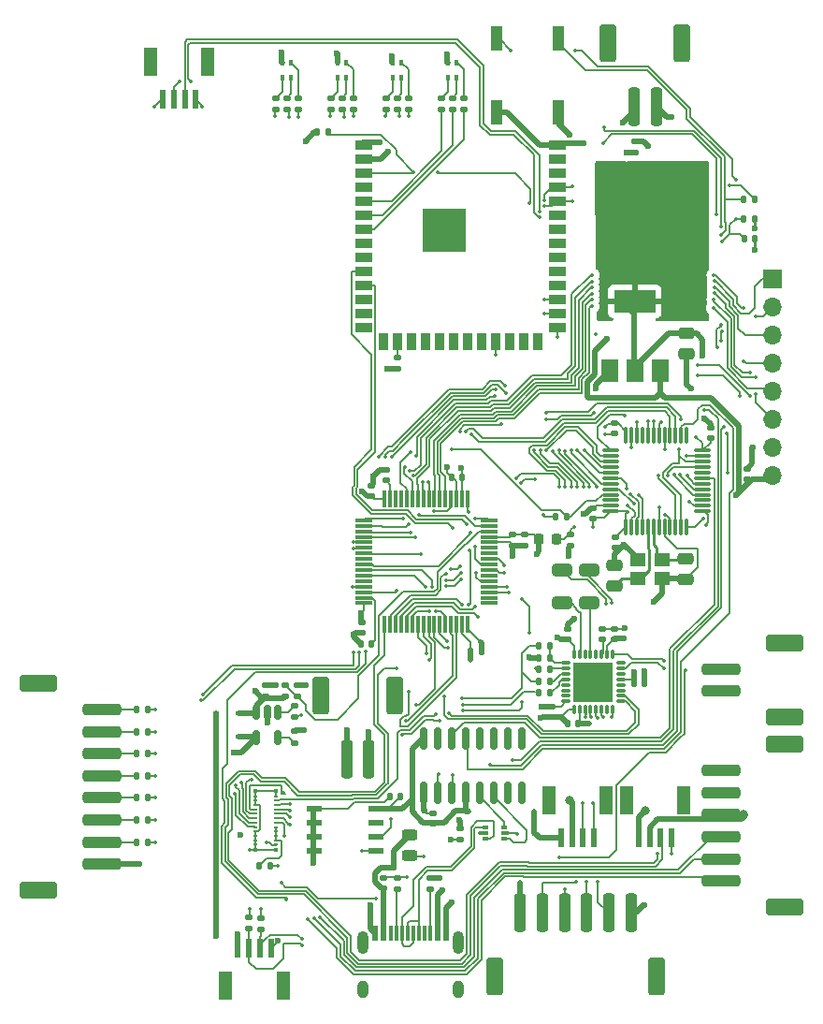
<source format=gbr>
%TF.GenerationSoftware,KiCad,Pcbnew,7.0.5*%
%TF.CreationDate,2023-10-05T13:47:35-07:00*%
%TF.ProjectId,EV9.5 Board Design,4556392e-3520-4426-9f61-726420446573,EV9*%
%TF.SameCoordinates,Original*%
%TF.FileFunction,Copper,L1,Top*%
%TF.FilePolarity,Positive*%
%FSLAX46Y46*%
G04 Gerber Fmt 4.6, Leading zero omitted, Abs format (unit mm)*
G04 Created by KiCad (PCBNEW 7.0.5) date 2023-10-05 13:47:36*
%MOMM*%
%LPD*%
G01*
G04 APERTURE LIST*
G04 Aperture macros list*
%AMRoundRect*
0 Rectangle with rounded corners*
0 $1 Rounding radius*
0 $2 $3 $4 $5 $6 $7 $8 $9 X,Y pos of 4 corners*
0 Add a 4 corners polygon primitive as box body*
4,1,4,$2,$3,$4,$5,$6,$7,$8,$9,$2,$3,0*
0 Add four circle primitives for the rounded corners*
1,1,$1+$1,$2,$3*
1,1,$1+$1,$4,$5*
1,1,$1+$1,$6,$7*
1,1,$1+$1,$8,$9*
0 Add four rect primitives between the rounded corners*
20,1,$1+$1,$2,$3,$4,$5,0*
20,1,$1+$1,$4,$5,$6,$7,0*
20,1,$1+$1,$6,$7,$8,$9,0*
20,1,$1+$1,$8,$9,$2,$3,0*%
G04 Aperture macros list end*
%TA.AperFunction,SMDPad,CuDef*%
%ADD10RoundRect,0.135000X-0.135000X-0.185000X0.135000X-0.185000X0.135000X0.185000X-0.135000X0.185000X0*%
%TD*%
%TA.AperFunction,SMDPad,CuDef*%
%ADD11RoundRect,0.140000X-0.170000X0.140000X-0.170000X-0.140000X0.170000X-0.140000X0.170000X0.140000X0*%
%TD*%
%TA.AperFunction,SMDPad,CuDef*%
%ADD12R,1.422400X0.533400*%
%TD*%
%TA.AperFunction,SMDPad,CuDef*%
%ADD13RoundRect,0.135000X0.135000X0.185000X-0.135000X0.185000X-0.135000X-0.185000X0.135000X-0.185000X0*%
%TD*%
%TA.AperFunction,SMDPad,CuDef*%
%ADD14RoundRect,0.140000X-0.140000X-0.170000X0.140000X-0.170000X0.140000X0.170000X-0.140000X0.170000X0*%
%TD*%
%TA.AperFunction,SMDPad,CuDef*%
%ADD15R,0.600000X0.450000*%
%TD*%
%TA.AperFunction,SMDPad,CuDef*%
%ADD16RoundRect,0.075000X0.075000X-0.662500X0.075000X0.662500X-0.075000X0.662500X-0.075000X-0.662500X0*%
%TD*%
%TA.AperFunction,SMDPad,CuDef*%
%ADD17RoundRect,0.075000X0.662500X-0.075000X0.662500X0.075000X-0.662500X0.075000X-0.662500X-0.075000X0*%
%TD*%
%TA.AperFunction,SMDPad,CuDef*%
%ADD18RoundRect,0.140000X0.140000X0.170000X-0.140000X0.170000X-0.140000X-0.170000X0.140000X-0.170000X0*%
%TD*%
%TA.AperFunction,SMDPad,CuDef*%
%ADD19RoundRect,0.140000X0.170000X-0.140000X0.170000X0.140000X-0.170000X0.140000X-0.170000X-0.140000X0*%
%TD*%
%TA.AperFunction,SMDPad,CuDef*%
%ADD20RoundRect,0.250000X-0.475000X0.250000X-0.475000X-0.250000X0.475000X-0.250000X0.475000X0.250000X0*%
%TD*%
%TA.AperFunction,SMDPad,CuDef*%
%ADD21RoundRect,0.135000X-0.185000X0.135000X-0.185000X-0.135000X0.185000X-0.135000X0.185000X0.135000X0*%
%TD*%
%TA.AperFunction,SMDPad,CuDef*%
%ADD22RoundRect,0.250000X1.500000X-0.250000X1.500000X0.250000X-1.500000X0.250000X-1.500000X-0.250000X0*%
%TD*%
%TA.AperFunction,SMDPad,CuDef*%
%ADD23RoundRect,0.250001X1.449999X-0.499999X1.449999X0.499999X-1.449999X0.499999X-1.449999X-0.499999X0*%
%TD*%
%TA.AperFunction,SMDPad,CuDef*%
%ADD24R,0.400000X0.410000*%
%TD*%
%TA.AperFunction,SMDPad,CuDef*%
%ADD25R,0.400000X0.200000*%
%TD*%
%TA.AperFunction,SMDPad,CuDef*%
%ADD26RoundRect,0.075000X0.075000X0.700000X-0.075000X0.700000X-0.075000X-0.700000X0.075000X-0.700000X0*%
%TD*%
%TA.AperFunction,SMDPad,CuDef*%
%ADD27RoundRect,0.075000X0.700000X0.075000X-0.700000X0.075000X-0.700000X-0.075000X0.700000X-0.075000X0*%
%TD*%
%TA.AperFunction,SMDPad,CuDef*%
%ADD28R,0.500000X1.700000*%
%TD*%
%TA.AperFunction,SMDPad,CuDef*%
%ADD29R,1.200000X2.500000*%
%TD*%
%TA.AperFunction,SMDPad,CuDef*%
%ADD30RoundRect,0.218750X-0.218750X-0.256250X0.218750X-0.256250X0.218750X0.256250X-0.218750X0.256250X0*%
%TD*%
%TA.AperFunction,SMDPad,CuDef*%
%ADD31RoundRect,0.135000X0.185000X-0.135000X0.185000X0.135000X-0.185000X0.135000X-0.185000X-0.135000X0*%
%TD*%
%TA.AperFunction,ComponentPad*%
%ADD32R,1.700000X1.700000*%
%TD*%
%TA.AperFunction,ComponentPad*%
%ADD33O,1.700000X1.700000*%
%TD*%
%TA.AperFunction,SMDPad,CuDef*%
%ADD34R,1.120000X2.160000*%
%TD*%
%TA.AperFunction,SMDPad,CuDef*%
%ADD35RoundRect,0.250000X0.650000X-0.325000X0.650000X0.325000X-0.650000X0.325000X-0.650000X-0.325000X0*%
%TD*%
%TA.AperFunction,SMDPad,CuDef*%
%ADD36RoundRect,0.243750X0.456250X-0.243750X0.456250X0.243750X-0.456250X0.243750X-0.456250X-0.243750X0*%
%TD*%
%TA.AperFunction,SMDPad,CuDef*%
%ADD37RoundRect,0.250000X0.250000X1.500000X-0.250000X1.500000X-0.250000X-1.500000X0.250000X-1.500000X0*%
%TD*%
%TA.AperFunction,SMDPad,CuDef*%
%ADD38RoundRect,0.250001X0.499999X1.449999X-0.499999X1.449999X-0.499999X-1.449999X0.499999X-1.449999X0*%
%TD*%
%TA.AperFunction,SMDPad,CuDef*%
%ADD39RoundRect,0.007500X-0.372500X-0.117500X0.372500X-0.117500X0.372500X0.117500X-0.372500X0.117500X0*%
%TD*%
%TA.AperFunction,SMDPad,CuDef*%
%ADD40RoundRect,0.007500X0.117500X-0.372500X0.117500X0.372500X-0.117500X0.372500X-0.117500X-0.372500X0*%
%TD*%
%TA.AperFunction,SMDPad,CuDef*%
%ADD41R,3.650000X3.650000*%
%TD*%
%TA.AperFunction,SMDPad,CuDef*%
%ADD42RoundRect,0.250000X0.475000X-0.250000X0.475000X0.250000X-0.475000X0.250000X-0.475000X-0.250000X0*%
%TD*%
%TA.AperFunction,SMDPad,CuDef*%
%ADD43R,0.400000X0.600000*%
%TD*%
%TA.AperFunction,SMDPad,CuDef*%
%ADD44RoundRect,0.150000X0.150000X-0.825000X0.150000X0.825000X-0.150000X0.825000X-0.150000X-0.825000X0*%
%TD*%
%TA.AperFunction,SMDPad,CuDef*%
%ADD45R,1.500000X2.000000*%
%TD*%
%TA.AperFunction,SMDPad,CuDef*%
%ADD46R,3.800000X2.000000*%
%TD*%
%TA.AperFunction,SMDPad,CuDef*%
%ADD47R,1.500000X0.900000*%
%TD*%
%TA.AperFunction,SMDPad,CuDef*%
%ADD48R,0.900000X1.500000*%
%TD*%
%TA.AperFunction,ComponentPad*%
%ADD49C,0.500000*%
%TD*%
%TA.AperFunction,SMDPad,CuDef*%
%ADD50R,3.900000X3.900000*%
%TD*%
%TA.AperFunction,SMDPad,CuDef*%
%ADD51RoundRect,0.250000X-0.250000X-1.500000X0.250000X-1.500000X0.250000X1.500000X-0.250000X1.500000X0*%
%TD*%
%TA.AperFunction,SMDPad,CuDef*%
%ADD52RoundRect,0.250001X-0.499999X-1.449999X0.499999X-1.449999X0.499999X1.449999X-0.499999X1.449999X0*%
%TD*%
%TA.AperFunction,SMDPad,CuDef*%
%ADD53RoundRect,0.250000X-1.500000X0.250000X-1.500000X-0.250000X1.500000X-0.250000X1.500000X0.250000X0*%
%TD*%
%TA.AperFunction,SMDPad,CuDef*%
%ADD54RoundRect,0.250001X-1.449999X0.499999X-1.449999X-0.499999X1.449999X-0.499999X1.449999X0.499999X0*%
%TD*%
%TA.AperFunction,SMDPad,CuDef*%
%ADD55R,0.600000X1.450000*%
%TD*%
%TA.AperFunction,SMDPad,CuDef*%
%ADD56R,0.300000X1.450000*%
%TD*%
%TA.AperFunction,ComponentPad*%
%ADD57O,1.000000X2.100000*%
%TD*%
%TA.AperFunction,ComponentPad*%
%ADD58O,1.000000X1.600000*%
%TD*%
%TA.AperFunction,SMDPad,CuDef*%
%ADD59R,0.500000X0.375000*%
%TD*%
%TA.AperFunction,SMDPad,CuDef*%
%ADD60R,0.650000X0.300000*%
%TD*%
%TA.AperFunction,SMDPad,CuDef*%
%ADD61RoundRect,0.150000X-0.150000X0.512500X-0.150000X-0.512500X0.150000X-0.512500X0.150000X0.512500X0*%
%TD*%
%TA.AperFunction,SMDPad,CuDef*%
%ADD62R,1.400000X1.200000*%
%TD*%
%TA.AperFunction,ViaPad*%
%ADD63C,0.600000*%
%TD*%
%TA.AperFunction,ViaPad*%
%ADD64C,0.350000*%
%TD*%
%TA.AperFunction,ViaPad*%
%ADD65C,0.800000*%
%TD*%
%TA.AperFunction,Conductor*%
%ADD66C,0.127000*%
%TD*%
%TA.AperFunction,Conductor*%
%ADD67C,0.500000*%
%TD*%
%TA.AperFunction,Conductor*%
%ADD68C,0.200000*%
%TD*%
%TA.AperFunction,Conductor*%
%ADD69C,0.250000*%
%TD*%
G04 APERTURE END LIST*
D10*
%TO.P,R28,1*%
%TO.N,Net-(J10-Pin_4)*%
X125490000Y-124800000D03*
%TO.P,R28,2*%
%TO.N,/UI_DBG4*%
X126510000Y-124800000D03*
%TD*%
D11*
%TO.P,C13,2*%
%TO.N,GND*%
X145910000Y-111900000D03*
%TO.P,C13,1*%
%TO.N,+3.3V*%
X145910000Y-110940000D03*
%TD*%
D12*
%TO.P,CR1,1,E0*%
%TO.N,GND*%
X141606000Y-127795000D03*
%TO.P,CR1,2,E1*%
X141606000Y-129065000D03*
%TO.P,CR1,3,E2*%
X141606000Y-130335000D03*
%TO.P,CR1,4,VSS*%
X141606000Y-131605000D03*
%TO.P,CR1,5,SDA*%
%TO.N,/UI_SDA*%
X147194000Y-131605000D03*
%TO.P,CR1,6,SCL*%
%TO.N,/UI_SCL*%
X147194000Y-130335000D03*
%TO.P,CR1,7,\u002AWC*%
%TO.N,unconnected-(CR1-\u002AWC-Pad7)*%
X147194000Y-129065000D03*
%TO.P,CR1,8,VCC*%
%TO.N,+3.3V*%
X147194000Y-127795000D03*
%TD*%
D13*
%TO.P,R20,1*%
%TO.N,+3.3V*%
X181482000Y-74414000D03*
%TO.P,R20,2*%
%TO.N,/MGMT_NRST*%
X180462000Y-74414000D03*
%TD*%
D14*
%TO.P,C22,1*%
%TO.N,GND*%
X145800000Y-112870000D03*
%TO.P,C22,2*%
%TO.N,Net-(U1-VCAP_2)*%
X146760000Y-112870000D03*
%TD*%
D15*
%TO.P,D2,1,K*%
%TO.N,Net-(D10-K)*%
X132650000Y-119100000D03*
%TO.P,D2,2,A*%
%TO.N,+BATT*%
X134750000Y-119100000D03*
%TD*%
D16*
%TO.P,U5,1,VDD*%
%TO.N,+3.3V*%
X169787500Y-102287500D03*
%TO.P,U5,2,PC13*%
%TO.N,/BTN_RST*%
X170287500Y-102287500D03*
%TO.P,U5,3,PC14*%
%TO.N,/BTN_UI*%
X170787500Y-102287500D03*
%TO.P,U5,4,PC15*%
%TO.N,/BTN_NET*%
X171287500Y-102287500D03*
%TO.P,U5,5,PF0*%
%TO.N,/RCC_OSC_IN*%
X171787500Y-102287500D03*
%TO.P,U5,6,PF1*%
%TO.N,/RCC_OSC_OUT*%
X172287500Y-102287500D03*
%TO.P,U5,7,NRST*%
%TO.N,/MGMT_NRST*%
X172787500Y-102287500D03*
%TO.P,U5,8,VSSA*%
%TO.N,GND*%
X173287500Y-102287500D03*
%TO.P,U5,9,VDDA*%
%TO.N,+3.3V*%
X173787500Y-102287500D03*
%TO.P,U5,10,PA0*%
%TO.N,/UI_STAT*%
X174287500Y-102287500D03*
%TO.P,U5,11,PA1*%
%TO.N,/NET_STAT*%
X174787500Y-102287500D03*
%TO.P,U5,12,PA2*%
%TO.N,/UI_RX1_MGMT*%
X175287500Y-102287500D03*
D17*
%TO.P,U5,13,PA3*%
%TO.N,/UI_TX1_MGMT*%
X176700000Y-100875000D03*
%TO.P,U5,14,PA4*%
%TO.N,/LEDB_R*%
X176700000Y-100375000D03*
%TO.P,U5,15,PA5*%
%TO.N,unconnected-(U5-PA5-Pad15)*%
X176700000Y-99875000D03*
%TO.P,U5,16,PA6*%
%TO.N,/LEDA_R*%
X176700000Y-99375000D03*
%TO.P,U5,17,PA7*%
%TO.N,/LEDA_G*%
X176700000Y-98875000D03*
%TO.P,U5,18,PB0*%
%TO.N,/LEDA_B*%
X176700000Y-98375000D03*
%TO.P,U5,19,PB1*%
%TO.N,/USB_RTS*%
X176700000Y-97875000D03*
%TO.P,U5,20,PB2*%
%TO.N,unconnected-(U5-PB2-Pad20)*%
X176700000Y-97375000D03*
%TO.P,U5,21,PB10*%
%TO.N,/UI_STAT*%
X176700000Y-96875000D03*
%TO.P,U5,22,PB11*%
%TO.N,/NET_STAT*%
X176700000Y-96375000D03*
%TO.P,U5,23,VSS*%
%TO.N,GND*%
X176700000Y-95875000D03*
%TO.P,U5,24,VDD*%
%TO.N,+3.3V*%
X176700000Y-95375000D03*
D16*
%TO.P,U5,25,PB12*%
%TO.N,unconnected-(U5-PB12-Pad25)*%
X175287500Y-93962500D03*
%TO.P,U5,26,PB13*%
%TO.N,/USB_DTR*%
X174787500Y-93962500D03*
%TO.P,U5,27,PB14*%
%TO.N,/LEDB_G*%
X174287500Y-93962500D03*
%TO.P,U5,28,PB15*%
%TO.N,/LEDB_B*%
X173787500Y-93962500D03*
%TO.P,U5,29,PA8*%
%TO.N,/MCLK*%
X173287500Y-93962500D03*
%TO.P,U5,30,PA9*%
%TO.N,/USB_RX1_MGMT*%
X172787500Y-93962500D03*
%TO.P,U5,31,PA10*%
%TO.N,/USB_TX1_MGMT*%
X172287500Y-93962500D03*
%TO.P,U5,32,PA11*%
%TO.N,/MGMT_DBG7*%
X171787500Y-93962500D03*
%TO.P,U5,33,PA12*%
%TO.N,unconnected-(U5-PA12-Pad33)*%
X171287500Y-93962500D03*
%TO.P,U5,34,PA13*%
%TO.N,/MGMT_SWDIO*%
X170787500Y-93962500D03*
%TO.P,U5,35,PF6*%
%TO.N,GND*%
X170287500Y-93962500D03*
%TO.P,U5,36,PF7*%
%TO.N,+3.3V*%
X169787500Y-93962500D03*
D17*
%TO.P,U5,37,PA14*%
%TO.N,/MGMT_SWCLK*%
X168375000Y-95375000D03*
%TO.P,U5,38,PA15*%
%TO.N,/UI_RST*%
X168375000Y-95875000D03*
%TO.P,U5,39,PB3*%
%TO.N,/UI_BOOT*%
X168375000Y-96375000D03*
%TO.P,U5,40,PB4*%
%TO.N,/NET_RST*%
X168375000Y-96875000D03*
%TO.P,U5,41,PB5*%
%TO.N,/NET_BOOT*%
X168375000Y-97375000D03*
%TO.P,U5,42,PB6*%
%TO.N,/NET_RX0_MGMT*%
X168375000Y-97875000D03*
%TO.P,U5,43,PB7*%
%TO.N,/NET_TX0_MGMT*%
X168375000Y-98375000D03*
%TO.P,U5,44,BOOT0*%
%TO.N,/MGMT_BOOT*%
X168375000Y-98875000D03*
%TO.P,U5,45,PB8*%
%TO.N,/BOOT1*%
X168375000Y-99375000D03*
%TO.P,U5,46,PB9*%
%TO.N,unconnected-(U5-PB9-Pad46)*%
X168375000Y-99875000D03*
%TO.P,U5,47,VSS*%
%TO.N,GND*%
X168375000Y-100375000D03*
%TO.P,U5,48,VDD*%
%TO.N,+3.3V*%
X168375000Y-100875000D03*
%TD*%
D18*
%TO.P,C33,1*%
%TO.N,+3.3V*%
X149380000Y-126700000D03*
%TO.P,C33,2*%
%TO.N,GND*%
X148420000Y-126700000D03*
%TD*%
D19*
%TO.P,C14,1*%
%TO.N,+3.3V*%
X146770000Y-99530000D03*
%TO.P,C14,2*%
%TO.N,GND*%
X146770000Y-98570000D03*
%TD*%
D20*
%TO.P,C4,1*%
%TO.N,GND*%
X168737500Y-105725000D03*
%TO.P,C4,2*%
%TO.N,/RCC_OSC_IN*%
X168737500Y-107625000D03*
%TD*%
D19*
%TO.P,C3,1*%
%TO.N,+3.3VA*%
X168737500Y-112455000D03*
%TO.P,C3,2*%
%TO.N,GND*%
X168737500Y-111495000D03*
%TD*%
D21*
%TO.P,R3,1*%
%TO.N,GND*%
X149137500Y-134010000D03*
%TO.P,R3,2*%
%TO.N,Net-(J9-CC1)*%
X149137500Y-135030000D03*
%TD*%
D10*
%TO.P,R5,1*%
%TO.N,+3.3V*%
X163380000Y-101360000D03*
%TO.P,R5,2*%
%TO.N,/BOOT1*%
X164400000Y-101360000D03*
%TD*%
D13*
%TO.P,R10,1*%
%TO.N,GND*%
X181482000Y-72636000D03*
%TO.P,R10,2*%
%TO.N,/MGMT_BOOT*%
X180462000Y-72636000D03*
%TD*%
D19*
%TO.P,C19,1*%
%TO.N,+BATT*%
X137200000Y-117580000D03*
%TO.P,C19,2*%
%TO.N,GND*%
X137200000Y-116620000D03*
%TD*%
D21*
%TO.P,R38,1*%
%TO.N,/BATTERY_MON*%
X138980000Y-116590000D03*
%TO.P,R38,2*%
%TO.N,+BATT*%
X138980000Y-117610000D03*
%TD*%
D22*
%TO.P,J8,1,Pin_1*%
%TO.N,/MIC_P*%
X178437500Y-134325000D03*
%TO.P,J8,2,Pin_2*%
%TO.N,/MIC_N*%
X178437500Y-132325000D03*
%TO.P,J8,3,Pin_3*%
%TO.N,/IN_3*%
X178437500Y-130325000D03*
%TO.P,J8,4,Pin_4*%
%TO.N,GND*%
X178437500Y-128325000D03*
%TO.P,J8,5,Pin_5*%
%TO.N,/HP_L*%
X178437500Y-126325000D03*
%TO.P,J8,6,Pin_6*%
%TO.N,/HP_R*%
X178437500Y-124325000D03*
D23*
%TO.P,J8,MP*%
%TO.N,N/C*%
X184187500Y-136675000D03*
X184187500Y-121975000D03*
%TD*%
D24*
%TO.P,U13,1*%
%TO.N,GND*%
X136227500Y-131540000D03*
D25*
%TO.P,U13,2*%
X136227500Y-131035000D03*
%TO.P,U13,3*%
X136227500Y-130635000D03*
%TO.P,U13,4*%
X136227500Y-130232924D03*
%TO.P,U13,5*%
X136227500Y-129835000D03*
%TO.P,U13,6*%
%TO.N,/KB_ROW1*%
X136227500Y-129435000D03*
%TO.P,U13,7*%
%TO.N,/KB_COL1*%
X136227500Y-129035000D03*
%TO.P,U13,8*%
%TO.N,/KB_ROW2*%
X136227500Y-128635000D03*
%TO.P,U13,9*%
%TO.N,/KB_COL2*%
X136227500Y-128235000D03*
%TO.P,U13,10*%
%TO.N,/KB_COL3*%
X136227500Y-127835000D03*
%TO.P,U13,11*%
%TO.N,GND*%
X136227500Y-127435000D03*
%TO.P,U13,12*%
X136227500Y-127035000D03*
%TO.P,U13,13*%
X136227500Y-126635000D03*
D24*
%TO.P,U13,14*%
X136227500Y-126130000D03*
%TO.P,U13,15*%
X138107500Y-126130000D03*
D25*
%TO.P,U13,16*%
X138107500Y-126635000D03*
%TO.P,U13,17*%
%TO.N,/KB_COL4*%
X138107500Y-127035000D03*
%TO.P,U13,18*%
%TO.N,/KB_ROW3*%
X138107500Y-127435000D03*
%TO.P,U13,19*%
%TO.N,/KB_COL5*%
X138107500Y-127835000D03*
%TO.P,U13,20*%
%TO.N,/KB_ROW4*%
X138107500Y-128235000D03*
%TO.P,U13,21*%
%TO.N,/KB_ROW5*%
X138107500Y-128635000D03*
%TO.P,U13,22*%
%TO.N,/KB_ROW6*%
X138107500Y-129035000D03*
%TO.P,U13,23*%
%TO.N,/KB_LED*%
X138107500Y-129435000D03*
%TO.P,U13,24*%
X138107500Y-129835000D03*
%TO.P,U13,25*%
X138107500Y-130232924D03*
%TO.P,U13,26*%
X138107500Y-130635000D03*
%TO.P,U13,27*%
%TO.N,/KB_ROW7*%
X138107500Y-131035000D03*
D24*
%TO.P,U13,28*%
%TO.N,GND*%
X138107500Y-131540000D03*
%TD*%
D26*
%TO.P,U1,64,VDD*%
%TO.N,+3.3V*%
X155445000Y-111115000D03*
%TO.P,U1,63,VSS*%
%TO.N,GND*%
X154945000Y-111115000D03*
%TO.P,U1,62,PB9*%
%TO.N,/KB_COL1*%
X154445000Y-111115000D03*
%TO.P,U1,61,PB8*%
%TO.N,/KB_COL2*%
X153945000Y-111115000D03*
%TO.P,U1,60,BOOT0*%
%TO.N,/UI_BOOT*%
X153445000Y-111115000D03*
%TO.P,U1,59,PB7*%
%TO.N,/UI_SDA*%
X152945000Y-111115000D03*
%TO.P,U1,58,PB6*%
%TO.N,/UI_SCL*%
X152445000Y-111115000D03*
%TO.P,U1,57,PB5*%
%TO.N,/KB_COL5*%
X151945000Y-111115000D03*
%TO.P,U1,56,PB4*%
%TO.N,/KB_ROW7*%
X151445000Y-111115000D03*
%TO.P,U1,55,PB3*%
%TO.N,/KB_ROW6*%
X150945000Y-111115000D03*
%TO.P,U1,54,PD2*%
%TO.N,/UI_LED_B*%
X150445000Y-111115000D03*
%TO.P,U1,53,PC12*%
%TO.N,/I2S_DACDAT*%
X149945000Y-111115000D03*
%TO.P,U1,52,PC11*%
%TO.N,/I2S_ADCDAT*%
X149445000Y-111115000D03*
%TO.P,U1,51,PC10*%
%TO.N,/I2S_BCLK*%
X148945000Y-111115000D03*
%TO.P,U1,50,PA15*%
%TO.N,/DISP_BL*%
X148445000Y-111115000D03*
%TO.P,U1,49,PA14*%
%TO.N,/UI_SWDCLK*%
X147945000Y-111115000D03*
D27*
%TO.P,U1,48,VDD*%
%TO.N,+3.3V*%
X146020000Y-109190000D03*
%TO.P,U1,47,VCAP_2*%
%TO.N,Net-(U1-VCAP_2)*%
X146020000Y-108690000D03*
%TO.P,U1,46,PA13*%
%TO.N,/UI_SWDIO*%
X146020000Y-108190000D03*
%TO.P,U1,45,PA12*%
%TO.N,Net-(U1-PA12)*%
X146020000Y-107690000D03*
%TO.P,U1,44,PA11*%
%TO.N,unconnected-(U1-PA11-Pad44)*%
X146020000Y-107190000D03*
%TO.P,U1,43,PA10*%
%TO.N,/UI_RX1_MGMT*%
X146020000Y-106690000D03*
%TO.P,U1,42,PA9*%
%TO.N,/UI_TX1_MGMT*%
X146020000Y-106190000D03*
%TO.P,U1,41,PA8*%
%TO.N,/UI_STAT*%
X146020000Y-105690000D03*
%TO.P,U1,40,PC9*%
%TO.N,unconnected-(U1-PC9-Pad40)*%
X146020000Y-105190000D03*
%TO.P,U1,39,PC8*%
%TO.N,/KB_ROW5*%
X146020000Y-104690000D03*
%TO.P,U1,38,PC7*%
%TO.N,/UI_DBG4*%
X146020000Y-104190000D03*
%TO.P,U1,37,PC6*%
%TO.N,/UI_DBG3*%
X146020000Y-103690000D03*
%TO.P,U1,36,PB15*%
%TO.N,/KB_ROW4*%
X146020000Y-103190000D03*
%TO.P,U1,35,PB14*%
%TO.N,/KB_ROW3*%
X146020000Y-102690000D03*
%TO.P,U1,34,PB13*%
%TO.N,/KB_ROW2*%
X146020000Y-102190000D03*
%TO.P,U1,33,PB12*%
%TO.N,/KB_ROW1*%
X146020000Y-101690000D03*
D26*
%TO.P,U1,32,VDD*%
%TO.N,+3.3V*%
X147945000Y-99765000D03*
%TO.P,U1,31,VCAP_1*%
%TO.N,Net-(U1-VCAP_1)*%
X148445000Y-99765000D03*
%TO.P,U1,30,PB11*%
%TO.N,unconnected-(U1-PB11-Pad30)*%
X148945000Y-99765000D03*
%TO.P,U1,29,PB10*%
%TO.N,unconnected-(U1-PB10-Pad29)*%
X149445000Y-99765000D03*
%TO.P,U1,28,PB2*%
%TO.N,/BOOT1*%
X149945000Y-99765000D03*
%TO.P,U1,27,PB1*%
%TO.N,/KB_MIC*%
X150445000Y-99765000D03*
%TO.P,U1,26,PB0*%
%TO.N,/DISP_DC*%
X150945000Y-99765000D03*
%TO.P,U1,25,PC5*%
%TO.N,/UI_DBG2*%
X151445000Y-99765000D03*
%TO.P,U1,24,PC4*%
%TO.N,/UI_DBG1*%
X151945000Y-99765000D03*
%TO.P,U1,23,PA7*%
%TO.N,/DISP_SPI_MOSI*%
X152445000Y-99765000D03*
%TO.P,U1,22,PA6*%
%TO.N,/DISP_RSTR*%
X152945000Y-99765000D03*
%TO.P,U1,21,PA5*%
%TO.N,/DISP_SPI_SCK*%
X153445000Y-99765000D03*
%TO.P,U1,20,PA4*%
%TO.N,/I2S_DACLRC*%
X153945000Y-99765000D03*
%TO.P,U1,19,VDD*%
%TO.N,+3.3V*%
X154445000Y-99765000D03*
%TO.P,U1,18,VSS*%
%TO.N,GND*%
X154945000Y-99765000D03*
%TO.P,U1,17,PA3*%
%TO.N,/UI_RX1_NET*%
X155445000Y-99765000D03*
D27*
%TO.P,U1,16,PA2*%
%TO.N,/UI_TX1_NET*%
X157370000Y-101690000D03*
%TO.P,U1,15,PA1*%
%TO.N,/DISP_CS*%
X157370000Y-102190000D03*
%TO.P,U1,14,PA0*%
%TO.N,/BATTERY_MON*%
X157370000Y-102690000D03*
%TO.P,U1,13,VDDA*%
%TO.N,+3.3VA*%
X157370000Y-103190000D03*
%TO.P,U1,12,VSSA*%
%TO.N,GND*%
X157370000Y-103690000D03*
%TO.P,U1,11,PC3*%
%TO.N,unconnected-(U1-PC3-Pad11)*%
X157370000Y-104190000D03*
%TO.P,U1,10,PC2*%
%TO.N,unconnected-(U1-PC2-Pad10)*%
X157370000Y-104690000D03*
%TO.P,U1,9,PC1*%
%TO.N,/UI_LED_R*%
X157370000Y-105190000D03*
%TO.P,U1,8,PC0*%
%TO.N,/UI_LED_G*%
X157370000Y-105690000D03*
%TO.P,U1,7,NRST*%
%TO.N,/UI_RST*%
X157370000Y-106190000D03*
%TO.P,U1,6,PH1*%
%TO.N,unconnected-(U1-PH1-Pad6)*%
X157370000Y-106690000D03*
%TO.P,U1,5,PH0*%
%TO.N,/MCLK*%
X157370000Y-107190000D03*
%TO.P,U1,4,PC15*%
%TO.N,/KB_COL4*%
X157370000Y-107690000D03*
%TO.P,U1,3,PC14*%
%TO.N,/KB_COL3*%
X157370000Y-108190000D03*
%TO.P,U1,2,PC13*%
%TO.N,unconnected-(U1-PC13-Pad2)*%
X157370000Y-108690000D03*
%TO.P,U1,1,VBAT*%
%TO.N,unconnected-(U1-VBAT-Pad1)*%
X157370000Y-109190000D03*
%TD*%
D19*
%TO.P,C16,1*%
%TO.N,GND*%
X163037500Y-119505000D03*
%TO.P,C16,2*%
%TO.N,+3.3V*%
X163037500Y-118545000D03*
%TD*%
D28*
%TO.P,J13,1,Pin_1*%
%TO.N,/BTN_RST*%
X130850000Y-63590000D03*
%TO.P,J13,2,Pin_2*%
%TO.N,/BTN_UI*%
X129850000Y-63590000D03*
%TO.P,J13,3,Pin_3*%
%TO.N,/BTN_NET*%
X128850000Y-63590000D03*
%TO.P,J13,4,Pin_4*%
%TO.N,GND*%
X127850000Y-63590000D03*
D29*
%TO.P,J13,5*%
%TO.N,N/C*%
X131950000Y-60190000D03*
%TO.P,J13,6*%
X126750000Y-60190000D03*
%TD*%
D30*
%TO.P,120R1,1*%
%TO.N,+3.3VA*%
X161912500Y-103425000D03*
%TO.P,120R1,2*%
%TO.N,+3.3V*%
X163487500Y-103425000D03*
%TD*%
D31*
%TO.P,R17,1*%
%TO.N,/NET_LED_G*%
X154100000Y-64510000D03*
%TO.P,R17,2*%
%TO.N,Net-(D4-GK)*%
X154100000Y-63490000D03*
%TD*%
D21*
%TO.P,R13,1*%
%TO.N,Net-(D3-BK)*%
X140100000Y-63490000D03*
%TO.P,R13,2*%
%TO.N,/LEDB_B*%
X140100000Y-64510000D03*
%TD*%
D19*
%TO.P,C20,1*%
%TO.N,/VIN*%
X180750000Y-98010000D03*
%TO.P,C20,2*%
%TO.N,GND*%
X180750000Y-97050000D03*
%TD*%
D10*
%TO.P,R30,1*%
%TO.N,Net-(J10-Pin_5)*%
X125490000Y-126800000D03*
%TO.P,R30,2*%
%TO.N,/NET_DBG5*%
X126510000Y-126800000D03*
%TD*%
D13*
%TO.P,R4,1*%
%TO.N,/NET_RST*%
X142810000Y-66600000D03*
%TO.P,R4,2*%
%TO.N,GND*%
X141790000Y-66600000D03*
%TD*%
D21*
%TO.P,R39,1*%
%TO.N,GND*%
X140060000Y-116560000D03*
%TO.P,R39,2*%
%TO.N,/BATTERY_MON*%
X140060000Y-117580000D03*
%TD*%
D19*
%TO.P,C5,1*%
%TO.N,/VIN*%
X154787500Y-130555000D03*
%TO.P,C5,2*%
%TO.N,GND*%
X154787500Y-129595000D03*
%TD*%
D32*
%TO.P,J4,1,Pin_1*%
%TO.N,/DISP_BL*%
X183087500Y-79885000D03*
D33*
%TO.P,J4,2,Pin_2*%
%TO.N,/DISP_RSTR*%
X183087500Y-82425000D03*
%TO.P,J4,3,Pin_3*%
%TO.N,/DISP_DC*%
X183087500Y-84965000D03*
%TO.P,J4,4,Pin_4*%
%TO.N,/DISP_CS*%
X183087500Y-87505000D03*
%TO.P,J4,5,Pin_5*%
%TO.N,/DISP_SPI_SCK*%
X183087500Y-90045000D03*
%TO.P,J4,6,Pin_6*%
%TO.N,/DISP_SPI_MOSI*%
X183087500Y-92585000D03*
%TO.P,J4,7,Pin_7*%
%TO.N,GND*%
X183087500Y-95125000D03*
%TO.P,J4,8,Pin_8*%
%TO.N,/VIN*%
X183087500Y-97665000D03*
%TD*%
D11*
%TO.P,C8,1*%
%TO.N,+3.3VA*%
X159500000Y-102995000D03*
%TO.P,C8,2*%
%TO.N,GND*%
X159500000Y-103955000D03*
%TD*%
D21*
%TO.P,R12,1*%
%TO.N,Net-(D18-RK)*%
X148100000Y-63490000D03*
%TO.P,R12,2*%
%TO.N,/LEDA_R*%
X148100000Y-64510000D03*
%TD*%
%TO.P,R11,1*%
%TO.N,Net-(D18-GK)*%
X149100000Y-63490000D03*
%TO.P,R11,2*%
%TO.N,/LEDA_G*%
X149100000Y-64510000D03*
%TD*%
D11*
%TO.P,C21,1*%
%TO.N,GND*%
X148080000Y-97140000D03*
%TO.P,C21,2*%
%TO.N,Net-(U1-VCAP_1)*%
X148080000Y-98100000D03*
%TD*%
D34*
%TO.P,SW5,1,1*%
%TO.N,/MGMT_NRST*%
X158112000Y-58095000D03*
%TO.P,SW5,2,2*%
%TO.N,GND*%
X158112000Y-64825000D03*
%TD*%
D21*
%TO.P,R6,1*%
%TO.N,Net-(D18-BK)*%
X150100000Y-63490000D03*
%TO.P,R6,2*%
%TO.N,/LEDA_B*%
X150100000Y-64510000D03*
%TD*%
D31*
%TO.P,R16,1*%
%TO.N,/NET_LED_B*%
X155100000Y-64510000D03*
%TO.P,R16,2*%
%TO.N,Net-(D4-BK)*%
X155100000Y-63490000D03*
%TD*%
D22*
%TO.P,J2,1,Pin_1*%
%TO.N,/SPK_LN*%
X178437500Y-117125000D03*
%TO.P,J2,2,Pin_2*%
%TO.N,/SPK_LP*%
X178437500Y-115125000D03*
D23*
%TO.P,J2,MP*%
%TO.N,N/C*%
X184187500Y-119475000D03*
X184187500Y-112775000D03*
%TD*%
D20*
%TO.P,C2,1*%
%TO.N,+3.3V*%
X175300000Y-84750000D03*
%TO.P,C2,2*%
%TO.N,GND*%
X175300000Y-86650000D03*
%TD*%
D35*
%TO.P,C29,1*%
%TO.N,Net-(U6-HP_R)*%
X166437500Y-109180000D03*
%TO.P,C29,2*%
%TO.N,/HP_R*%
X166437500Y-106230000D03*
%TD*%
D14*
%TO.P,C27,1*%
%TO.N,/MIC_N*%
X161907500Y-117275000D03*
%TO.P,C27,2*%
%TO.N,Net-(U6-LINPUT1)*%
X162867500Y-117275000D03*
%TD*%
D11*
%TO.P,C10,1*%
%TO.N,+3.3V*%
X164800000Y-102995000D03*
%TO.P,C10,2*%
%TO.N,GND*%
X164800000Y-103955000D03*
%TD*%
D31*
%TO.P,R24,1*%
%TO.N,/UI_LED_G*%
X144100000Y-64510000D03*
%TO.P,R24,2*%
%TO.N,Net-(D5-GK)*%
X144100000Y-63490000D03*
%TD*%
D18*
%TO.P,C35,1*%
%TO.N,GND*%
X181452000Y-76192000D03*
%TO.P,C35,2*%
%TO.N,/MGMT_NRST*%
X180492000Y-76192000D03*
%TD*%
%TO.P,C12,2*%
%TO.N,GND*%
X155730000Y-113530000D03*
%TO.P,C12,1*%
%TO.N,+3.3V*%
X156690000Y-113530000D03*
%TD*%
D28*
%TO.P,J12,1,Pin_1*%
%TO.N,/UI_SWDIO*%
X173940000Y-130430000D03*
%TO.P,J12,2,Pin_2*%
%TO.N,/UI_SWDCLK*%
X172940000Y-130430000D03*
%TO.P,J12,3,Pin_3*%
%TO.N,GND*%
X171940000Y-130430000D03*
%TO.P,J12,4,Pin_4*%
%TO.N,+3.3V*%
X170940000Y-130430000D03*
D29*
%TO.P,J12,5*%
%TO.N,N/C*%
X175040000Y-127030000D03*
%TO.P,J12,6*%
X169840000Y-127030000D03*
%TD*%
D21*
%TO.P,R37,1*%
%TO.N,GND*%
X139800000Y-120790000D03*
%TO.P,R37,2*%
%TO.N,Net-(U12-PROG)*%
X139800000Y-121810000D03*
%TD*%
D31*
%TO.P,R18,1*%
%TO.N,/NET_LED_R*%
X153099500Y-64510000D03*
%TO.P,R18,2*%
%TO.N,Net-(D4-RK)*%
X153099500Y-63490000D03*
%TD*%
D21*
%TO.P,R2,1*%
%TO.N,GND*%
X152087500Y-134015000D03*
%TO.P,R2,2*%
%TO.N,Net-(J9-CC2)*%
X152087500Y-135035000D03*
%TD*%
D19*
%TO.P,C25,1*%
%TO.N,+3.3V*%
X177437500Y-94255000D03*
%TO.P,C25,2*%
%TO.N,GND*%
X177437500Y-93295000D03*
%TD*%
%TO.P,C1,1*%
%TO.N,VBUS*%
X147870000Y-134970000D03*
%TO.P,C1,2*%
%TO.N,GND*%
X147870000Y-134010000D03*
%TD*%
D31*
%TO.P,R32,1*%
%TO.N,GND*%
X149100000Y-88010000D03*
%TO.P,R32,2*%
%TO.N,Net-(U11-IO46)*%
X149100000Y-86990000D03*
%TD*%
D15*
%TO.P,D10,1,K*%
%TO.N,Net-(D10-K)*%
X132650000Y-121300000D03*
%TO.P,D10,2,A*%
%TO.N,VBUS*%
X134750000Y-121300000D03*
%TD*%
D21*
%TO.P,R8,1*%
%TO.N,+3.3V*%
X135627500Y-137625000D03*
%TO.P,R8,2*%
%TO.N,/UI_SCL*%
X135627500Y-138645000D03*
%TD*%
D36*
%TO.P,D11,1,K*%
%TO.N,Net-(D11-K)*%
X150238000Y-131993500D03*
%TO.P,D11,2,A*%
%TO.N,VBUS*%
X150238000Y-130118500D03*
%TD*%
D37*
%TO.P,J15,1,Pin_1*%
%TO.N,Net-(D10-K)*%
X172537500Y-64275000D03*
%TO.P,J15,2,Pin_2*%
%TO.N,Net-(J15-Pin_2)*%
X170537500Y-64275000D03*
D38*
%TO.P,J15,MP*%
%TO.N,N/C*%
X174887500Y-58525000D03*
X168187500Y-58525000D03*
%TD*%
D14*
%TO.P,C15,1*%
%TO.N,GND*%
X164507500Y-120075000D03*
%TO.P,C15,2*%
%TO.N,+3.3V*%
X165467500Y-120075000D03*
%TD*%
D21*
%TO.P,R15,1*%
%TO.N,Net-(D3-RK)*%
X138100000Y-63490000D03*
%TO.P,R15,2*%
%TO.N,/LEDB_R*%
X138100000Y-64510000D03*
%TD*%
D39*
%TO.P,U6,1,MICBIAS*%
%TO.N,Net-(U6-MICBIAS)*%
X164365000Y-114575000D03*
%TO.P,U6,2,LINPUT3*%
%TO.N,Net-(U6-LINPUT3)*%
X164365000Y-115075000D03*
%TO.P,U6,3,LINPUT2*%
%TO.N,Net-(U6-LINPUT2)*%
X164365000Y-115575000D03*
%TO.P,U6,4,LINPUT1*%
%TO.N,Net-(U6-LINPUT1)*%
X164365000Y-116075000D03*
%TO.P,U6,5,RINPUT1*%
%TO.N,unconnected-(U6-RINPUT1-Pad5)*%
X164365000Y-116575000D03*
%TO.P,U6,6,RINPUT2*%
%TO.N,unconnected-(U6-RINPUT2-Pad6)*%
X164365000Y-117075000D03*
%TO.P,U6,7,RINPUT3*%
%TO.N,unconnected-(U6-RINPUT3-Pad7)*%
X164365000Y-117575000D03*
%TO.P,U6,8,DCVDD*%
%TO.N,+3.3V*%
X164365000Y-118075000D03*
D40*
%TO.P,U6,9,DGND*%
%TO.N,GND*%
X165090000Y-118800000D03*
%TO.P,U6,10,DBVDD*%
%TO.N,+3.3V*%
X165590000Y-118800000D03*
%TO.P,U6,11,MCLK*%
%TO.N,/MCLK*%
X166090000Y-118800000D03*
%TO.P,U6,12,BCLK*%
%TO.N,/I2S_BCLK*%
X166590000Y-118800000D03*
%TO.P,U6,13,DACLRC*%
%TO.N,/I2S_DACLRC*%
X167090000Y-118800000D03*
%TO.P,U6,14,DACDAT*%
%TO.N,/I2S_DACDAT*%
X167590000Y-118800000D03*
%TO.P,U6,15,ADCLRC*%
%TO.N,unconnected-(U6-ADCLRC-Pad15)*%
X168090000Y-118800000D03*
%TO.P,U6,16,ADCDAT*%
%TO.N,/I2S_ADCDAT*%
X168590000Y-118800000D03*
D39*
%TO.P,U6,17,SCLK*%
%TO.N,/UI_SCL*%
X169315000Y-118075000D03*
%TO.P,U6,18,SDIN*%
%TO.N,/UI_SDA*%
X169315000Y-117575000D03*
%TO.P,U6,19,SPK_RN*%
%TO.N,unconnected-(U6-SPK_RN-Pad19)*%
X169315000Y-117075000D03*
%TO.P,U6,20,SPKGND2*%
%TO.N,unconnected-(U6-SPKGND2-Pad20)*%
X169315000Y-116575000D03*
%TO.P,U6,21,SPKVDD2*%
%TO.N,+3.3VA*%
X169315000Y-116075000D03*
%TO.P,U6,22,SPK_RP*%
%TO.N,unconnected-(U6-SPK_RP-Pad22)*%
X169315000Y-115575000D03*
%TO.P,U6,23,SPK_LN*%
%TO.N,/SPK_LN*%
X169315000Y-115075000D03*
%TO.P,U6,24,SPKGND1*%
%TO.N,unconnected-(U6-SPKGND1-Pad24)*%
X169315000Y-114575000D03*
D40*
%TO.P,U6,25,SPK_LP*%
%TO.N,/SPK_LP*%
X168590000Y-113850000D03*
%TO.P,U6,26,SPKVDD1*%
%TO.N,+3.3VA*%
X168090000Y-113850000D03*
%TO.P,U6,27,AMID*%
%TO.N,Net-(U6-AMID)*%
X167590000Y-113850000D03*
%TO.P,U6,28,AGND*%
%TO.N,unconnected-(U6-AGND-Pad28)*%
X167090000Y-113850000D03*
%TO.P,U6,29,HP_R*%
%TO.N,Net-(U6-HP_R)*%
X166590000Y-113850000D03*
%TO.P,U6,30,OUT3*%
%TO.N,unconnected-(U6-OUT3-Pad30)*%
X166090000Y-113850000D03*
%TO.P,U6,31,HP_L*%
%TO.N,Net-(U6-HP_L)*%
X165590000Y-113850000D03*
%TO.P,U6,32,AVDD*%
%TO.N,+3.3VA*%
X165090000Y-113850000D03*
D41*
%TO.P,U6,33,EP*%
%TO.N,unconnected-(U6-EP-Pad33)*%
X166840000Y-116325000D03*
%TD*%
D42*
%TO.P,C23,1*%
%TO.N,GND*%
X175187500Y-107075000D03*
%TO.P,C23,2*%
%TO.N,/RCC_OSC_OUT*%
X175187500Y-105175000D03*
%TD*%
D13*
%TO.P,R9,1*%
%TO.N,Net-(U6-MICBIAS)*%
X162897500Y-113075000D03*
%TO.P,R9,2*%
%TO.N,/MIC_P*%
X161877500Y-113075000D03*
%TD*%
D21*
%TO.P,R14,1*%
%TO.N,Net-(D3-GK)*%
X139100000Y-63490000D03*
%TO.P,R14,2*%
%TO.N,/LEDB_G*%
X139100000Y-64510000D03*
%TD*%
D35*
%TO.P,C30,1*%
%TO.N,Net-(U6-HP_L)*%
X164007500Y-109180000D03*
%TO.P,C30,2*%
%TO.N,/HP_L*%
X164007500Y-106230000D03*
%TD*%
D10*
%TO.P,R22,1*%
%TO.N,Net-(J10-Pin_1)*%
X125490000Y-118800000D03*
%TO.P,R22,2*%
%TO.N,/UI_DBG1*%
X126510000Y-118800000D03*
%TD*%
D34*
%TO.P,SW4,1,1*%
%TO.N,/MGMT_BOOT*%
X163700000Y-58095000D03*
%TO.P,SW4,2,2*%
%TO.N,+3.3V*%
X163700000Y-64825000D03*
%TD*%
D43*
%TO.P,D4,1,RK*%
%TO.N,Net-(D4-RK)*%
X153662500Y-61695000D03*
%TO.P,D4,2,A*%
%TO.N,+3.3V*%
X153662500Y-60295000D03*
%TO.P,D4,3,BK*%
%TO.N,Net-(D4-BK)*%
X154462500Y-60295000D03*
%TO.P,D4,4,GK*%
%TO.N,Net-(D4-GK)*%
X154462500Y-61695000D03*
%TD*%
D21*
%TO.P,R36,1*%
%TO.N,Net-(U12-STAT)*%
X139800000Y-118490000D03*
%TO.P,R36,2*%
%TO.N,Net-(D11-K)*%
X139800000Y-119510000D03*
%TD*%
D44*
%TO.P,U3,1,GND*%
%TO.N,GND*%
X151492500Y-126370000D03*
%TO.P,U3,2,TXD*%
%TO.N,/USB_TX1_MGMT*%
X152762500Y-126370000D03*
%TO.P,U3,3,RXD*%
%TO.N,/USB_RX1_MGMT*%
X154032500Y-126370000D03*
%TO.P,U3,4,V3*%
%TO.N,+3.3V*%
X155302500Y-126370000D03*
%TO.P,U3,5,UD+*%
%TO.N,/UD+*%
X156572500Y-126370000D03*
%TO.P,U3,6,UD-*%
%TO.N,/UD-*%
X157842500Y-126370000D03*
%TO.P,U3,7,NC*%
%TO.N,unconnected-(U3-NC-Pad7)*%
X159112500Y-126370000D03*
%TO.P,U3,8,NC*%
%TO.N,unconnected-(U3-NC-Pad8)*%
X160382500Y-126370000D03*
%TO.P,U3,9,~{CTS}*%
%TO.N,unconnected-(U3-~{CTS}-Pad9)*%
X160382500Y-121420000D03*
%TO.P,U3,10,~{DSR}*%
%TO.N,unconnected-(U3-~{DSR}-Pad10)*%
X159112500Y-121420000D03*
%TO.P,U3,11,~{RI}*%
%TO.N,unconnected-(U3-~{RI}-Pad11)*%
X157842500Y-121420000D03*
%TO.P,U3,12,~{DCD}*%
%TO.N,unconnected-(U3-~{DCD}-Pad12)*%
X156572500Y-121420000D03*
%TO.P,U3,13,~{DTR}*%
%TO.N,/USB_DTR*%
X155302500Y-121420000D03*
%TO.P,U3,14,~{RTS}*%
%TO.N,/USB_RTS*%
X154032500Y-121420000D03*
%TO.P,U3,15,R232*%
%TO.N,unconnected-(U3-R232-Pad15)*%
X152762500Y-121420000D03*
%TO.P,U3,16,VCC*%
%TO.N,+3.3V*%
X151492500Y-121420000D03*
%TD*%
D31*
%TO.P,R23,1*%
%TO.N,/UI_LED_B*%
X145100000Y-64510000D03*
%TO.P,R23,2*%
%TO.N,Net-(D5-BK)*%
X145100000Y-63490000D03*
%TD*%
D11*
%TO.P,C34,1*%
%TO.N,+3.3V*%
X168730000Y-92880000D03*
%TO.P,C34,2*%
%TO.N,GND*%
X168730000Y-93840000D03*
%TD*%
D28*
%TO.P,J7,1,Pin_1*%
%TO.N,+3.3V*%
X134637500Y-140395000D03*
%TO.P,J7,2,Pin_2*%
%TO.N,/UI_SCL*%
X135637500Y-140395000D03*
%TO.P,J7,3,Pin_3*%
%TO.N,/UI_SDA*%
X136637500Y-140395000D03*
%TO.P,J7,4,Pin_4*%
%TO.N,GND*%
X137637500Y-140395000D03*
D29*
%TO.P,J7,5*%
%TO.N,N/C*%
X133537500Y-143795000D03*
%TO.P,J7,6*%
X138737500Y-143795000D03*
%TD*%
D13*
%TO.P,R41,1*%
%TO.N,Net-(U1-PA12)*%
X137627500Y-132905000D03*
%TO.P,R41,2*%
%TO.N,/KB_LED*%
X136607500Y-132905000D03*
%TD*%
D10*
%TO.P,R27,1*%
%TO.N,Net-(J10-Pin_3)*%
X125490000Y-122800000D03*
%TO.P,R27,2*%
%TO.N,/UI_DBG3*%
X126510000Y-122800000D03*
%TD*%
D14*
%TO.P,C18,1*%
%TO.N,/MIC_P*%
X161907500Y-116225000D03*
%TO.P,C18,2*%
%TO.N,Net-(U6-LINPUT2)*%
X162867500Y-116225000D03*
%TD*%
%TO.P,C6,1*%
%TO.N,+3.3VA*%
X170497500Y-116405000D03*
%TO.P,C6,2*%
%TO.N,GND*%
X171457500Y-116405000D03*
%TD*%
D45*
%TO.P,U2,1,GND*%
%TO.N,GND*%
X168300000Y-88185000D03*
%TO.P,U2,2,VO*%
%TO.N,+3.3V*%
X170600000Y-88185000D03*
D46*
X170600000Y-81885000D03*
D45*
%TO.P,U2,3,VI*%
%TO.N,/VIN*%
X172900000Y-88185000D03*
%TD*%
D43*
%TO.P,D3,1,RK*%
%TO.N,Net-(D3-RK)*%
X138662500Y-61695000D03*
%TO.P,D3,2,A*%
%TO.N,+3.3V*%
X138662500Y-60295000D03*
%TO.P,D3,3,BK*%
%TO.N,Net-(D3-BK)*%
X139462500Y-60295000D03*
%TO.P,D3,4,GK*%
%TO.N,Net-(D3-GK)*%
X139462500Y-61695000D03*
%TD*%
D47*
%TO.P,U11,1,GND*%
%TO.N,GND*%
X146075000Y-67740000D03*
%TO.P,U11,2,3V3*%
%TO.N,+3.3V*%
X146075000Y-69010000D03*
%TO.P,U11,3,EN*%
%TO.N,/NET_RST*%
X146075000Y-70280000D03*
%TO.P,U11,4,IO4*%
%TO.N,unconnected-(U11-IO4-Pad4)*%
X146075000Y-71550000D03*
%TO.P,U11,5,IO5*%
%TO.N,/NET_LED_R*%
X146075000Y-72820000D03*
%TO.P,U11,6,IO6*%
%TO.N,/NET_LED_G*%
X146075000Y-74090000D03*
%TO.P,U11,7,IO7*%
%TO.N,/NET_LED_B*%
X146075000Y-75360000D03*
%TO.P,U11,8,IO15*%
%TO.N,unconnected-(U11-IO15-Pad8)*%
X146075000Y-76630000D03*
%TO.P,U11,9,IO16*%
%TO.N,unconnected-(U11-IO16-Pad9)*%
X146075000Y-77900000D03*
%TO.P,U11,10,IO17*%
%TO.N,/UI_RX1_NET*%
X146075000Y-79170000D03*
%TO.P,U11,11,IO18*%
%TO.N,/UI_TX1_NET*%
X146075000Y-80440000D03*
%TO.P,U11,12,IO8*%
%TO.N,unconnected-(U11-IO8-Pad12)*%
X146075000Y-81710000D03*
%TO.P,U11,13,IO19*%
%TO.N,unconnected-(U11-IO19-Pad13)*%
X146075000Y-82980000D03*
%TO.P,U11,14,IO20*%
%TO.N,unconnected-(U11-IO20-Pad14)*%
X146075000Y-84250000D03*
D48*
%TO.P,U11,15,IO3*%
%TO.N,unconnected-(U11-IO3-Pad15)*%
X147840000Y-85500000D03*
%TO.P,U11,16,IO46*%
%TO.N,Net-(U11-IO46)*%
X149110000Y-85500000D03*
%TO.P,U11,17,IO9*%
%TO.N,unconnected-(U11-IO9-Pad17)*%
X150380000Y-85500000D03*
%TO.P,U11,18,IO10*%
%TO.N,unconnected-(U11-IO10-Pad18)*%
X151650000Y-85500000D03*
%TO.P,U11,19,IO11*%
%TO.N,unconnected-(U11-IO11-Pad19)*%
X152920000Y-85500000D03*
%TO.P,U11,20,IO12*%
%TO.N,unconnected-(U11-IO12-Pad20)*%
X154190000Y-85500000D03*
%TO.P,U11,21,IO13*%
%TO.N,unconnected-(U11-IO13-Pad21)*%
X155460000Y-85500000D03*
%TO.P,U11,22,IO14*%
%TO.N,unconnected-(U11-IO14-Pad22)*%
X156730000Y-85500000D03*
%TO.P,U11,23,IO21*%
%TO.N,/NET_STAT*%
X158000000Y-85500000D03*
%TO.P,U11,24,IO47*%
%TO.N,unconnected-(U11-IO47-Pad24)*%
X159270000Y-85500000D03*
%TO.P,U11,25,IO48*%
%TO.N,unconnected-(U11-IO48-Pad25)*%
X160540000Y-85500000D03*
%TO.P,U11,26,IO45*%
%TO.N,unconnected-(U11-IO45-Pad26)*%
X161810000Y-85500000D03*
D47*
%TO.P,U11,27,IO0*%
%TO.N,/NET_BOOT*%
X163575000Y-84250000D03*
%TO.P,U11,28,IO35*%
%TO.N,/NET_DBG5*%
X163575000Y-82980000D03*
%TO.P,U11,29,IO36*%
%TO.N,/NET_DBG6*%
X163575000Y-81710000D03*
%TO.P,U11,30,IO37*%
%TO.N,unconnected-(U11-IO37-Pad30)*%
X163575000Y-80440000D03*
%TO.P,U11,31,IO38*%
%TO.N,unconnected-(U11-IO38-Pad31)*%
X163575000Y-79170000D03*
%TO.P,U11,32,IO39*%
%TO.N,unconnected-(U11-IO39-Pad32)*%
X163575000Y-77900000D03*
%TO.P,U11,33,IO40*%
%TO.N,unconnected-(U11-IO40-Pad33)*%
X163575000Y-76630000D03*
%TO.P,U11,34,IO41*%
%TO.N,unconnected-(U11-IO41-Pad34)*%
X163575000Y-75360000D03*
%TO.P,U11,35,IO42*%
%TO.N,unconnected-(U11-IO42-Pad35)*%
X163575000Y-74090000D03*
%TO.P,U11,36,RXD0*%
%TO.N,/NET_RX0_MGMT*%
X163575000Y-72820000D03*
%TO.P,U11,37,TXD0*%
%TO.N,/NET_TX0_MGMT*%
X163575000Y-71550000D03*
%TO.P,U11,38,IO2*%
%TO.N,unconnected-(U11-IO2-Pad38)*%
X163575000Y-70280000D03*
%TO.P,U11,39,IO1*%
%TO.N,unconnected-(U11-IO1-Pad39)*%
X163575000Y-69010000D03*
%TO.P,U11,40,GND*%
%TO.N,GND*%
X163575000Y-67740000D03*
D49*
%TO.P,U11,41*%
%TO.N,N/C*%
X151925000Y-74760000D03*
X151925000Y-76160000D03*
X152625000Y-74060000D03*
X152625000Y-75460000D03*
X152625000Y-76860000D03*
X153325000Y-74760000D03*
D50*
X153325000Y-75460000D03*
D49*
X153325000Y-76160000D03*
X154025000Y-74060000D03*
X154025000Y-75460000D03*
X154025000Y-76860000D03*
X154725000Y-74760000D03*
X154725000Y-76160000D03*
%TD*%
D14*
%TO.P,C17,1*%
%TO.N,/IN_3*%
X161907500Y-115175000D03*
%TO.P,C17,2*%
%TO.N,Net-(U6-LINPUT3)*%
X162867500Y-115175000D03*
%TD*%
D11*
%TO.P,C7,1*%
%TO.N,GND*%
X164537500Y-111495000D03*
%TO.P,C7,2*%
%TO.N,+3.3VA*%
X164537500Y-112455000D03*
%TD*%
D51*
%TO.P,J11,1,Pin_1*%
%TO.N,+3.3V*%
X160237500Y-137175000D03*
%TO.P,J11,2,Pin_2*%
%TO.N,/MGMT_BOOT*%
X162237500Y-137175000D03*
%TO.P,J11,3,Pin_3*%
%TO.N,/MGMT_NRST*%
X164237500Y-137175000D03*
%TO.P,J11,4,Pin_4*%
%TO.N,/MGMT_SWDIO*%
X166237500Y-137175000D03*
%TO.P,J11,5,Pin_5*%
%TO.N,/MGMT_SWCLK*%
X168237500Y-137175000D03*
%TO.P,J11,6,Pin_6*%
%TO.N,GND*%
X170237500Y-137175000D03*
D52*
%TO.P,J11,MP*%
%TO.N,N/C*%
X157887500Y-142925000D03*
X172587500Y-142925000D03*
%TD*%
D19*
%TO.P,C32,1*%
%TO.N,+3.3V*%
X152297500Y-129135000D03*
%TO.P,C32,2*%
%TO.N,GND*%
X152297500Y-128175000D03*
%TD*%
D53*
%TO.P,J10,1,Pin_1*%
%TO.N,Net-(J10-Pin_1)*%
X122350000Y-118800000D03*
%TO.P,J10,2,Pin_2*%
%TO.N,Net-(J10-Pin_2)*%
X122350000Y-120800000D03*
%TO.P,J10,3,Pin_3*%
%TO.N,Net-(J10-Pin_3)*%
X122350000Y-122800000D03*
%TO.P,J10,4,Pin_4*%
%TO.N,Net-(J10-Pin_4)*%
X122350000Y-124800000D03*
%TO.P,J10,5,Pin_5*%
%TO.N,Net-(J10-Pin_5)*%
X122350000Y-126800000D03*
%TO.P,J10,6,Pin_6*%
%TO.N,Net-(J10-Pin_6)*%
X122350000Y-128800000D03*
%TO.P,J10,7,Pin_7*%
%TO.N,Net-(J10-Pin_7)*%
X122350000Y-130800000D03*
%TO.P,J10,8,Pin_8*%
%TO.N,GND*%
X122350000Y-132800000D03*
D54*
%TO.P,J10,MP*%
%TO.N,N/C*%
X116600000Y-116450000D03*
X116600000Y-135150000D03*
%TD*%
D11*
%TO.P,C31,1*%
%TO.N,GND*%
X167687500Y-111495000D03*
%TO.P,C31,2*%
%TO.N,Net-(U6-AMID)*%
X167687500Y-112455000D03*
%TD*%
D28*
%TO.P,J6,1,Pin_1*%
%TO.N,/NET_TX0_MGMT*%
X166900000Y-130440000D03*
%TO.P,J6,2,Pin_2*%
%TO.N,/NET_RX0_MGMT*%
X165900000Y-130440000D03*
%TO.P,J6,3,Pin_3*%
%TO.N,GND*%
X164900000Y-130440000D03*
%TO.P,J6,4,Pin_4*%
%TO.N,+3.3V*%
X163900000Y-130440000D03*
D29*
%TO.P,J6,5*%
%TO.N,N/C*%
X168000000Y-127040000D03*
%TO.P,J6,6*%
X162800000Y-127040000D03*
%TD*%
D11*
%TO.P,C9,1*%
%TO.N,+3.3VA*%
X160600000Y-102995000D03*
%TO.P,C9,2*%
%TO.N,GND*%
X160600000Y-103955000D03*
%TD*%
%TO.P,C24,1*%
%TO.N,+3.3V*%
X168847500Y-103185000D03*
%TO.P,C24,2*%
%TO.N,GND*%
X168847500Y-104145000D03*
%TD*%
D38*
%TO.P,J1,MP*%
%TO.N,N/C*%
X142150000Y-117550000D03*
X148850000Y-117550000D03*
D37*
%TO.P,J1,2,Pin_2*%
%TO.N,+BATT*%
X144500000Y-123300000D03*
%TO.P,J1,1,Pin_1*%
%TO.N,GND*%
X146500000Y-123300000D03*
%TD*%
D55*
%TO.P,J9,A1,GND*%
%TO.N,GND*%
X147037500Y-139001000D03*
%TO.P,J9,A4,VBUS*%
%TO.N,VBUS*%
X147837500Y-139001000D03*
D56*
%TO.P,J9,A5,CC1*%
%TO.N,Net-(J9-CC1)*%
X149037500Y-139001000D03*
%TO.P,J9,A6,D+*%
%TO.N,/USB_D+*%
X150037500Y-139001000D03*
%TO.P,J9,A7,D-*%
%TO.N,/USB_D-*%
X150537500Y-139001000D03*
%TO.P,J9,A8,SBU1*%
%TO.N,unconnected-(J9-SBU1-PadA8)*%
X151537500Y-139001000D03*
D55*
%TO.P,J9,A9,VBUS*%
%TO.N,VBUS*%
X152737500Y-139001000D03*
%TO.P,J9,A12,GND*%
%TO.N,GND*%
X153537500Y-139001000D03*
%TO.P,J9,B1,GND*%
X153537500Y-139001000D03*
%TO.P,J9,B4,VBUS*%
%TO.N,VBUS*%
X152737500Y-139001000D03*
D56*
%TO.P,J9,B5,CC2*%
%TO.N,Net-(J9-CC2)*%
X152037500Y-139001000D03*
%TO.P,J9,B6,D+*%
%TO.N,/USB_D+*%
X151037500Y-139001000D03*
%TO.P,J9,B7,D-*%
%TO.N,/USB_D-*%
X149537500Y-139001000D03*
%TO.P,J9,B8,SBU2*%
%TO.N,unconnected-(J9-SBU2-PadB8)*%
X148537500Y-139001000D03*
D55*
%TO.P,J9,B9,VBUS*%
%TO.N,VBUS*%
X147837500Y-139001000D03*
%TO.P,J9,B12,GND*%
%TO.N,GND*%
X147037500Y-139001000D03*
D57*
%TO.P,J9,S1,SHIELD*%
%TO.N,unconnected-(J9-SHIELD-PadS1)*%
X145967500Y-139916000D03*
D58*
X145967500Y-144096000D03*
D57*
X154607500Y-139916000D03*
D58*
X154607500Y-144096000D03*
%TD*%
D43*
%TO.P,D5,1,RK*%
%TO.N,Net-(D5-RK)*%
X143662500Y-61695000D03*
%TO.P,D5,2,A*%
%TO.N,+3.3V*%
X143662500Y-60295000D03*
%TO.P,D5,3,BK*%
%TO.N,Net-(D5-BK)*%
X144462500Y-60295000D03*
%TO.P,D5,4,GK*%
%TO.N,Net-(D5-GK)*%
X144462500Y-61695000D03*
%TD*%
D10*
%TO.P,R29,1*%
%TO.N,Net-(J10-Pin_7)*%
X125477500Y-130800000D03*
%TO.P,R29,2*%
%TO.N,/MGMT_DBG7*%
X126497500Y-130800000D03*
%TD*%
%TO.P,R26,1*%
%TO.N,Net-(J10-Pin_2)*%
X125490000Y-120800000D03*
%TO.P,R26,2*%
%TO.N,/UI_DBG2*%
X126510000Y-120800000D03*
%TD*%
D14*
%TO.P,C11,1*%
%TO.N,+3.3V*%
X154020000Y-97775000D03*
%TO.P,C11,2*%
%TO.N,GND*%
X154980000Y-97775000D03*
%TD*%
D43*
%TO.P,D18,1,RK*%
%TO.N,Net-(D18-RK)*%
X148662500Y-61695000D03*
%TO.P,D18,2,A*%
%TO.N,+3.3V*%
X148662500Y-60295000D03*
%TO.P,D18,3,BK*%
%TO.N,Net-(D18-BK)*%
X149462500Y-60295000D03*
%TO.P,D18,4,GK*%
%TO.N,Net-(D18-GK)*%
X149462500Y-61695000D03*
%TD*%
D59*
%TO.P,U4,1,I/O1*%
%TO.N,/USB_D+*%
X157087500Y-129437500D03*
D60*
%TO.P,U4,2,GND*%
%TO.N,GND*%
X157012500Y-129975000D03*
D59*
%TO.P,U4,3,I/O2*%
%TO.N,/USB_D-*%
X157087500Y-130512500D03*
%TO.P,U4,4,I/O2*%
%TO.N,/UD-*%
X158787500Y-130512500D03*
D60*
%TO.P,U4,5,VBUS*%
%TO.N,VBUS*%
X158862500Y-129975000D03*
D59*
%TO.P,U4,6,I/O1*%
%TO.N,/UD+*%
X158787500Y-129437500D03*
%TD*%
D21*
%TO.P,R40,1*%
%TO.N,Net-(J15-Pin_2)*%
X170597500Y-67385000D03*
%TO.P,R40,2*%
%TO.N,/VIN*%
X170597500Y-68405000D03*
%TD*%
D10*
%TO.P,R31,1*%
%TO.N,Net-(J10-Pin_6)*%
X125490000Y-128800000D03*
%TO.P,R31,2*%
%TO.N,/NET_DBG6*%
X126510000Y-128800000D03*
%TD*%
D61*
%TO.P,U12,1,STAT*%
%TO.N,Net-(U12-STAT)*%
X138250000Y-119062500D03*
%TO.P,U12,2,VSS*%
%TO.N,GND*%
X137300000Y-119062500D03*
%TO.P,U12,3,VBAT*%
%TO.N,+BATT*%
X136350000Y-119062500D03*
%TO.P,U12,4,VDD*%
%TO.N,VBUS*%
X136350000Y-121337500D03*
%TO.P,U12,5,PROG*%
%TO.N,Net-(U12-PROG)*%
X138250000Y-121337500D03*
%TD*%
D18*
%TO.P,C28,1*%
%TO.N,Net-(U6-MICBIAS)*%
X162867500Y-114125000D03*
%TO.P,C28,2*%
%TO.N,GND*%
X161907500Y-114125000D03*
%TD*%
D21*
%TO.P,R7,1*%
%TO.N,+3.3V*%
X136737500Y-137665000D03*
%TO.P,R7,2*%
%TO.N,/UI_SDA*%
X136737500Y-138685000D03*
%TD*%
D19*
%TO.P,C26,1*%
%TO.N,+3.3V*%
X166840000Y-101550000D03*
%TO.P,C26,2*%
%TO.N,GND*%
X166840000Y-100590000D03*
%TD*%
D31*
%TO.P,R25,1*%
%TO.N,/UI_LED_R*%
X143084000Y-64510000D03*
%TO.P,R25,2*%
%TO.N,Net-(D5-RK)*%
X143084000Y-63490000D03*
%TD*%
D62*
%TO.P,Y1,1,1*%
%TO.N,/RCC_OSC_IN*%
X170887500Y-106975000D03*
%TO.P,Y1,2,2*%
%TO.N,GND*%
X173087500Y-106975000D03*
%TO.P,Y1,3,3*%
%TO.N,/RCC_OSC_OUT*%
X173087500Y-105275000D03*
%TO.P,Y1,4,4*%
%TO.N,GND*%
X170887500Y-105275000D03*
%TD*%
D63*
%TO.N,+BATT*%
X144500000Y-120700000D03*
X136200000Y-117100000D03*
%TO.N,GND*%
X146500000Y-120800000D03*
D64*
%TO.N,/UI_SWDIO*%
X149052869Y-115108394D03*
%TO.N,/UI_SDA*%
X145905559Y-131605559D03*
D63*
%TO.N,Net-(D10-K)*%
X173910000Y-65250000D03*
X132660000Y-139270000D03*
D64*
%TO.N,/UI_DBG4*%
X145092974Y-104227044D03*
%TO.N,/UI_DBG3*%
X145140000Y-103680000D03*
X145095541Y-113668944D03*
%TO.N,/UI_DBG4*%
X145643910Y-113633664D03*
%TO.N,Net-(U1-PA12)*%
X145040000Y-107720000D03*
X146220287Y-113595000D03*
X138280000Y-132910000D03*
X139039500Y-135951500D03*
%TO.N,/UI_SCL*%
X153679500Y-113180000D03*
%TO.N,/UI_STAT*%
X172732224Y-97630500D03*
X173608724Y-97631867D03*
X160289115Y-98304115D03*
X161560000Y-97938000D03*
X155745287Y-102805287D03*
%TO.N,/MGMT_BOOT*%
X179028417Y-97417261D03*
X178872000Y-93860000D03*
X165260000Y-134404500D03*
X178429000Y-75861713D03*
X170490092Y-100207932D03*
D63*
%TO.N,+3.3VA*%
X169637500Y-112375000D03*
X163607500Y-112245000D03*
X170487500Y-115435000D03*
X161688500Y-104725500D03*
D64*
%TO.N,+3.3V*%
X165075500Y-102300000D03*
X156610000Y-112670000D03*
D63*
X164716000Y-66806500D03*
D64*
X173352000Y-101175500D03*
X161495000Y-128065000D03*
D63*
X148237000Y-68375000D03*
X162137500Y-118575000D03*
D65*
X171574000Y-127925000D03*
D63*
X155492500Y-128050000D03*
X148637500Y-59665000D03*
D64*
X166446962Y-120075538D03*
X161700000Y-130190000D03*
X162294936Y-101214500D03*
D63*
X181480000Y-75282500D03*
D64*
X160237500Y-134425000D03*
D63*
X138627500Y-59345000D03*
D64*
X167870000Y-93260000D03*
X135727878Y-136838556D03*
D63*
X134637500Y-139115000D03*
X176737000Y-86837500D03*
X143637500Y-59465000D03*
X145768287Y-110070000D03*
X153637500Y-59505000D03*
D64*
X176137500Y-94125000D03*
X166837500Y-102275000D03*
D63*
X145920000Y-99050000D03*
D64*
X169937500Y-100975000D03*
D63*
X153600000Y-96900000D03*
D64*
X136757500Y-136799500D03*
D63*
%TO.N,VBUS*%
X153197500Y-135115000D03*
X148800000Y-133125000D03*
X134300000Y-122700000D03*
D64*
X159987500Y-130025000D03*
D63*
%TO.N,GND*%
X175700000Y-89795000D03*
D64*
X149921225Y-133974500D03*
D63*
X154737500Y-128835000D03*
X169649706Y-111417206D03*
X146617500Y-136495000D03*
X162027997Y-119574503D03*
X151570500Y-127985023D03*
X169635000Y-103875000D03*
X148200000Y-88010000D03*
X125738000Y-132793750D03*
X181267500Y-95125000D03*
D65*
X164716000Y-126992000D03*
D63*
X171457500Y-115335000D03*
D64*
X167880000Y-93930000D03*
D63*
X171427500Y-136495000D03*
D64*
X179157500Y-71366000D03*
D63*
X154871898Y-96928102D03*
D64*
X170270000Y-95130000D03*
D63*
X138272313Y-139748000D03*
X140800000Y-67387500D03*
D64*
X156525500Y-129975000D03*
D63*
X141500000Y-132700000D03*
X164600000Y-104900000D03*
D64*
X135772500Y-131540000D03*
D63*
X145170000Y-112000000D03*
X181480000Y-77208000D03*
D65*
X180464000Y-128262000D03*
D63*
X140600000Y-120700000D03*
X159500000Y-104900000D03*
D64*
X155680000Y-114300000D03*
D63*
X140800000Y-116563000D03*
D64*
X127124000Y-64254000D03*
D63*
X167087500Y-89785000D03*
X165938378Y-101141541D03*
X165986000Y-67599500D03*
X146900000Y-97725000D03*
X147500000Y-67500000D03*
X154037500Y-136245000D03*
X161087500Y-114095000D03*
X138100000Y-116600000D03*
X137300000Y-120010000D03*
D64*
X175288000Y-95875000D03*
D63*
X176887000Y-92448000D03*
X172291250Y-109071250D03*
X152887500Y-134038000D03*
X165077500Y-110575000D03*
%TO.N,/VIN*%
X168100000Y-85300000D03*
X153957500Y-130555000D03*
X169837500Y-68435000D03*
X179717500Y-99450000D03*
D64*
%TO.N,/UI_SDA*%
X140462000Y-139565000D03*
X153610000Y-112624500D03*
X153327000Y-117631830D03*
%TO.N,/UI_SCL*%
X140462000Y-140114503D03*
X148538000Y-128700000D03*
X153765000Y-119130000D03*
%TO.N,/MCLK*%
X166098551Y-119450538D03*
X161029141Y-111844115D03*
X164831735Y-98611500D03*
X173352000Y-95242000D03*
X160363000Y-108824500D03*
X156249542Y-106456047D03*
X161480098Y-95329277D03*
%TO.N,/MGMT_NRST*%
X172787500Y-100500500D03*
X179722000Y-74414000D03*
X175197500Y-115265000D03*
X163717500Y-132165500D03*
X179722000Y-70891500D03*
X164247500Y-135035000D03*
X159382000Y-59174000D03*
X165224000Y-59174000D03*
X178473000Y-76500000D03*
%TO.N,/IN_3*%
X154994000Y-118923000D03*
X142087500Y-137595000D03*
X160357787Y-118100000D03*
X161612000Y-115115000D03*
%TO.N,/NET_RST*%
X166032500Y-95370000D03*
X161035000Y-73000000D03*
X150583839Y-70183839D03*
X152715713Y-70215713D03*
%TO.N,/UI_RST*%
X164282232Y-98611500D03*
X158800000Y-106400000D03*
%TO.N,/MIC_P*%
X140997500Y-137795000D03*
X154968365Y-117779800D03*
%TO.N,/LEDA_R*%
X174156692Y-97590822D03*
X148013000Y-65100000D03*
%TO.N,/DISP_BL*%
X150548204Y-97651087D03*
X177813367Y-80065838D03*
X153494000Y-106535401D03*
X166700000Y-80077145D03*
%TO.N,/DISP_RSTR*%
X181527500Y-83275000D03*
X181527500Y-88755000D03*
X177764713Y-81735287D03*
X166700000Y-81750497D03*
%TO.N,/LEDA_G*%
X174706194Y-97589729D03*
X149262000Y-65100000D03*
%TO.N,/LEDA_B*%
X150100000Y-65100000D03*
X175331261Y-97595369D03*
%TO.N,/KB_COL3*%
X149559500Y-121104643D03*
X138800000Y-126307000D03*
X152889000Y-119800000D03*
X159159925Y-108217153D03*
%TO.N,/KB_COL4*%
X159000000Y-107691437D03*
X152562000Y-119259001D03*
%TO.N,/DISP_DC*%
X166700000Y-80626644D03*
X177796668Y-80615087D03*
%TO.N,/DISP_CS*%
X150182077Y-97241326D03*
X180447500Y-87305000D03*
X177759286Y-79519004D03*
X180437109Y-82512104D03*
X151070993Y-101179806D03*
X166700000Y-79500000D03*
%TO.N,/DISP_SPI_SCK*%
X166700000Y-82300000D03*
X177734779Y-82479257D03*
%TO.N,/DISP_SPI_MOSI*%
X181562911Y-90264103D03*
X177813193Y-81164341D03*
X180997500Y-88327000D03*
X166700000Y-81200994D03*
%TO.N,/NET_TX0_MGMT*%
X166832002Y-127300500D03*
X178438038Y-83989536D03*
X164830634Y-95382208D03*
X178392500Y-75126500D03*
X178065000Y-86000000D03*
X167850000Y-66170000D03*
X164900000Y-71500000D03*
X162438000Y-72743625D03*
%TO.N,/KB_MIC*%
X149793497Y-96852792D03*
D63*
X134857500Y-130145000D03*
D64*
%TO.N,/NET_RX0_MGMT*%
X167100000Y-98611500D03*
X165832002Y-127300500D03*
X178473000Y-84574000D03*
X169858336Y-98862323D03*
X164281276Y-95394775D03*
X178432000Y-85465000D03*
X162438000Y-73293128D03*
X164900000Y-72800000D03*
X167704963Y-67564463D03*
X177954500Y-74040000D03*
%TO.N,/KB_ROW5*%
X139338367Y-129196376D03*
X151208392Y-104762595D03*
%TO.N,/KB_ROW1*%
X134338500Y-126410414D03*
X149580000Y-101568500D03*
%TO.N,/KB_ROW2*%
X134993235Y-125394183D03*
X150139063Y-102020937D03*
%TO.N,/KB_ROW3*%
X150310000Y-102760000D03*
X139338232Y-127338232D03*
%TO.N,/MIC_N*%
X154994000Y-118373592D03*
X141543070Y-137669494D03*
%TO.N,/KB_ROW4*%
X150750000Y-103240000D03*
X139357658Y-128557659D03*
%TO.N,/KB_ROW6*%
X151695000Y-113764883D03*
X138902308Y-130200000D03*
%TO.N,/KB_ROW7*%
X137217500Y-130825000D03*
X152022000Y-114280000D03*
%TO.N,/LEDB_R*%
X158478724Y-92977000D03*
X154771873Y-93625025D03*
X175513000Y-99975500D03*
X138013000Y-65100000D03*
%TO.N,/LEDB_G*%
X155319389Y-93665912D03*
X139262000Y-65200000D03*
%TO.N,Net-(D11-K)*%
X138579500Y-134479500D03*
X140400000Y-119300000D03*
X147190000Y-135870500D03*
X151508000Y-132072000D03*
%TO.N,/LEDB_B*%
X155825500Y-93879932D03*
X140100000Y-65200000D03*
%TO.N,/SPK_LN*%
X176762000Y-117195000D03*
X173237500Y-115105000D03*
%TO.N,/SPK_LP*%
X176762000Y-115175000D03*
X173247500Y-114395000D03*
%TO.N,/HP_R*%
X168533334Y-109146500D03*
X176762000Y-124375000D03*
%TO.N,/HP_L*%
X167947500Y-109255000D03*
X176762000Y-126375000D03*
%TO.N,/KB_COL5*%
X150764000Y-118369744D03*
X139357658Y-127938232D03*
%TO.N,/KB_COL2*%
X149879287Y-119841287D03*
X135889344Y-125117500D03*
D63*
%TO.N,Net-(J15-Pin_2)*%
X169487500Y-65725000D03*
X171817500Y-67835000D03*
D64*
%TO.N,/BTN_RST*%
X169951773Y-100318227D03*
X165381153Y-98619980D03*
X162038463Y-95369830D03*
X131442000Y-64254000D03*
%TO.N,/BTN_UI*%
X166490792Y-98611500D03*
X170220000Y-99295000D03*
X162000000Y-73750497D03*
X163731808Y-95388692D03*
%TO.N,/BTN_NET*%
X165930655Y-98620082D03*
X129410000Y-61968000D03*
X163182486Y-95402752D03*
X170987213Y-99442787D03*
X130426000Y-61968000D03*
X162000000Y-74300000D03*
%TO.N,/KB_COL1*%
X150110000Y-117200000D03*
X134491860Y-125668536D03*
%TO.N,/UI_BOOT*%
X152541919Y-109905499D03*
X150762000Y-95900000D03*
X157938000Y-90427000D03*
X162587906Y-95377906D03*
%TO.N,/UI_DBG1*%
X127168000Y-118800000D03*
X151912000Y-98210000D03*
%TO.N,/UI_LED_B*%
X151992417Y-109905988D03*
X145100000Y-65100000D03*
X153932000Y-106080000D03*
X154808861Y-105833361D03*
%TO.N,/NET_STAT*%
X174725500Y-92515962D03*
X158000000Y-86700000D03*
X162560000Y-91970000D03*
X174622000Y-95242000D03*
%TO.N,/UI_LED_G*%
X156100000Y-104050000D03*
X144262000Y-65200000D03*
%TO.N,/UI_TX1_MGMT*%
X153494000Y-107633929D03*
X154845500Y-107034396D03*
X152237350Y-107721367D03*
X177010000Y-102120000D03*
%TO.N,/UI_RX1_MGMT*%
X153478110Y-107084656D03*
X176780000Y-101550000D03*
X154845500Y-106415607D03*
X151687848Y-107721868D03*
%TO.N,/NET_BOOT*%
X167098500Y-84868934D03*
X165380000Y-95370000D03*
X163575787Y-85124213D03*
%TO.N,/UI_LED_R*%
X159892747Y-97923530D03*
X158800000Y-105800000D03*
X143013000Y-65120000D03*
X163732729Y-98611500D03*
%TO.N,/UI_DBG2*%
X151362621Y-98198360D03*
X127200000Y-120800000D03*
%TO.N,/UI_DBG3*%
X127200000Y-122800000D03*
X131490000Y-117412839D03*
%TO.N,/UI_DBG4*%
X127200000Y-124800000D03*
X131330000Y-117990000D03*
%TO.N,/MGMT_DBG7*%
X127200000Y-130800000D03*
X147374933Y-95904933D03*
X162534935Y-92518931D03*
X166929713Y-91959713D03*
X158884993Y-89515007D03*
X171757500Y-92765000D03*
%TO.N,/NET_DBG5*%
X158014569Y-89882858D03*
X162400000Y-83000000D03*
X127200000Y-126800000D03*
X148619352Y-95920983D03*
%TO.N,/NET_DBG6*%
X127200000Y-128800000D03*
X148004190Y-95922909D03*
X158925279Y-90174720D03*
X162400000Y-81700000D03*
%TO.N,/MGMT_SWDIO*%
X176275500Y-88595000D03*
X180057500Y-90415000D03*
X170807500Y-92787000D03*
X166237500Y-134405000D03*
%TO.N,/MGMT_SWCLK*%
X176275500Y-87685745D03*
X181055237Y-90474389D03*
X167267500Y-134405000D03*
X169700000Y-92230500D03*
%TO.N,/I2S_DACLRC*%
X155578859Y-109295000D03*
X167192939Y-119538388D03*
X155662000Y-104400500D03*
X152413000Y-100852306D03*
%TO.N,/UI_SWDIO*%
X172660573Y-131870000D03*
X149058787Y-108091787D03*
X173920000Y-131870000D03*
%TO.N,/UI_TX1_NET*%
X155385218Y-102054778D03*
X156140000Y-101570000D03*
%TO.N,/BOOT1*%
X154028212Y-95300000D03*
X150300000Y-95500000D03*
%TO.N,/UI_RX1_NET*%
X155509403Y-100944932D03*
X154128152Y-102390380D03*
%TO.N,/I2S_BCLK*%
X154959979Y-109295000D03*
X166647709Y-119469995D03*
%TO.N,/I2S_ADCDAT*%
X168527500Y-119515000D03*
X156120000Y-109490000D03*
%TO.N,/I2S_DACDAT*%
X167741086Y-119499818D03*
X156399308Y-110443192D03*
%TO.N,/USB_TX1_MGMT*%
X152817500Y-124635000D03*
X172336000Y-92702000D03*
X176908000Y-91686000D03*
X159527500Y-123417000D03*
%TO.N,/USB_RX1_MGMT*%
X178683000Y-93210000D03*
X154097500Y-124765000D03*
X172972781Y-92789278D03*
X157486000Y-123757000D03*
%TD*%
D66*
%TO.N,/MIC_P*%
X160400000Y-115437500D02*
X160792500Y-115830000D01*
X160400000Y-116837552D02*
X160400000Y-115437500D01*
X159457752Y-117779800D02*
X160400000Y-116837552D01*
X154968365Y-117779800D02*
X159457752Y-117779800D01*
%TO.N,/LEDA_R*%
X175871332Y-99375000D02*
X176700000Y-99375000D01*
X174156692Y-97660360D02*
X175871332Y-99375000D01*
X174156692Y-97590822D02*
X174156692Y-97660360D01*
%TO.N,/UI_STAT*%
X155745287Y-102892265D02*
X155745287Y-102805287D01*
X152797552Y-105840000D02*
X155745287Y-102892265D01*
X146983500Y-105860000D02*
X152037419Y-105860000D01*
X146813500Y-105690000D02*
X146983500Y-105860000D01*
X152057419Y-105840000D02*
X152797552Y-105840000D01*
X146020000Y-105690000D02*
X146813500Y-105690000D01*
X152037419Y-105860000D02*
X152057419Y-105840000D01*
%TO.N,/BATTERY_MON*%
X156480000Y-102690000D02*
X157370000Y-102690000D01*
X155265661Y-103834339D02*
X155335661Y-103834339D01*
X152712610Y-107864942D02*
X152712610Y-106387390D01*
X152712610Y-106387390D02*
X155265661Y-103834339D01*
X149610133Y-108159867D02*
X152417685Y-108159867D01*
X155335661Y-103834339D02*
X156480000Y-102690000D01*
X147450000Y-110320000D02*
X149610133Y-108159867D01*
X152417685Y-108159867D02*
X152712610Y-107864942D01*
X147450000Y-113900000D02*
X147450000Y-110320000D01*
%TO.N,/DISP_SPI_MOSI*%
X152445000Y-99011289D02*
X152445000Y-99765000D01*
X152480000Y-98976289D02*
X152445000Y-99011289D01*
X152480000Y-97673396D02*
X152480000Y-98976289D01*
X152382500Y-97575896D02*
X152480000Y-97673396D01*
X152382500Y-94470075D02*
X152382500Y-97575896D01*
X154745575Y-92107000D02*
X152382500Y-94470075D01*
X157730552Y-92107000D02*
X154745575Y-92107000D01*
X157991552Y-91846000D02*
X157730552Y-92107000D01*
X159429104Y-91846000D02*
X157991552Y-91846000D01*
X165170000Y-88673956D02*
X165170000Y-89546000D01*
X165832500Y-88011456D02*
X165170000Y-88673956D01*
X161729104Y-89546000D02*
X159429104Y-91846000D01*
X166629370Y-81200994D02*
X165832500Y-81997864D01*
X165170000Y-89546000D02*
X161729104Y-89546000D01*
X166700000Y-81200994D02*
X166629370Y-81200994D01*
X165832500Y-81997864D02*
X165832500Y-88011456D01*
%TO.N,/DISP_DC*%
X150980000Y-99730000D02*
X150945000Y-99765000D01*
X150980000Y-98435872D02*
X150980000Y-99730000D01*
X150924121Y-98379993D02*
X150980000Y-98435872D01*
X150924121Y-97875879D02*
X150924121Y-98379993D01*
X152019000Y-94371127D02*
X152019000Y-96781000D01*
X154610127Y-91780000D02*
X152019000Y-94371127D01*
X157595104Y-91780000D02*
X154610127Y-91780000D01*
X152019000Y-96781000D02*
X150924121Y-97875879D01*
X157856104Y-91519000D02*
X157595104Y-91780000D01*
X159293656Y-91519000D02*
X157856104Y-91519000D01*
X164843000Y-89219000D02*
X161593656Y-89219000D01*
X166654217Y-80626644D02*
X165505500Y-81775361D01*
X165505500Y-81775361D02*
X165505500Y-87876008D01*
X165505500Y-87876008D02*
X164843000Y-88538508D01*
X164843000Y-88538508D02*
X164843000Y-89219000D01*
X166700000Y-80626644D02*
X166654217Y-80626644D01*
X161593656Y-89219000D02*
X159293656Y-91519000D01*
%TO.N,/DISP_BL*%
X166629366Y-80077145D02*
X166700000Y-80077145D01*
X165178500Y-87740560D02*
X165178500Y-81528011D01*
X165178500Y-81528011D02*
X166629366Y-80077145D01*
X164516000Y-88403060D02*
X165178500Y-87740560D01*
X164516000Y-88892000D02*
X164516000Y-88403060D01*
X161458208Y-88892000D02*
X164516000Y-88892000D01*
X157459656Y-91453000D02*
X157720656Y-91192000D01*
X159158208Y-91192000D02*
X161458208Y-88892000D01*
X151692000Y-94235679D02*
X154474679Y-91453000D01*
X151692000Y-96645552D02*
X151692000Y-94235679D01*
X157720656Y-91192000D02*
X159158208Y-91192000D01*
X150686465Y-97651087D02*
X151692000Y-96645552D01*
X154474679Y-91453000D02*
X157459656Y-91453000D01*
X150548204Y-97651087D02*
X150686465Y-97651087D01*
%TO.N,/DISP_CS*%
X166600000Y-79500000D02*
X166700000Y-79500000D01*
X164851500Y-81248500D02*
X166600000Y-79500000D01*
X164851500Y-87605112D02*
X164851500Y-81248500D01*
X163891612Y-88565000D02*
X164851500Y-87605112D01*
X161322760Y-88565000D02*
X163891612Y-88565000D01*
X159022760Y-90865000D02*
X161322760Y-88565000D01*
X157585208Y-90865000D02*
X159022760Y-90865000D01*
X154339231Y-91126000D02*
X157324208Y-91126000D01*
X157324208Y-91126000D02*
X157585208Y-90865000D01*
X151200000Y-94265231D02*
X154339231Y-91126000D01*
X150662517Y-97212587D02*
X151200000Y-96675104D01*
X150210816Y-97212587D02*
X150662517Y-97212587D01*
X151200000Y-96675104D02*
X151200000Y-94265231D01*
X150182077Y-97241326D02*
X150210816Y-97212587D01*
%TO.N,/BATTERY_MON*%
X140838500Y-118914698D02*
X140838500Y-118358500D01*
X143700000Y-119700000D02*
X141623802Y-119700000D01*
X145576989Y-117823011D02*
X143700000Y-119700000D01*
X145576989Y-115785459D02*
X145576989Y-117823011D01*
X140838500Y-118358500D02*
X140060000Y-117580000D01*
X147450000Y-113912448D02*
X145576989Y-115785459D01*
X141623802Y-119700000D02*
X140838500Y-118914698D01*
D67*
%TO.N,+BATT*%
X144500000Y-120700000D02*
X144500000Y-123300000D01*
X136870000Y-117770000D02*
X136200000Y-117100000D01*
X138100000Y-117770000D02*
X136870000Y-117770000D01*
X138820000Y-117770000D02*
X138100000Y-117770000D01*
X138100000Y-117770000D02*
X137010000Y-117770000D01*
D66*
%TO.N,Net-(U1-PA12)*%
X139130000Y-135861000D02*
X139039500Y-135951500D01*
X139130000Y-135840500D02*
X139130000Y-135861000D01*
X136330552Y-135840500D02*
X139130000Y-135840500D01*
X133170500Y-132680448D02*
X136330552Y-135840500D01*
X133170500Y-129367052D02*
X133170500Y-132680448D01*
X133468500Y-129069052D02*
X133170500Y-129367052D01*
X133468500Y-127085443D02*
X133468500Y-129069052D01*
X133736500Y-117943500D02*
X133736500Y-123686500D01*
X136221541Y-115458459D02*
X133736500Y-117943500D01*
X133246000Y-126862943D02*
X133468500Y-127085443D01*
X145441541Y-115458459D02*
X136221541Y-115458459D01*
X133246000Y-124177000D02*
X133246000Y-126862943D01*
X146220287Y-114679713D02*
X145441541Y-115458459D01*
X133736500Y-123686500D02*
X133246000Y-124177000D01*
X146220287Y-113595000D02*
X146220287Y-114679713D01*
D67*
%TO.N,GND*%
X146500000Y-123300000D02*
X146500000Y-120800000D01*
D66*
%TO.N,/KB_COL1*%
X150110000Y-119190000D02*
X150110000Y-117200000D01*
X149900000Y-119400000D02*
X150110000Y-119190000D01*
X149400000Y-120300000D02*
X149400000Y-119700441D01*
X149400000Y-119700441D02*
X149700441Y-119400000D01*
X150040000Y-120300000D02*
X149400000Y-120300000D01*
X154445000Y-115895000D02*
X150040000Y-120300000D01*
X154445000Y-111115000D02*
X154445000Y-115895000D01*
X149700441Y-119400000D02*
X149900000Y-119400000D01*
%TO.N,/KB_COL2*%
X149879287Y-119841287D02*
X150036265Y-119841287D01*
X154118000Y-115759552D02*
X154118000Y-112078500D01*
X154118000Y-112078500D02*
X153945000Y-111905500D01*
X150036265Y-119841287D02*
X154118000Y-115759552D01*
X153945000Y-111905500D02*
X153945000Y-111115000D01*
%TO.N,/KB_COL4*%
X138387500Y-127035000D02*
X138107500Y-127035000D01*
X138522500Y-126900000D02*
X138387500Y-127035000D01*
X145080652Y-126900000D02*
X138522500Y-126900000D01*
X145107652Y-126873000D02*
X145080652Y-126900000D01*
X147327000Y-126873000D02*
X145107652Y-126873000D01*
X149121500Y-125078500D02*
X147327000Y-126873000D01*
X149121500Y-120922510D02*
X149121500Y-125078500D01*
X150217275Y-120673000D02*
X149747990Y-120673000D01*
X149377867Y-120666143D02*
X149121500Y-120922510D01*
X152428001Y-119393000D02*
X151497275Y-119393000D01*
X149741133Y-120666143D02*
X149377867Y-120666143D01*
X152562000Y-119259001D02*
X152428001Y-119393000D01*
X151497275Y-119393000D02*
X150217275Y-120673000D01*
X149747990Y-120673000D02*
X149741133Y-120666143D01*
%TO.N,/KB_COL3*%
X152297057Y-119720000D02*
X152377057Y-119800000D01*
X151632723Y-119720000D02*
X152297057Y-119720000D01*
X150352723Y-121000000D02*
X151632723Y-119720000D01*
X149664143Y-121000000D02*
X150352723Y-121000000D01*
X152377057Y-119800000D02*
X152889000Y-119800000D01*
X149559500Y-121104643D02*
X149664143Y-121000000D01*
%TO.N,/UI_SWDIO*%
X148227000Y-125510552D02*
X148218776Y-125518776D01*
X147327000Y-120064552D02*
X148227000Y-120964552D01*
X147327000Y-115673000D02*
X147327000Y-120064552D01*
X149052869Y-115108394D02*
X147891606Y-115108394D01*
X148218776Y-125518776D02*
X147191552Y-126546000D01*
X148227000Y-120964552D02*
X148227000Y-125510552D01*
X147891606Y-115108394D02*
X147327000Y-115673000D01*
%TO.N,Net-(D11-K)*%
X140220000Y-119300000D02*
X140010000Y-119510000D01*
X140010000Y-119510000D02*
X139800000Y-119510000D01*
X140400000Y-119300000D02*
X140220000Y-119300000D01*
%TO.N,/KB_COL5*%
X151945000Y-112207448D02*
X151945000Y-111115000D01*
X152460000Y-112722448D02*
X151945000Y-112207448D01*
X152460000Y-116955104D02*
X152460000Y-112722448D01*
X151045360Y-118369744D02*
X152460000Y-116955104D01*
X150764000Y-118369744D02*
X151045360Y-118369744D01*
%TO.N,/UI_SDA*%
X169688252Y-117575000D02*
X169315000Y-117575000D01*
X170937500Y-118824248D02*
X169688252Y-117575000D01*
X170937500Y-120124948D02*
X170937500Y-118824248D01*
X170017448Y-121045000D02*
X170937500Y-120124948D01*
X162139948Y-121045000D02*
X170017448Y-121045000D01*
X160782948Y-119688000D02*
X162139948Y-121045000D01*
X153702867Y-119688000D02*
X160782948Y-119688000D01*
X153327000Y-119312133D02*
X153702867Y-119688000D01*
X153327000Y-117631830D02*
X153327000Y-119312133D01*
%TO.N,/UI_SWDCLK*%
X147000000Y-120200000D02*
X147000000Y-114862448D01*
X147900000Y-121100000D02*
X147000000Y-120200000D01*
X147900000Y-125375104D02*
X147900000Y-121100000D01*
X147945000Y-113917448D02*
X147945000Y-111115000D01*
X147056104Y-126219000D02*
X147900000Y-125375104D01*
X144836756Y-126219000D02*
X147056104Y-126219000D01*
X144809756Y-126246000D02*
X144836756Y-126219000D01*
X140208448Y-126246000D02*
X144809756Y-126246000D01*
X147000000Y-114862448D02*
X147945000Y-113917448D01*
X138969948Y-125007500D02*
X140208448Y-126246000D01*
X136206425Y-124352000D02*
X136861925Y-125007500D01*
X134725815Y-124352000D02*
X136206425Y-124352000D01*
X133573000Y-125504815D02*
X134725815Y-124352000D01*
X133573000Y-126727495D02*
X133573000Y-125504815D01*
X133795500Y-129204500D02*
X133795500Y-126949995D01*
X133497500Y-129502500D02*
X133795500Y-129204500D01*
X136466000Y-135513500D02*
X133497500Y-132545000D01*
X133795500Y-126949995D02*
X133573000Y-126727495D01*
X140633692Y-135513500D02*
X136466000Y-135513500D01*
X144577000Y-139456808D02*
X140633692Y-135513500D01*
X144577000Y-140843448D02*
X144577000Y-139456808D01*
X145530552Y-141797000D02*
X144577000Y-140843448D01*
X154945448Y-141797000D02*
X145530552Y-141797000D01*
X155716500Y-141025948D02*
X154945448Y-141797000D01*
X155716500Y-135671656D02*
X155716500Y-141025948D01*
X172484500Y-132985500D02*
X160911543Y-132985500D01*
X160856543Y-132930500D02*
X158457656Y-132930500D01*
X133497500Y-132545000D02*
X133497500Y-129502500D01*
X158457656Y-132930500D02*
X155716500Y-135671656D01*
X173100000Y-132370000D02*
X172484500Y-132985500D01*
X173100000Y-130590000D02*
X173100000Y-132370000D01*
X172940000Y-130430000D02*
X173100000Y-130590000D01*
X160911543Y-132985500D02*
X160856543Y-132930500D01*
X136861925Y-125007500D02*
X138969948Y-125007500D01*
D67*
%TO.N,GND*%
X139890000Y-120700000D02*
X139800000Y-120790000D01*
X140600000Y-120700000D02*
X139890000Y-120700000D01*
X140797000Y-116560000D02*
X140060000Y-116560000D01*
X140800000Y-116563000D02*
X140797000Y-116560000D01*
D66*
%TO.N,/UI_SDA*%
X145906118Y-131605000D02*
X145905559Y-131605559D01*
X147194000Y-131605000D02*
X145906118Y-131605000D01*
%TO.N,/UI_SCL*%
X147638500Y-130335000D02*
X147194000Y-130335000D01*
X148538000Y-129435500D02*
X147638500Y-130335000D01*
X148538000Y-128700000D02*
X148538000Y-129435500D01*
%TO.N,/UI_SWDIO*%
X161046991Y-132658500D02*
X172331500Y-132658500D01*
X160991991Y-132603500D02*
X161046991Y-132658500D01*
X158322208Y-132603500D02*
X160991991Y-132603500D01*
X172331500Y-132658500D02*
X172677500Y-132312500D01*
X155389500Y-135536208D02*
X158322208Y-132603500D01*
X154810000Y-141470000D02*
X155389500Y-140890500D01*
X144904000Y-140708000D02*
X145666000Y-141470000D01*
X144904000Y-139321360D02*
X144904000Y-140708000D01*
X140769140Y-135186500D02*
X144904000Y-139321360D01*
X136601448Y-135186500D02*
X140769140Y-135186500D01*
X172677500Y-131886927D02*
X172660573Y-131870000D01*
X133824500Y-132409552D02*
X136601448Y-135186500D01*
X145666000Y-141470000D02*
X154810000Y-141470000D01*
X133824500Y-129975500D02*
X133824500Y-132409552D01*
X134122500Y-129677500D02*
X133824500Y-129975500D01*
X155389500Y-140890500D02*
X155389500Y-135536208D01*
X134122500Y-126814547D02*
X134122500Y-129677500D01*
X133900000Y-126592047D02*
X134122500Y-126814547D01*
X133900000Y-125640263D02*
X133900000Y-126592047D01*
X134861263Y-124679000D02*
X133900000Y-125640263D01*
X136070977Y-124679000D02*
X134861263Y-124679000D01*
X136726477Y-125334500D02*
X136070977Y-124679000D01*
X138834500Y-125334500D02*
X136726477Y-125334500D01*
X140073000Y-126573000D02*
X138834500Y-125334500D01*
X144945204Y-126573000D02*
X140073000Y-126573000D01*
X172677500Y-132312500D02*
X172677500Y-131886927D01*
X147191552Y-126546000D02*
X144972204Y-126546000D01*
X144972204Y-126546000D02*
X144945204Y-126573000D01*
%TO.N,GND*%
X147920000Y-127200000D02*
X148420000Y-126700000D01*
X145243100Y-127200000D02*
X147920000Y-127200000D01*
X144643100Y-127800000D02*
X145243100Y-127200000D01*
X141611000Y-127800000D02*
X144643100Y-127800000D01*
X141606000Y-127795000D02*
X141611000Y-127800000D01*
%TO.N,+3.3V*%
X147194000Y-127795000D02*
X148285000Y-127795000D01*
X148285000Y-127795000D02*
X149380000Y-126700000D01*
D67*
X149537500Y-127800000D02*
X150437500Y-126900000D01*
X147199000Y-127800000D02*
X149537500Y-127800000D01*
X147194000Y-127795000D02*
X147199000Y-127800000D01*
%TO.N,GND*%
X141500000Y-132700000D02*
X141500000Y-127901000D01*
X141500000Y-127901000D02*
X141606000Y-127795000D01*
D66*
%TO.N,/UI_DBG4*%
X131532972Y-117990000D02*
X131330000Y-117990000D01*
X145306093Y-115131459D02*
X134391513Y-115131459D01*
X134391513Y-115131459D02*
X131532972Y-117990000D01*
X145643910Y-114793642D02*
X145306093Y-115131459D01*
X145643910Y-113633664D02*
X145643910Y-114793642D01*
%TO.N,/UI_DBG3*%
X134098380Y-114804459D02*
X131490000Y-117412839D01*
X145095541Y-114804459D02*
X134098380Y-114804459D01*
X145095541Y-113668944D02*
X145095541Y-114804459D01*
%TO.N,/UI_RX1_NET*%
X144970000Y-79170000D02*
X146075000Y-79170000D01*
X144970000Y-84872000D02*
X144970000Y-79170000D01*
X146773000Y-86675000D02*
X144970000Y-84872000D01*
X146773000Y-95280142D02*
X146773000Y-86675000D01*
X145173000Y-96880142D02*
X146773000Y-95280142D01*
X145029500Y-98681142D02*
X145173000Y-98537642D01*
X146726485Y-101130500D02*
X145029500Y-99433515D01*
X149868052Y-101130500D02*
X146726485Y-101130500D01*
X145173000Y-98537642D02*
X145173000Y-96880142D01*
X150682358Y-101944806D02*
X149868052Y-101130500D01*
X153682578Y-101944806D02*
X150682358Y-101944806D01*
X154128152Y-102390380D02*
X153682578Y-101944806D01*
X145029500Y-99433515D02*
X145029500Y-98681142D01*
%TO.N,/UI_TX1_NET*%
X147088500Y-80440000D02*
X146075000Y-80440000D01*
X147100000Y-80451500D02*
X147088500Y-80440000D01*
X147100000Y-95486302D02*
X147100000Y-80451500D01*
X145500000Y-97086302D02*
X147100000Y-95486302D01*
X145356500Y-99298067D02*
X145356500Y-98816590D01*
X145356500Y-98816590D02*
X145500000Y-98673090D01*
X145500000Y-98673090D02*
X145500000Y-97086302D01*
X150003500Y-100803500D02*
X146861933Y-100803500D01*
X150817806Y-101617806D02*
X150003500Y-100803500D01*
X146861933Y-100803500D02*
X145356500Y-99298067D01*
X154948246Y-101617806D02*
X150817806Y-101617806D01*
X155385218Y-102054778D02*
X154948246Y-101617806D01*
D67*
%TO.N,Net-(D10-K)*%
X173512500Y-65250000D02*
X172537500Y-64275000D01*
X173910000Y-65250000D02*
X173512500Y-65250000D01*
X132650000Y-139260000D02*
X132660000Y-139270000D01*
X132650000Y-121300000D02*
X132650000Y-139260000D01*
X132650000Y-119100000D02*
X132650000Y-121300000D01*
%TO.N,GND*%
X147474500Y-67525500D02*
X145987500Y-67525500D01*
D66*
%TO.N,/UI_SCL*%
X137874000Y-142281500D02*
X138817500Y-141338000D01*
X136284000Y-142281500D02*
X137874000Y-142281500D01*
X140350997Y-140003500D02*
X140462000Y-140114503D01*
X135657500Y-141655000D02*
X136284000Y-142281500D01*
X138817500Y-141338000D02*
X138817500Y-140003500D01*
X138817500Y-140003500D02*
X140350997Y-140003500D01*
X135657500Y-138675000D02*
X135657500Y-141655000D01*
X135627500Y-138645000D02*
X135657500Y-138675000D01*
D67*
%TO.N,+3.3V*%
X145768287Y-110798287D02*
X145910000Y-110940000D01*
X145768287Y-110070000D02*
X145768287Y-110798287D01*
D68*
X146020000Y-109818287D02*
X146020000Y-109190000D01*
X145768287Y-110070000D02*
X146020000Y-109818287D01*
D67*
%TO.N,GND*%
X145270000Y-111900000D02*
X145910000Y-111900000D01*
X145170000Y-112000000D02*
X145270000Y-111900000D01*
X145170000Y-112000000D02*
X145170000Y-112240000D01*
X145170000Y-112240000D02*
X145800000Y-112870000D01*
D68*
%TO.N,Net-(U1-VCAP_2)*%
X147095000Y-108959670D02*
X146825330Y-108690000D01*
X146825330Y-108690000D02*
X146020000Y-108690000D01*
X147095000Y-110160933D02*
X147095000Y-108959670D01*
X147080000Y-112550000D02*
X147080000Y-110175933D01*
X147080000Y-110175933D02*
X147095000Y-110160933D01*
X146760000Y-112870000D02*
X147080000Y-112550000D01*
D66*
%TO.N,/UI_DBG4*%
X145092974Y-104227044D02*
X145982956Y-104227044D01*
%TO.N,/UI_DBG3*%
X146010000Y-103680000D02*
X146020000Y-103690000D01*
X145140000Y-103680000D02*
X146010000Y-103680000D01*
%TO.N,Net-(U1-PA12)*%
X145990000Y-107720000D02*
X146020000Y-107690000D01*
X145040000Y-107720000D02*
X145990000Y-107720000D01*
%TO.N,/UI_SWDIO*%
X148960574Y-108190000D02*
X146020000Y-108190000D01*
X149058787Y-108091787D02*
X148960574Y-108190000D01*
%TO.N,/KB_ROW1*%
X146141500Y-101568500D02*
X146020000Y-101690000D01*
X149580000Y-101568500D02*
X146141500Y-101568500D01*
%TO.N,/KB_ROW2*%
X147773500Y-102321500D02*
X147642000Y-102190000D01*
X150139063Y-102020937D02*
X149838500Y-102321500D01*
X147642000Y-102190000D02*
X146020000Y-102190000D01*
X149838500Y-102321500D02*
X147773500Y-102321500D01*
%TO.N,/KB_ROW3*%
X146090000Y-102760000D02*
X146020000Y-102690000D01*
X150310000Y-102760000D02*
X146090000Y-102760000D01*
%TO.N,/KB_ROW4*%
X146070000Y-103240000D02*
X146020000Y-103190000D01*
X150750000Y-103240000D02*
X146070000Y-103240000D01*
%TO.N,/KB_ROW5*%
X151208392Y-104762595D02*
X146092595Y-104762595D01*
%TO.N,/UI_RX1_MGMT*%
X150655980Y-106690000D02*
X146020000Y-106690000D01*
X151687848Y-107721868D02*
X150655980Y-106690000D01*
%TO.N,/UI_TX1_MGMT*%
X152237350Y-107127350D02*
X151300000Y-106190000D01*
X152237350Y-107721367D02*
X152237350Y-107127350D01*
X151300000Y-106190000D02*
X146020000Y-106190000D01*
%TO.N,/DISP_BL*%
X153039610Y-106903023D02*
X153039610Y-108000390D01*
X153039610Y-108000390D02*
X152553133Y-108486867D01*
X152553133Y-108486867D02*
X150319422Y-108486867D01*
X150319422Y-108486867D02*
X148531500Y-110274789D01*
X153407232Y-106535401D02*
X153039610Y-106903023D01*
X148531500Y-110274789D02*
X148531500Y-111028500D01*
X153494000Y-106535401D02*
X153407232Y-106535401D01*
%TO.N,/UI_RX1_MGMT*%
X154176451Y-107084656D02*
X154845500Y-106415607D01*
X153478110Y-107084656D02*
X154176451Y-107084656D01*
%TO.N,/UI_TX1_MGMT*%
X154245967Y-107633929D02*
X154845500Y-107034396D01*
X153494000Y-107633929D02*
X154245967Y-107633929D01*
%TO.N,/UI_LED_B*%
X154562222Y-106080000D02*
X154808861Y-105833361D01*
X153932000Y-106080000D02*
X154562222Y-106080000D01*
%TO.N,/DISP_CS*%
X156139867Y-102190000D02*
X157370000Y-102190000D01*
X151181993Y-101290806D02*
X155240673Y-101290806D01*
X151070993Y-101179806D02*
X151181993Y-101290806D01*
X155240673Y-101290806D02*
X156139867Y-102190000D01*
%TO.N,Net-(U1-PA12)*%
X138275000Y-132905000D02*
X138280000Y-132910000D01*
X137627500Y-132905000D02*
X138275000Y-132905000D01*
%TO.N,/I2S_BCLK*%
X148945000Y-110361289D02*
X148945000Y-111115000D01*
X150492422Y-108813867D02*
X148945000Y-110361289D01*
X154478846Y-108813867D02*
X150492422Y-108813867D01*
X154959979Y-109295000D02*
X154478846Y-108813867D01*
%TO.N,/I2S_ADCDAT*%
X149445000Y-110361289D02*
X149445000Y-111115000D01*
X154185713Y-109140867D02*
X150665422Y-109140867D01*
X154778346Y-109733500D02*
X154185713Y-109140867D01*
X150665422Y-109140867D02*
X149445000Y-110361289D01*
X156120000Y-109490000D02*
X155876500Y-109733500D01*
X155876500Y-109733500D02*
X154778346Y-109733500D01*
%TO.N,/I2S_DACDAT*%
X149960000Y-111100000D02*
X149945000Y-111115000D01*
X149960000Y-110340000D02*
X149960000Y-111100000D01*
X150832133Y-109467867D02*
X149960000Y-110340000D01*
X156011948Y-110060500D02*
X154642898Y-110060500D01*
X154050265Y-109467867D02*
X150832133Y-109467867D01*
X156014282Y-110058166D02*
X156011948Y-110060500D01*
X154642898Y-110060500D02*
X154050265Y-109467867D01*
X156399308Y-110443192D02*
X156014282Y-110058166D01*
%TO.N,/KB_ROW6*%
X150945000Y-111868710D02*
X150945000Y-111115000D01*
X150970000Y-112310000D02*
X150970000Y-111843710D01*
X151695000Y-113035000D02*
X150970000Y-112310000D01*
X150970000Y-111843710D02*
X150945000Y-111868710D01*
X151695000Y-113764883D02*
X151695000Y-113035000D01*
%TO.N,/KB_ROW7*%
X152133000Y-112857896D02*
X151445000Y-112169896D01*
X152133000Y-114169000D02*
X152133000Y-112857896D01*
X151445000Y-112169896D02*
X151445000Y-111115000D01*
X152022000Y-114280000D02*
X152133000Y-114169000D01*
%TO.N,/UI_LED_B*%
X150900301Y-109905988D02*
X151992417Y-109905988D01*
X150445000Y-111115000D02*
X150445000Y-110361289D01*
X150445000Y-110361289D02*
X150900301Y-109905988D01*
%TO.N,/UI_BOOT*%
X152989210Y-109905499D02*
X153445000Y-110361289D01*
X153445000Y-110361289D02*
X153445000Y-111115000D01*
X152541919Y-109905499D02*
X152989210Y-109905499D01*
%TO.N,/UI_SCL*%
X152445000Y-112245000D02*
X152445000Y-111115000D01*
X153679500Y-113180000D02*
X153380000Y-113180000D01*
X153380000Y-113180000D02*
X152445000Y-112245000D01*
%TO.N,/UI_SDA*%
X152945000Y-111959500D02*
X152945000Y-111115000D01*
X153610000Y-112624500D02*
X152945000Y-111959500D01*
D67*
%TO.N,GND*%
X155680000Y-113580000D02*
X155680000Y-114300000D01*
X155730000Y-113530000D02*
X155680000Y-113580000D01*
D68*
X155730000Y-112705330D02*
X155730000Y-113530000D01*
X154945000Y-111920330D02*
X155730000Y-112705330D01*
X154945000Y-111115000D02*
X154945000Y-111920330D01*
%TO.N,+3.3V*%
X155445000Y-111505000D02*
X156610000Y-112670000D01*
X155445000Y-111115000D02*
X155445000Y-111505000D01*
D67*
X156690000Y-112750000D02*
X156610000Y-112670000D01*
X156690000Y-113530000D02*
X156690000Y-112750000D01*
D66*
%TO.N,/I2S_DACLRC*%
X155670000Y-109203859D02*
X155578859Y-109295000D01*
X155670000Y-104408500D02*
X155670000Y-109203859D01*
X155662000Y-104400500D02*
X155670000Y-104408500D01*
%TO.N,/UI_LED_G*%
X156100000Y-105173711D02*
X156616289Y-105690000D01*
X156100000Y-104050000D02*
X156100000Y-105173711D01*
X156616289Y-105690000D02*
X157370000Y-105690000D01*
%TO.N,/KB_COL3*%
X157397153Y-108217153D02*
X159159925Y-108217153D01*
X157370000Y-108190000D02*
X157397153Y-108217153D01*
%TO.N,/KB_COL4*%
X157371437Y-107691437D02*
X159000000Y-107691437D01*
X157370000Y-107690000D02*
X157371437Y-107691437D01*
D68*
%TO.N,GND*%
X159235000Y-103690000D02*
X159500000Y-103955000D01*
X157370000Y-103690000D02*
X159235000Y-103690000D01*
%TO.N,+3.3VA*%
X159305000Y-103190000D02*
X159500000Y-102995000D01*
X157370000Y-103190000D02*
X159305000Y-103190000D01*
D67*
%TO.N,+3.3V*%
X146400000Y-99530000D02*
X145920000Y-99050000D01*
X146770000Y-99530000D02*
X146400000Y-99530000D01*
D68*
X147005000Y-99765000D02*
X146770000Y-99530000D01*
X147945000Y-99765000D02*
X147005000Y-99765000D01*
%TO.N,Net-(U1-VCAP_1)*%
X148445000Y-98465000D02*
X148080000Y-98100000D01*
X148445000Y-99765000D02*
X148445000Y-98465000D01*
D67*
%TO.N,GND*%
X147485000Y-97140000D02*
X148080000Y-97140000D01*
X146900000Y-97725000D02*
X147485000Y-97140000D01*
X146900000Y-98440000D02*
X146770000Y-98570000D01*
X146900000Y-97725000D02*
X146900000Y-98440000D01*
D66*
%TO.N,/BOOT1*%
X149930000Y-99750000D02*
X149945000Y-99765000D01*
X149930000Y-98850000D02*
X149930000Y-99750000D01*
X149354997Y-98274997D02*
X149930000Y-98850000D01*
X149354997Y-96445003D02*
X149354997Y-98274997D01*
X150300000Y-95500000D02*
X149354997Y-96445003D01*
%TO.N,/KB_MIC*%
X150445000Y-98168016D02*
X150445000Y-99765000D01*
X149720000Y-96926289D02*
X149720000Y-97443016D01*
X149793497Y-96852792D02*
X149720000Y-96926289D01*
X149720000Y-97443016D02*
X150445000Y-98168016D01*
%TO.N,/UI_DBG2*%
X151445000Y-99011289D02*
X151445000Y-99765000D01*
X151362621Y-98198360D02*
X151362621Y-98928910D01*
X151362621Y-98928910D02*
X151445000Y-99011289D01*
%TO.N,/UI_DBG1*%
X151945000Y-98243000D02*
X151945000Y-99765000D01*
X151912000Y-98210000D02*
X151945000Y-98243000D01*
%TO.N,/DISP_RSTR*%
X152945000Y-97675948D02*
X152945000Y-99765000D01*
X152709500Y-97440448D02*
X152945000Y-97675948D01*
X152709500Y-94605523D02*
X152709500Y-97440448D01*
X154881023Y-92434000D02*
X152709500Y-94605523D01*
X157866000Y-92434000D02*
X154881023Y-92434000D01*
X158127000Y-92173000D02*
X157866000Y-92434000D01*
X165497000Y-89873000D02*
X161864552Y-89873000D01*
X165497000Y-88809404D02*
X165497000Y-89873000D01*
X159564552Y-92173000D02*
X158127000Y-92173000D01*
X166159500Y-88146904D02*
X165497000Y-88809404D01*
X166159500Y-82220368D02*
X166159500Y-88146904D01*
X166629371Y-81750497D02*
X166159500Y-82220368D01*
X161864552Y-89873000D02*
X159564552Y-92173000D01*
X166700000Y-81750497D02*
X166629371Y-81750497D01*
%TO.N,/I2S_DACLRC*%
X153945000Y-100518711D02*
X153945000Y-99765000D01*
X153611405Y-100852306D02*
X153945000Y-100518711D01*
X152413000Y-100852306D02*
X153611405Y-100852306D01*
%TO.N,/DISP_SPI_SCK*%
X153450000Y-99760000D02*
X153445000Y-99765000D01*
X153036500Y-97305000D02*
X153450000Y-97718500D01*
X155016471Y-92761000D02*
X153036500Y-94740971D01*
X158001448Y-92761000D02*
X155016471Y-92761000D01*
X153036500Y-94740971D02*
X153036500Y-97305000D01*
X158262448Y-92500000D02*
X158001448Y-92761000D01*
X165824000Y-88944852D02*
X165824000Y-90200000D01*
X165824000Y-90200000D02*
X162000000Y-90200000D01*
X162000000Y-90200000D02*
X159700000Y-92500000D01*
X153450000Y-97718500D02*
X153450000Y-99760000D01*
X166486500Y-88282352D02*
X165824000Y-88944852D01*
X159700000Y-92500000D02*
X158262448Y-92500000D01*
X166486500Y-82513500D02*
X166486500Y-88282352D01*
X166700000Y-82300000D02*
X166486500Y-82513500D01*
D68*
%TO.N,+3.3V*%
X154400000Y-99720000D02*
X154445000Y-99765000D01*
X154400000Y-98155000D02*
X154400000Y-99720000D01*
X153600000Y-97355000D02*
X154400000Y-98155000D01*
X153600000Y-96900000D02*
X153600000Y-97355000D01*
%TO.N,GND*%
X154945000Y-97001204D02*
X154871898Y-96928102D01*
X154945000Y-99765000D02*
X154945000Y-97001204D01*
D66*
%TO.N,/UI_RX1_NET*%
X155445000Y-100880529D02*
X155509403Y-100944932D01*
X155445000Y-99765000D02*
X155445000Y-100880529D01*
%TO.N,/UI_TX1_NET*%
X156140000Y-101570000D02*
X157250000Y-101570000D01*
X157250000Y-101570000D02*
X157370000Y-101690000D01*
%TO.N,/MCLK*%
X156616289Y-107190000D02*
X157370000Y-107190000D01*
X156249542Y-106823253D02*
X156616289Y-107190000D01*
X156249542Y-106456047D02*
X156249542Y-106823253D01*
%TO.N,/UI_LED_R*%
X158290000Y-105190000D02*
X157370000Y-105190000D01*
X158800000Y-105700000D02*
X158290000Y-105190000D01*
X158800000Y-105800000D02*
X158800000Y-105700000D01*
%TO.N,/UI_RST*%
X158333711Y-106400000D02*
X158123711Y-106190000D01*
X158800000Y-106400000D02*
X158333711Y-106400000D01*
X158123711Y-106190000D02*
X157370000Y-106190000D01*
%TO.N,/MGMT_DBG7*%
X153797439Y-89818000D02*
X156782416Y-89818000D01*
X157527416Y-89073000D02*
X158442986Y-89073000D01*
X148600000Y-95015439D02*
X153797439Y-89818000D01*
X156782416Y-89818000D02*
X157527416Y-89073000D01*
X158442986Y-89073000D02*
X158884993Y-89515007D01*
X148264427Y-95015439D02*
X148600000Y-95015439D01*
X147374933Y-95904933D02*
X148264427Y-95015439D01*
%TO.N,/NET_DBG6*%
X158194917Y-89444358D02*
X157618506Y-89444358D01*
X158925279Y-90174720D02*
X158194917Y-89444358D01*
X157618506Y-89444358D02*
X157131432Y-89931432D01*
X153932887Y-90145000D02*
X149788943Y-94288943D01*
X157131432Y-89931432D02*
X156917864Y-90145000D01*
X156917864Y-90145000D02*
X153932887Y-90145000D01*
%TO.N,/NET_DBG5*%
X157642454Y-89882858D02*
X158014569Y-89882858D01*
X157053312Y-90472000D02*
X157642454Y-89882858D01*
X154068335Y-90472000D02*
X157053312Y-90472000D01*
X148619352Y-95920983D02*
X154068335Y-90472000D01*
%TO.N,/BTN_RST*%
X162910269Y-96519000D02*
X162038463Y-95647194D01*
X163681656Y-96519000D02*
X162910269Y-96519000D01*
X162038463Y-95647194D02*
X162038463Y-95369830D01*
X165381153Y-98218497D02*
X163681656Y-96519000D01*
X165381153Y-98619980D02*
X165381153Y-98218497D01*
%TO.N,/MCLK*%
X161480098Y-95551277D02*
X161480098Y-95329277D01*
X162774821Y-96846000D02*
X161480098Y-95551277D01*
X163546208Y-96846000D02*
X162774821Y-96846000D01*
X164831735Y-98131527D02*
X163546208Y-96846000D01*
X164831735Y-98611500D02*
X164831735Y-98131527D01*
%TO.N,/UI_RST*%
X167479948Y-95875000D02*
X168375000Y-95875000D01*
X167154500Y-95549552D02*
X167479948Y-95875000D01*
X167154500Y-94919552D02*
X167154500Y-95549552D01*
X165442948Y-93208000D02*
X167154500Y-94919552D01*
X164295364Y-93208000D02*
X165442948Y-93208000D01*
X162639373Y-97173000D02*
X161041598Y-95575225D01*
X161298465Y-94890777D02*
X162612587Y-94890777D01*
X162612587Y-94890777D02*
X164295364Y-93208000D01*
X163410760Y-97173000D02*
X162639373Y-97173000D01*
X164282232Y-98044472D02*
X163410760Y-97173000D01*
X161041598Y-95575225D02*
X161041598Y-95147644D01*
X164282232Y-98611500D02*
X164282232Y-98044472D01*
X161041598Y-95147644D02*
X161298465Y-94890777D01*
%TO.N,/UI_LED_R*%
X163732729Y-97957417D02*
X163275312Y-97500000D01*
X160316277Y-97500000D02*
X159892747Y-97923530D01*
X163732729Y-98611500D02*
X163732729Y-97957417D01*
X163275312Y-97500000D02*
X160316277Y-97500000D01*
%TO.N,/BTN_NET*%
X163182486Y-95557382D02*
X163182486Y-95402752D01*
X165930655Y-98620082D02*
X165930655Y-98305551D01*
X165930655Y-98305551D02*
X163182486Y-95557382D01*
%TO.N,/BTN_UI*%
X163731808Y-95644256D02*
X163731808Y-95388692D01*
X166490792Y-98403240D02*
X163731808Y-95644256D01*
X166490792Y-98611500D02*
X166490792Y-98403240D01*
%TO.N,/NET_RX0_MGMT*%
X167100000Y-98550000D02*
X164281276Y-95731276D01*
X167100000Y-98611500D02*
X167100000Y-98550000D01*
X164281276Y-95731276D02*
X164281276Y-95394775D01*
%TO.N,/UI_STAT*%
X174287500Y-99409948D02*
X174287500Y-102287500D01*
X172732224Y-97630500D02*
X172732224Y-97854672D01*
X172732224Y-97854672D02*
X174287500Y-99409948D01*
%TO.N,/NET_STAT*%
X173170224Y-97813500D02*
X174787500Y-99430776D01*
X173974869Y-96548000D02*
X173170224Y-97352645D01*
X173170224Y-97352645D02*
X173170224Y-97813500D01*
X174622000Y-96548000D02*
X173974869Y-96548000D01*
X174622000Y-95829133D02*
X174622000Y-96548000D01*
X174787500Y-99430776D02*
X174787500Y-102287500D01*
%TO.N,/LEDB_R*%
X175912500Y-100375000D02*
X176700000Y-100375000D01*
X175513000Y-99975500D02*
X175912500Y-100375000D01*
%TO.N,/UI_STAT*%
X174110317Y-96875000D02*
X176700000Y-96875000D01*
X173608724Y-97631867D02*
X173608724Y-97376593D01*
X173608724Y-97376593D02*
X174110317Y-96875000D01*
%TO.N,/LEDA_G*%
X175975000Y-98875000D02*
X176700000Y-98875000D01*
X174706194Y-97606194D02*
X175975000Y-98875000D01*
X174706194Y-97589729D02*
X174706194Y-97606194D01*
%TO.N,/LEDA_B*%
X175983789Y-98375000D02*
X176700000Y-98375000D01*
X175699000Y-98090211D02*
X175983789Y-98375000D01*
X175690211Y-98090211D02*
X175699000Y-98090211D01*
X175331261Y-97595369D02*
X175331261Y-97731261D01*
X175331261Y-97731261D02*
X175690211Y-98090211D01*
%TO.N,/BTN_NET*%
X171287500Y-99743074D02*
X171287500Y-102287500D01*
X170987213Y-99442787D02*
X171287500Y-99743074D01*
%TO.N,/BTN_UI*%
X170787500Y-101525779D02*
X170787500Y-102287500D01*
X170928000Y-101385279D02*
X170787500Y-101525779D01*
X170928000Y-100003000D02*
X170928000Y-101385279D01*
X170220000Y-99295000D02*
X170928000Y-100003000D01*
%TO.N,/NET_RX0_MGMT*%
X169345000Y-97875000D02*
X168375000Y-97875000D01*
X169858336Y-98862323D02*
X169858336Y-98388336D01*
X169858336Y-98388336D02*
X169345000Y-97875000D01*
%TO.N,/MGMT_NRST*%
X172787500Y-100500500D02*
X172787500Y-102287500D01*
%TO.N,/MGMT_BOOT*%
X170490092Y-100207932D02*
X169157160Y-98875000D01*
X169157160Y-98875000D02*
X168375000Y-98875000D01*
%TO.N,/BTN_RST*%
X170287500Y-101563331D02*
X170287500Y-102287500D01*
X170601000Y-100967454D02*
X170601000Y-101249831D01*
X170601000Y-101249831D02*
X170287500Y-101563331D01*
X169951773Y-100318227D02*
X170601000Y-100967454D01*
%TO.N,/LEDB_B*%
X173787500Y-92265000D02*
X173787500Y-93962500D01*
X173315000Y-91792500D02*
X173787500Y-92265000D01*
X164159916Y-92881000D02*
X167091448Y-92881000D01*
X156508568Y-94563000D02*
X162477916Y-94563000D01*
X162477916Y-94563000D02*
X164159916Y-92881000D01*
X155825500Y-93879932D02*
X156508568Y-94563000D01*
X167091448Y-92881000D02*
X168179948Y-91792500D01*
X168179948Y-91792500D02*
X173315000Y-91792500D01*
%TO.N,/LEDB_G*%
X174287500Y-92302552D02*
X174287500Y-93962500D01*
X173450448Y-91465500D02*
X174287500Y-92302552D01*
X166962000Y-92548000D02*
X168044500Y-91465500D01*
X164030468Y-92548000D02*
X166962000Y-92548000D01*
X168044500Y-91465500D02*
X173450448Y-91465500D01*
X156801701Y-94236000D02*
X162342468Y-94236000D01*
X156007133Y-93441432D02*
X156801701Y-94236000D01*
X155543869Y-93441432D02*
X156007133Y-93441432D01*
X162342468Y-94236000D02*
X164030468Y-92548000D01*
X155319389Y-93665912D02*
X155543869Y-93441432D01*
%TO.N,/UI_STAT*%
X161548000Y-97950000D02*
X161560000Y-97938000D01*
X160643230Y-97950000D02*
X161548000Y-97950000D01*
X160289115Y-98304115D02*
X160643230Y-97950000D01*
%TO.N,/MGMT_BOOT*%
X179028417Y-94016417D02*
X178872000Y-93860000D01*
X179028417Y-97417261D02*
X179028417Y-94016417D01*
%TO.N,/USB_DTR*%
X155487500Y-124195000D02*
X155487500Y-121455000D01*
X173266844Y-122353000D02*
X162271896Y-122353000D01*
X174757500Y-120862344D02*
X173266844Y-122353000D01*
X174757500Y-114485000D02*
X174757500Y-120862344D01*
X160429896Y-124195000D02*
X155487500Y-124195000D01*
X179154000Y-110088500D02*
X174757500Y-114485000D01*
X179154000Y-99216590D02*
X179154000Y-110088500D01*
X179476500Y-98894090D02*
X179154000Y-99216590D01*
X179476500Y-93360198D02*
X179476500Y-98894090D01*
X177363802Y-91247500D02*
X179476500Y-93360198D01*
X176726367Y-91247500D02*
X177363802Y-91247500D01*
X162271896Y-122353000D02*
X160429896Y-124195000D01*
X176323500Y-91650367D02*
X176726367Y-91247500D01*
X176323500Y-92522962D02*
X176323500Y-91650367D01*
X175072289Y-92961500D02*
X175884962Y-92961500D01*
X174787500Y-93246289D02*
X175072289Y-92961500D01*
X175884962Y-92961500D02*
X176323500Y-92522962D01*
X174787500Y-93962500D02*
X174787500Y-93246289D01*
D67*
%TO.N,/VIN*%
X182747500Y-98005000D02*
X183087500Y-97665000D01*
X179717500Y-99450000D02*
X181162500Y-98005000D01*
X181162500Y-98005000D02*
X182747500Y-98005000D01*
X173325000Y-90625000D02*
X172900000Y-90200000D01*
X177467500Y-90625000D02*
X173325000Y-90625000D01*
X179990000Y-93147500D02*
X177467500Y-90625000D01*
X179990000Y-99177500D02*
X179990000Y-93147500D01*
X179717500Y-99450000D02*
X179990000Y-99177500D01*
%TO.N,GND*%
X181237500Y-96562500D02*
X180750000Y-97050000D01*
X181237500Y-95125000D02*
X181237500Y-96562500D01*
D66*
%TO.N,/USB_RX1_MGMT*%
X157584000Y-123855000D02*
X157486000Y-123757000D01*
X174430500Y-120726896D02*
X173131396Y-122026000D01*
X174430500Y-113586896D02*
X174430500Y-120726896D01*
X173131396Y-122026000D02*
X162136448Y-122026000D01*
X178434000Y-109583396D02*
X174430500Y-113586896D01*
X178434000Y-93459000D02*
X178434000Y-109583396D01*
X178683000Y-93210000D02*
X178434000Y-93459000D01*
X162136448Y-122026000D02*
X160307448Y-123855000D01*
X160307448Y-123855000D02*
X157584000Y-123855000D01*
%TO.N,/USB_TX1_MGMT*%
X177339854Y-91686000D02*
X176908000Y-91686000D01*
X178107000Y-92453146D02*
X177339854Y-91686000D01*
X178107000Y-109447948D02*
X178107000Y-92453146D01*
X174103500Y-120591448D02*
X174103500Y-113451448D01*
X172995948Y-121699000D02*
X174103500Y-120591448D01*
X160283000Y-123417000D02*
X162001000Y-121699000D01*
X174103500Y-113451448D02*
X178107000Y-109447948D01*
X159527500Y-123417000D02*
X160283000Y-123417000D01*
X162001000Y-121699000D02*
X172995948Y-121699000D01*
%TO.N,/USB_RTS*%
X177780000Y-97875000D02*
X176700000Y-97875000D01*
X177780000Y-109312500D02*
X177780000Y-97875000D01*
X162004500Y-121372000D02*
X172860500Y-121372000D01*
X172860500Y-121372000D02*
X173776500Y-120456000D01*
X173776500Y-120456000D02*
X173776500Y-113316000D01*
X160647500Y-120015000D02*
X162004500Y-121372000D01*
X155147723Y-120015000D02*
X160647500Y-120015000D01*
X154032500Y-121130223D02*
X155147723Y-120015000D01*
X154032500Y-121420000D02*
X154032500Y-121130223D01*
X173776500Y-113316000D02*
X177780000Y-109312500D01*
%TO.N,/MGMT_BOOT*%
X165214500Y-134450000D02*
X165260000Y-134404500D01*
X162240000Y-134450000D02*
X165214500Y-134450000D01*
X162240000Y-136422367D02*
X162240000Y-134450000D01*
X162237500Y-136424867D02*
X162240000Y-136422367D01*
X162237500Y-137175000D02*
X162237500Y-136424867D01*
X178719500Y-68787052D02*
X175311000Y-65378552D01*
X178831000Y-74779500D02*
X178719500Y-74668000D01*
X178719500Y-72636000D02*
X180462000Y-72636000D01*
X166139000Y-60946500D02*
X163700000Y-58507500D01*
X178831000Y-75459713D02*
X178831000Y-74779500D01*
X175311000Y-65378552D02*
X175311000Y-64572301D01*
X163700000Y-58507500D02*
X163700000Y-58095000D01*
X171685199Y-60946500D02*
X166139000Y-60946500D01*
X175311000Y-64572301D02*
X171685199Y-60946500D01*
X178719500Y-74668000D02*
X178719500Y-72636000D01*
X178719500Y-72636000D02*
X178719500Y-68787052D01*
X178429000Y-75861713D02*
X178831000Y-75459713D01*
%TO.N,/MGMT_DBG7*%
X166668426Y-92221000D02*
X166929713Y-91959713D01*
X163895020Y-92221000D02*
X166668426Y-92221000D01*
X162534935Y-92518931D02*
X163597089Y-92518931D01*
X163597089Y-92518931D02*
X163895020Y-92221000D01*
%TO.N,/NET_STAT*%
X167131500Y-91138500D02*
X173585896Y-91138500D01*
X166376000Y-91894000D02*
X167131500Y-91138500D01*
X174725500Y-92278104D02*
X174725500Y-92515962D01*
X162560000Y-91970000D02*
X162636000Y-91894000D01*
X173585896Y-91138500D02*
X174725500Y-92278104D01*
X162636000Y-91894000D02*
X166376000Y-91894000D01*
%TO.N,+3.3VA*%
X168737500Y-112405000D02*
X168090000Y-113052500D01*
D68*
X161482500Y-102995000D02*
X161912500Y-103425000D01*
D67*
X169607500Y-112405000D02*
X169637500Y-112375000D01*
D66*
X169315000Y-116075000D02*
X170457500Y-116075000D01*
X170457500Y-116075000D02*
X170507500Y-116125000D01*
D67*
X161912500Y-104501500D02*
X161912500Y-103425000D01*
D66*
X168090000Y-113052500D02*
X168090000Y-113850000D01*
X165090000Y-113850000D02*
X165090000Y-113007500D01*
X165090000Y-113007500D02*
X164537500Y-112455000D01*
D67*
X168737500Y-112405000D02*
X169607500Y-112405000D01*
X170497500Y-116405000D02*
X170507500Y-116395000D01*
D68*
X159500000Y-102995000D02*
X161482500Y-102995000D01*
D67*
X170487500Y-115435000D02*
X170487500Y-116395000D01*
X170507500Y-116395000D02*
X170507500Y-116125000D01*
X163817500Y-112455000D02*
X164537500Y-112455000D01*
X170487500Y-116395000D02*
X170497500Y-116405000D01*
X161688500Y-104725500D02*
X161912500Y-104501500D01*
D68*
%TO.N,+3.3V*%
X168640000Y-92970000D02*
X168730000Y-92880000D01*
D66*
X163895000Y-118545000D02*
X164365000Y-118075000D01*
D67*
X163700000Y-65790500D02*
X164716000Y-66806500D01*
X161700000Y-130190000D02*
X161495000Y-129985000D01*
X155492500Y-128050000D02*
X155417000Y-127974500D01*
X150437500Y-128065000D02*
X150437500Y-126900000D01*
D68*
X168375000Y-100875000D02*
X169837500Y-100875000D01*
D67*
X170500000Y-87347500D02*
X170250000Y-87597500D01*
D68*
X168937500Y-103195000D02*
X168937500Y-103137500D01*
D69*
X181482000Y-75280500D02*
X181482000Y-74414000D01*
D68*
X173352000Y-101175500D02*
X173443330Y-101175500D01*
D67*
X155417000Y-127974500D02*
X154385418Y-127974500D01*
D68*
X164800000Y-102575500D02*
X164800000Y-102995000D01*
D66*
X135727878Y-136838556D02*
X135727878Y-137524622D01*
D67*
X161495000Y-129985000D02*
X161495000Y-128065000D01*
X170940000Y-130430000D02*
X170940000Y-128559000D01*
X176737000Y-85337000D02*
X176737000Y-86837500D01*
X165468038Y-120075538D02*
X165467500Y-120075000D01*
D68*
X168730000Y-92880000D02*
X169050000Y-92880000D01*
X177437500Y-94637500D02*
X176700000Y-95375000D01*
D66*
X162294936Y-101214500D02*
X162440436Y-101360000D01*
D68*
X168937500Y-103137500D02*
X169787500Y-102287500D01*
D67*
X176180000Y-84780000D02*
X176737000Y-85337000D01*
X153304918Y-129055000D02*
X151427500Y-129055000D01*
X166446962Y-120075538D02*
X165468038Y-120075538D01*
D68*
X169787500Y-101125000D02*
X169937500Y-100975000D01*
D67*
X138627500Y-60260000D02*
X138662500Y-60295000D01*
D68*
X167845000Y-101405000D02*
X168375000Y-100875000D01*
X168160000Y-92970000D02*
X168640000Y-92970000D01*
X166837500Y-101405000D02*
X167845000Y-101405000D01*
D66*
X165590000Y-119952500D02*
X165467500Y-120075000D01*
D67*
X150437500Y-122385000D02*
X151382500Y-121440000D01*
D66*
X165590000Y-118800000D02*
X165590000Y-119952500D01*
X135727878Y-137524622D02*
X135627500Y-137625000D01*
D68*
X173443330Y-101175500D02*
X173787500Y-101519670D01*
D67*
X147602000Y-69010000D02*
X148237000Y-68375000D01*
D66*
X163037500Y-118545000D02*
X163895000Y-118545000D01*
D67*
X161950000Y-130440000D02*
X161700000Y-130190000D01*
D68*
X166837500Y-102275000D02*
X166837500Y-101405000D01*
D67*
X153637500Y-59505000D02*
X153637500Y-60270000D01*
X146075000Y-69010000D02*
X147602000Y-69010000D01*
X155302500Y-126590000D02*
X155302500Y-127860000D01*
X154385418Y-127974500D02*
X153304918Y-129055000D01*
D68*
X169837500Y-100875000D02*
X169937500Y-100975000D01*
D67*
X163700000Y-64825000D02*
X163700000Y-65790500D01*
D68*
X167870000Y-93260000D02*
X168160000Y-92970000D01*
D67*
X155507500Y-128065000D02*
X155492500Y-128050000D01*
D68*
X164800000Y-102995000D02*
X164605000Y-102995000D01*
D67*
X151382500Y-121440000D02*
X151492500Y-121440000D01*
D66*
X136757500Y-136799500D02*
X136757500Y-137645000D01*
D68*
X164175000Y-103425000D02*
X163487500Y-103425000D01*
D67*
X173655000Y-84780000D02*
X176180000Y-84780000D01*
X163037500Y-118545000D02*
X162167500Y-118545000D01*
X162167500Y-118545000D02*
X162137500Y-118575000D01*
D66*
X136757500Y-137645000D02*
X136737500Y-137665000D01*
D67*
X143647500Y-60280000D02*
X143662500Y-60295000D01*
X170250000Y-88185000D02*
X173655000Y-84780000D01*
X170250000Y-87597500D02*
X170250000Y-88185000D01*
D68*
X176700000Y-94687500D02*
X176137500Y-94125000D01*
X173787500Y-101519670D02*
X173787500Y-102287500D01*
X169050000Y-92880000D02*
X169787500Y-93617500D01*
X176700000Y-95375000D02*
X176700000Y-94687500D01*
X169787500Y-102287500D02*
X169787500Y-101125000D01*
D67*
X138627500Y-59345000D02*
X138627500Y-60260000D01*
X150437500Y-126900000D02*
X150437500Y-122385000D01*
X153637500Y-60270000D02*
X153662500Y-60295000D01*
D68*
X177437500Y-94255000D02*
X177437500Y-94637500D01*
X165075500Y-102300000D02*
X164800000Y-102575500D01*
D67*
X170940000Y-128559000D02*
X171574000Y-127925000D01*
X160237500Y-134425000D02*
X160237500Y-137175000D01*
X170500000Y-82997500D02*
X170500000Y-87347500D01*
X148637500Y-59665000D02*
X148637500Y-60270000D01*
X134637500Y-140075000D02*
X134637500Y-139115000D01*
D66*
X162440436Y-101360000D02*
X163380000Y-101360000D01*
D67*
X155302500Y-127860000D02*
X155507500Y-128065000D01*
D68*
X169787500Y-93617500D02*
X169787500Y-93962500D01*
D67*
X143647500Y-59455000D02*
X143647500Y-60280000D01*
X151427500Y-129055000D02*
X150437500Y-128065000D01*
D68*
X164605000Y-102995000D02*
X164175000Y-103425000D01*
D67*
X169387500Y-81885000D02*
X170500000Y-82997500D01*
X163900000Y-130440000D02*
X161950000Y-130440000D01*
%TO.N,VBUS*%
X147837500Y-139001000D02*
X147837500Y-135002500D01*
X136312500Y-121300000D02*
X136350000Y-121337500D01*
X134987500Y-122700000D02*
X136350000Y-121337500D01*
X147685614Y-134970000D02*
X147870000Y-134970000D01*
X152737500Y-135575000D02*
X153187500Y-135125000D01*
X148800000Y-131556500D02*
X150238000Y-130118500D01*
X147110000Y-133625614D02*
X147110000Y-134394386D01*
X134750000Y-121300000D02*
X136312500Y-121300000D01*
D68*
X159937500Y-129975000D02*
X159987500Y-130025000D01*
D67*
X134300000Y-122700000D02*
X134987500Y-122700000D01*
X147837500Y-135002500D02*
X147870000Y-134970000D01*
X152737500Y-139001000D02*
X152737500Y-135575000D01*
X148800000Y-133125000D02*
X148800000Y-131556500D01*
X147110000Y-134394386D02*
X147685614Y-134970000D01*
D68*
X158862500Y-129975000D02*
X159937500Y-129975000D01*
D67*
X148800000Y-133125000D02*
X147610614Y-133125000D01*
X147610614Y-133125000D02*
X147110000Y-133625614D01*
D66*
%TO.N,GND*%
X136691000Y-129645000D02*
X136501000Y-129835000D01*
D67*
X163037500Y-119505000D02*
X162207003Y-119505000D01*
X180232500Y-128730000D02*
X180587500Y-128375000D01*
X166840000Y-100590000D02*
X166655614Y-100590000D01*
D68*
X170287500Y-95112500D02*
X170270000Y-95130000D01*
D66*
X136227500Y-130635000D02*
X136227500Y-131035000D01*
D68*
X170287500Y-93962500D02*
X170287500Y-95112500D01*
D69*
X181452000Y-77180000D02*
X181480000Y-77208000D01*
D67*
X160600000Y-103955000D02*
X159500000Y-103955000D01*
D68*
X181482000Y-72636000D02*
X181480000Y-72636000D01*
X157012500Y-129975000D02*
X156487500Y-129975000D01*
D66*
X165090000Y-118800000D02*
X164642500Y-118800000D01*
D67*
X153537500Y-136775000D02*
X153537500Y-139001000D01*
D66*
X136227500Y-127435000D02*
X136654500Y-127435000D01*
D67*
X172640000Y-128730000D02*
X180232500Y-128730000D01*
X163037500Y-119505000D02*
X163937500Y-119505000D01*
D66*
X136691000Y-127471500D02*
X136691000Y-129645000D01*
D69*
X181452000Y-76192000D02*
X181452000Y-77180000D01*
D67*
X180537500Y-128325000D02*
X180587500Y-128375000D01*
D66*
X136227500Y-126915000D02*
X136217500Y-126925000D01*
X138107500Y-131540000D02*
X136227500Y-131540000D01*
D67*
X141790000Y-66600000D02*
X141587500Y-66600000D01*
X177437500Y-92998500D02*
X177437500Y-93295000D01*
X138100000Y-116600000D02*
X138080000Y-116620000D01*
D68*
X167880000Y-93930000D02*
X168640000Y-93930000D01*
D66*
X164642500Y-118800000D02*
X163937500Y-119505000D01*
D68*
X166840000Y-100590000D02*
X166837500Y-100587500D01*
D67*
X159022500Y-64825000D02*
X158112000Y-64825000D01*
D66*
X136501000Y-129835000D02*
X136227500Y-129835000D01*
X136227500Y-126130000D02*
X136227500Y-126635000D01*
D67*
X164537500Y-111115000D02*
X165077500Y-110575000D01*
D68*
X167687500Y-111495000D02*
X168737500Y-111495000D01*
D67*
X165942500Y-67556000D02*
X163759000Y-67556000D01*
D66*
X136654500Y-127435000D02*
X136691000Y-127471500D01*
X136227500Y-127035000D02*
X136227500Y-127435000D01*
X176700000Y-95875000D02*
X175288000Y-95875000D01*
D67*
X169635000Y-103875000D02*
X168737500Y-104772500D01*
D68*
X168640000Y-93930000D02*
X168730000Y-93840000D01*
X174387500Y-104275000D02*
X176287500Y-104275000D01*
D67*
X152087500Y-134015000D02*
X152864500Y-134015000D01*
X138080000Y-116620000D02*
X137200000Y-116620000D01*
X165986000Y-67599500D02*
X165942500Y-67556000D01*
X154037500Y-136275000D02*
X153537500Y-136775000D01*
X169635000Y-103875000D02*
X170887500Y-105127500D01*
X168737500Y-104772500D02*
X168737500Y-105725000D01*
X146617500Y-138581000D02*
X147037500Y-139001000D01*
D66*
X136217500Y-127025000D02*
X136227500Y-127035000D01*
D67*
X146617500Y-136495000D02*
X146617500Y-138581000D01*
X175300000Y-86650000D02*
X175300000Y-89395000D01*
X164600000Y-104900000D02*
X164600000Y-104155000D01*
X169355000Y-104155000D02*
X168937500Y-104155000D01*
X161907500Y-114125000D02*
X161087500Y-114125000D01*
X162207003Y-119505000D02*
X162137500Y-119574503D01*
D66*
X136227500Y-126635000D02*
X136227500Y-126915000D01*
X147905500Y-133974500D02*
X149921225Y-133974500D01*
D68*
X167055000Y-100375000D02*
X166840000Y-100590000D01*
X168737500Y-111495000D02*
X169571912Y-111495000D01*
D67*
X170887500Y-105127500D02*
X170887500Y-105275000D01*
D66*
X136227500Y-126130000D02*
X138107500Y-126130000D01*
D67*
X137300000Y-119062500D02*
X137300000Y-120010000D01*
D66*
X136217500Y-126925000D02*
X136217500Y-127025000D01*
X147870000Y-134010000D02*
X147905500Y-133974500D01*
D67*
X163937500Y-119505000D02*
X164507500Y-120075000D01*
X125731750Y-132800000D02*
X125738000Y-132793750D01*
X173087500Y-108275000D02*
X173087500Y-106975000D01*
D68*
X180210000Y-71366000D02*
X179157500Y-71366000D01*
D67*
X169635000Y-103875000D02*
X169355000Y-104155000D01*
X164900000Y-130440000D02*
X164900000Y-127176000D01*
X176887000Y-92448000D02*
X177437500Y-92998500D01*
X141587500Y-66600000D02*
X140800000Y-67387500D01*
D66*
X127788000Y-63590000D02*
X127124000Y-64254000D01*
X136227500Y-130232924D02*
X136227500Y-130635000D01*
D67*
X147500000Y-67500000D02*
X147474500Y-67525500D01*
X173087500Y-106975000D02*
X174987500Y-106975000D01*
X167087500Y-89397500D02*
X167087500Y-89785000D01*
X161937500Y-67740000D02*
X159022500Y-64825000D01*
X151492500Y-127907023D02*
X151492500Y-126370000D01*
X166655614Y-100590000D02*
X166104073Y-101141541D01*
D66*
X138107500Y-126130000D02*
X138107500Y-126635000D01*
D67*
X151570500Y-127985023D02*
X151492500Y-127907023D01*
X172291250Y-109071250D02*
X173087500Y-108275000D01*
D66*
X138272313Y-139748000D02*
X138272313Y-139760187D01*
D67*
X166104073Y-101141541D02*
X165938378Y-101141541D01*
X154787500Y-128874500D02*
X154737500Y-128824500D01*
D68*
X168375000Y-100375000D02*
X167055000Y-100375000D01*
D67*
X168300000Y-88185000D02*
X167087500Y-89397500D01*
D66*
X136227500Y-129835000D02*
X136227500Y-130232924D01*
D67*
X164900000Y-127176000D02*
X164716000Y-126992000D01*
X159500000Y-104900000D02*
X159500000Y-103955000D01*
X170737500Y-137175000D02*
X171417500Y-136495000D01*
D68*
X173287500Y-102287500D02*
X173287500Y-103175000D01*
D66*
X127850000Y-63590000D02*
X127788000Y-63590000D01*
D67*
X154787500Y-129595000D02*
X154787500Y-128874500D01*
X122350000Y-132800000D02*
X125731750Y-132800000D01*
X152864500Y-134015000D02*
X152887500Y-134038000D01*
X178437500Y-128325000D02*
X180537500Y-128325000D01*
D66*
X151570500Y-127985023D02*
X151760477Y-128175000D01*
D67*
X171940000Y-130430000D02*
X171940000Y-129430000D01*
D66*
X138272313Y-139760187D02*
X137637500Y-140395000D01*
D68*
X176287500Y-104275000D02*
X176287500Y-105975000D01*
D67*
X163759000Y-67556000D02*
X163575000Y-67740000D01*
X175300000Y-89395000D02*
X175700000Y-89795000D01*
D68*
X173287500Y-103175000D02*
X174387500Y-104275000D01*
D67*
X148200000Y-88010000D02*
X149100000Y-88010000D01*
X170237500Y-137175000D02*
X170737500Y-137175000D01*
X164537500Y-111495000D02*
X164537500Y-111115000D01*
D68*
X181480000Y-72636000D02*
X180210000Y-71366000D01*
D67*
X171940000Y-129430000D02*
X172640000Y-128730000D01*
X171457500Y-115335000D02*
X171457500Y-116405000D01*
D66*
X135772500Y-131540000D02*
X136227500Y-131540000D01*
X136227500Y-131035000D02*
X136227500Y-131540000D01*
D68*
X176287500Y-105975000D02*
X175187500Y-107075000D01*
D67*
X163575000Y-67740000D02*
X161937500Y-67740000D01*
D66*
X151760477Y-128175000D02*
X152297500Y-128175000D01*
D67*
X164600000Y-104155000D02*
X164800000Y-103955000D01*
%TO.N,+BATT*%
X137010000Y-117770000D02*
X136350000Y-118430000D01*
X136312500Y-119100000D02*
X136350000Y-119062500D01*
X138980000Y-117610000D02*
X138820000Y-117770000D01*
X136350000Y-118430000D02*
X136350000Y-119062500D01*
X134750000Y-119100000D02*
X136312500Y-119100000D01*
D69*
%TO.N,/RCC_OSC_IN*%
X171787500Y-102287500D02*
X171787500Y-104225000D01*
X171137500Y-106975000D02*
X170887500Y-106975000D01*
X171912500Y-106200000D02*
X171137500Y-106975000D01*
X170887500Y-106975000D02*
X169387500Y-106975000D01*
X171912500Y-104350000D02*
X171912500Y-106200000D01*
X171787500Y-104225000D02*
X171912500Y-104350000D01*
X169387500Y-106975000D02*
X168737500Y-107625000D01*
D67*
%TO.N,/VIN*%
X167000000Y-86400000D02*
X168100000Y-85300000D01*
X172900000Y-90200000D02*
X172475000Y-90625000D01*
D66*
X154787500Y-130555000D02*
X153957500Y-130555000D01*
D67*
X172475000Y-90625000D02*
X166400000Y-90625000D01*
X166337500Y-89157550D02*
X167000000Y-88495050D01*
X172900000Y-88185000D02*
X172900000Y-90200000D01*
X170597500Y-68405000D02*
X169867500Y-68405000D01*
X166400000Y-90625000D02*
X166337500Y-90562500D01*
X169867500Y-68405000D02*
X169837500Y-68435000D01*
X166337500Y-90562500D02*
X166337500Y-89157550D01*
X167000000Y-88495050D02*
X167000000Y-86400000D01*
D66*
%TO.N,/UI_SDA*%
X137201000Y-139541500D02*
X137557500Y-139185000D01*
X136657500Y-140105000D02*
X137201000Y-139561500D01*
X136737500Y-139285000D02*
X136657500Y-139365000D01*
X137201000Y-139561500D02*
X137201000Y-139541500D01*
X137557500Y-139185000D02*
X140082000Y-139185000D01*
X136657500Y-139365000D02*
X136657500Y-140105000D01*
X140082000Y-139185000D02*
X140462000Y-139565000D01*
X136737500Y-138685000D02*
X136737500Y-139285000D01*
%TO.N,Net-(U6-LINPUT3)*%
X162967500Y-115075000D02*
X162867500Y-115175000D01*
X164365000Y-115075000D02*
X162967500Y-115075000D01*
%TO.N,/UI_SCL*%
X162275396Y-120718000D02*
X169882000Y-120718000D01*
X153996000Y-119361000D02*
X160918396Y-119361000D01*
X153765000Y-119130000D02*
X153996000Y-119361000D01*
X169882000Y-120718000D02*
X170610500Y-119989500D01*
X169725804Y-118075000D02*
X169315000Y-118075000D01*
X170610500Y-119989500D02*
X170610500Y-118959696D01*
X170610500Y-118959696D02*
X169725804Y-118075000D01*
X160918396Y-119361000D02*
X162275396Y-120718000D01*
%TO.N,Net-(U6-LINPUT2)*%
X163237500Y-116225000D02*
X163887500Y-115575000D01*
X162867500Y-116225000D02*
X163237500Y-116225000D01*
X163887500Y-115575000D02*
X164365000Y-115575000D01*
%TO.N,/USB_D+*%
X156087500Y-131347228D02*
X154059728Y-133375000D01*
X151000000Y-137914000D02*
X150238000Y-137914000D01*
X156087500Y-129575000D02*
X156087500Y-131347228D01*
X150238000Y-137914000D02*
X150037500Y-138114500D01*
X151843936Y-133375000D02*
X151037500Y-134181436D01*
X151037500Y-134181436D02*
X151037500Y-137951500D01*
X154059728Y-133375000D02*
X151843936Y-133375000D01*
X151037500Y-139001000D02*
X151037500Y-137951500D01*
X151037500Y-137951500D02*
X151000000Y-137914000D01*
X156225000Y-129437500D02*
X156087500Y-129575000D01*
X157087500Y-129437500D02*
X156225000Y-129437500D01*
X150037500Y-138114500D02*
X150037500Y-139001000D01*
%TO.N,/USB_D-*%
X149537500Y-137598500D02*
X149537500Y-139001000D01*
X150240500Y-140200000D02*
X150537500Y-139903000D01*
X150537500Y-134218988D02*
X150537500Y-136598500D01*
X157087500Y-130512500D02*
X157500000Y-130512500D01*
X153937500Y-133025000D02*
X151731488Y-133025000D01*
X157807500Y-130205000D02*
X157807500Y-128875000D01*
X150537500Y-136598500D02*
X149537500Y-137598500D01*
X157807500Y-128875000D02*
X156325052Y-128875000D01*
X156325052Y-128875000D02*
X155760500Y-129439552D01*
X150537500Y-139903000D02*
X150537500Y-139001000D01*
X149730000Y-140200000D02*
X150240500Y-140200000D01*
X155760500Y-129439552D02*
X155760500Y-131202000D01*
X151731488Y-133025000D02*
X150537500Y-134218988D01*
X157500000Y-130512500D02*
X157807500Y-130205000D01*
X155760500Y-131202000D02*
X153937500Y-133025000D01*
X149537500Y-140007500D02*
X149730000Y-140200000D01*
X149537500Y-139001000D02*
X149537500Y-140007500D01*
%TO.N,Net-(U6-LINPUT1)*%
X163021500Y-117275000D02*
X162867500Y-117275000D01*
X164365000Y-116075000D02*
X163991748Y-116075000D01*
X163721500Y-116345248D02*
X163721500Y-116575000D01*
X163991748Y-116075000D02*
X163721500Y-116345248D01*
X163721500Y-116575000D02*
X163021500Y-117275000D01*
%TO.N,Net-(U6-MICBIAS)*%
X162947500Y-113075000D02*
X162947500Y-114045000D01*
X162947500Y-114045000D02*
X162867500Y-114125000D01*
X164365000Y-114575000D02*
X163317500Y-114575000D01*
X163317500Y-114575000D02*
X162867500Y-114125000D01*
%TO.N,Net-(U6-HP_R)*%
X166590000Y-113850000D02*
X166587500Y-113847500D01*
X166587500Y-109330000D02*
X166437500Y-109180000D01*
X166587500Y-113847500D02*
X166587500Y-109330000D01*
%TO.N,/MCLK*%
X166098551Y-119450538D02*
X166098551Y-118808551D01*
X166098551Y-118808551D02*
X166090000Y-118800000D01*
X173352000Y-95242000D02*
X173287500Y-95177500D01*
D69*
X166090000Y-119260226D02*
X166090000Y-118800000D01*
D66*
X160363000Y-108824500D02*
X161029141Y-109490641D01*
X173287500Y-95177500D02*
X173287500Y-93962500D01*
X161029141Y-109490641D02*
X161029141Y-111844115D01*
D69*
%TO.N,/RCC_OSC_OUT*%
X172587500Y-104775000D02*
X173087500Y-105275000D01*
X172287500Y-102287500D02*
X172287500Y-103875000D01*
X173087500Y-105275000D02*
X174787500Y-105275000D01*
X172587500Y-104175000D02*
X172587500Y-104775000D01*
X172287500Y-103875000D02*
X172587500Y-104175000D01*
X174787500Y-105275000D02*
X175137500Y-104925000D01*
D66*
%TO.N,/MGMT_NRST*%
X178473000Y-76500000D02*
X179158000Y-75815000D01*
X167194948Y-60619500D02*
X171820647Y-60619500D01*
X175084500Y-115378000D02*
X175197500Y-115265000D01*
X164237500Y-137175000D02*
X164237500Y-135045000D01*
X168900000Y-131500000D02*
X168900000Y-125690000D01*
X179158000Y-74978000D02*
X179158000Y-75815000D01*
X179722000Y-74414000D02*
X180462000Y-74414000D01*
X163717500Y-132165500D02*
X163722000Y-132170000D01*
X159382000Y-59174000D02*
X158303000Y-58095000D01*
X175638000Y-65243104D02*
X179377000Y-68982104D01*
X171910000Y-122680000D02*
X173402292Y-122680000D01*
X179158000Y-75815000D02*
X180115000Y-75815000D01*
X158303000Y-58095000D02*
X158112000Y-58095000D01*
X175638000Y-64436853D02*
X175638000Y-65243104D01*
X163722000Y-132170000D02*
X168230000Y-132170000D01*
X171820647Y-60619500D02*
X175638000Y-64436853D01*
X165224000Y-59174000D02*
X165749448Y-59174000D01*
X174707500Y-121374792D02*
X174707708Y-121374792D01*
X179722000Y-74414000D02*
X179158000Y-74978000D01*
X179377000Y-70546500D02*
X179722000Y-70891500D01*
X168230000Y-132170000D02*
X168900000Y-131500000D01*
X164237500Y-135045000D02*
X164247500Y-135035000D01*
X173402292Y-122680000D02*
X174707500Y-121374792D01*
X175084500Y-120998000D02*
X175084500Y-115378000D01*
X180115000Y-75815000D02*
X180492000Y-76192000D01*
X179377000Y-68982104D02*
X179377000Y-70546500D01*
X165749448Y-59174000D02*
X167194948Y-60619500D01*
X174707708Y-121374792D02*
X175084500Y-120998000D01*
X168900000Y-125690000D02*
X171910000Y-122680000D01*
%TO.N,/IN_3*%
X145395104Y-142124000D02*
X144250000Y-140978896D01*
X174530552Y-133312500D02*
X160776095Y-133312500D01*
X156043500Y-141161396D02*
X155080896Y-142124000D01*
X142095000Y-137595000D02*
X142087500Y-137595000D01*
X160077000Y-118923000D02*
X154994000Y-118923000D01*
X160357787Y-118642213D02*
X160077000Y-118923000D01*
X155080896Y-142124000D02*
X145395104Y-142124000D01*
X178437500Y-130325000D02*
X177518052Y-130325000D01*
X156043500Y-135807104D02*
X156043500Y-141161396D01*
X158593104Y-133257500D02*
X156043500Y-135807104D01*
X161672000Y-115175000D02*
X161907500Y-115175000D01*
X161612000Y-115115000D02*
X161672000Y-115175000D01*
X160357787Y-118100000D02*
X160357787Y-118642213D01*
X160721095Y-133257500D02*
X158593104Y-133257500D01*
X160776095Y-133312500D02*
X160721095Y-133257500D01*
X177518052Y-130325000D02*
X174530552Y-133312500D01*
X144250000Y-139750000D02*
X142095000Y-137595000D01*
X144250000Y-140978896D02*
X144250000Y-139750000D01*
%TO.N,Net-(U6-HP_L)*%
X164832500Y-109180000D02*
X164007500Y-109180000D01*
X165274000Y-109621500D02*
X164832500Y-109180000D01*
X165274000Y-109717699D02*
X165274000Y-109621500D01*
X165667500Y-113772500D02*
X165667500Y-110018500D01*
X165590000Y-113850000D02*
X165667500Y-113772500D01*
X165574801Y-110018500D02*
X165274000Y-109717699D01*
X165667500Y-110018500D02*
X165574801Y-110018500D01*
%TO.N,/NET_RST*%
X167537500Y-96875000D02*
X168375000Y-96875000D01*
X152800000Y-70300000D02*
X159746000Y-70300000D01*
X159746000Y-70300000D02*
X161146000Y-71700000D01*
X149000000Y-68203090D02*
X147596910Y-66800000D01*
X150583839Y-70183839D02*
X149000000Y-68600000D01*
X147596910Y-66800000D02*
X143010000Y-66800000D01*
X152715713Y-70215713D02*
X152800000Y-70300000D01*
X150583839Y-70183839D02*
X150487678Y-70280000D01*
X149000000Y-68600000D02*
X149000000Y-68203090D01*
X161146000Y-71700000D02*
X161146000Y-72889000D01*
X143010000Y-66800000D02*
X142810000Y-66600000D01*
X161146000Y-72889000D02*
X161035000Y-73000000D01*
X150487678Y-70280000D02*
X146075000Y-70280000D01*
X166032500Y-95370000D02*
X167537500Y-96875000D01*
%TO.N,/MIC_P*%
X156697500Y-136078000D02*
X156697500Y-141432292D01*
X161187500Y-116225000D02*
X161907500Y-116225000D01*
X178437500Y-134325000D02*
X177518052Y-134325000D01*
X143596000Y-141249792D02*
X143596000Y-140393500D01*
X177518052Y-134325000D02*
X177159552Y-133966500D01*
X156697500Y-141432292D02*
X155351792Y-142778000D01*
X145124208Y-142778000D02*
X143596000Y-141249792D01*
X155351792Y-142778000D02*
X145124208Y-142778000D01*
X160505199Y-133966500D02*
X160450199Y-133911500D01*
X160357500Y-113735000D02*
X160357500Y-115395000D01*
X160450199Y-133911500D02*
X158864000Y-133911500D01*
X177159552Y-133966500D02*
X160505199Y-133966500D01*
X161877500Y-113075000D02*
X161017500Y-113075000D01*
X160357500Y-115395000D02*
X160792500Y-115830000D01*
X158864000Y-133911500D02*
X156697500Y-136078000D01*
X143596000Y-140393500D02*
X140997500Y-137795000D01*
X160792500Y-115830000D02*
X161187500Y-116225000D01*
X161017500Y-113075000D02*
X160357500Y-113735000D01*
%TO.N,/LEDA_R*%
X148100000Y-64510000D02*
X148100000Y-65013000D01*
X148100000Y-65013000D02*
X148013000Y-65100000D01*
%TO.N,Net-(U6-AMID)*%
X167701500Y-112419000D02*
X167701500Y-113738500D01*
X167701500Y-113738500D02*
X167590000Y-113850000D01*
%TO.N,/DISP_BL*%
X180212396Y-82950104D02*
X180982396Y-82950104D01*
X181447500Y-82485000D02*
X181447500Y-80525000D01*
X180982396Y-82950104D02*
X181447500Y-82485000D01*
X177813367Y-80065838D02*
X177867552Y-80065838D01*
X181447500Y-80525000D02*
X182087500Y-79885000D01*
X179478948Y-81677234D02*
X179478948Y-82216656D01*
X182087500Y-79885000D02*
X183087500Y-79885000D01*
X177867552Y-80065838D02*
X179478948Y-81677234D01*
X179478948Y-82216656D02*
X180212396Y-82950104D01*
%TO.N,/DISP_RSTR*%
X182237500Y-83275000D02*
X183087500Y-82425000D01*
X180284500Y-88765000D02*
X181517500Y-88765000D01*
X181527500Y-83275000D02*
X182237500Y-83275000D01*
X177764713Y-81735287D02*
X177764713Y-81889765D01*
X179294500Y-83419552D02*
X179294500Y-87775000D01*
X181517500Y-88765000D02*
X181527500Y-88755000D01*
X179294500Y-87775000D02*
X180284500Y-88765000D01*
X177764713Y-81889765D02*
X179294500Y-83419552D01*
%TO.N,/LEDA_G*%
X149262000Y-65100000D02*
X149262000Y-64672000D01*
X149262000Y-64672000D02*
X149100000Y-64510000D01*
%TO.N,/BATTERY_MON*%
X138980000Y-116590000D02*
X139970000Y-117580000D01*
X139970000Y-117580000D02*
X140060000Y-117580000D01*
%TO.N,Net-(D3-RK)*%
X138662500Y-61695000D02*
X138662500Y-62927500D01*
X138662500Y-62927500D02*
X138100000Y-63490000D01*
%TO.N,/LEDA_B*%
X150100000Y-65100000D02*
X150100000Y-64510000D01*
%TO.N,Net-(D3-BK)*%
X140125000Y-60957500D02*
X139462500Y-60295000D01*
X140125000Y-63465000D02*
X140125000Y-60957500D01*
X140100000Y-63490000D02*
X140125000Y-63465000D01*
%TO.N,/KB_COL3*%
X138571000Y-126418000D02*
X138571000Y-125661500D01*
X135764000Y-127798500D02*
X135800500Y-127835000D01*
X138800000Y-126307000D02*
X138911000Y-126418000D01*
X138911000Y-126418000D02*
X138571000Y-126418000D01*
X138571000Y-125661500D02*
X135764000Y-125661500D01*
X135800500Y-127835000D02*
X136227500Y-127835000D01*
X135764000Y-125661500D02*
X135764000Y-127798500D01*
%TO.N,Net-(D3-GK)*%
X139462500Y-63127500D02*
X139100000Y-63490000D01*
X139462500Y-61695000D02*
X139462500Y-63127500D01*
%TO.N,Net-(D4-RK)*%
X153662500Y-62927000D02*
X153662500Y-61695000D01*
X153099500Y-63490000D02*
X153662500Y-62927000D01*
%TO.N,/DISP_DC*%
X180578500Y-84965000D02*
X183087500Y-84965000D01*
X179948500Y-84335000D02*
X180578500Y-84965000D01*
X179151948Y-82352104D02*
X179948500Y-83148656D01*
X179948500Y-83148656D02*
X179948500Y-84335000D01*
X177884072Y-80615087D02*
X179151948Y-81882963D01*
X179151948Y-81882963D02*
X179151948Y-82352104D01*
X177796668Y-80615087D02*
X177884072Y-80615087D01*
%TO.N,/DISP_CS*%
X177759286Y-79519004D02*
X177886666Y-79519004D01*
X179805948Y-82081208D02*
X180236844Y-82512104D01*
X180647500Y-87505000D02*
X183087500Y-87505000D01*
X177886666Y-79519004D02*
X179805948Y-81438286D01*
X179805948Y-81438286D02*
X179805948Y-82081208D01*
X180447500Y-87305000D02*
X180647500Y-87505000D01*
X180236844Y-82512104D02*
X180437109Y-82512104D01*
%TO.N,/DISP_SPI_SCK*%
X182787500Y-89745000D02*
X183087500Y-90045000D01*
X177734779Y-82479257D02*
X178967500Y-83711978D01*
X178967500Y-83711978D02*
X178967500Y-87910448D01*
X180802052Y-89745000D02*
X182787500Y-89745000D01*
X178967500Y-87910448D02*
X180802052Y-89745000D01*
%TO.N,/DISP_SPI_MOSI*%
X179621500Y-87639552D02*
X180308948Y-88327000D01*
X179621500Y-83284104D02*
X179621500Y-87639552D01*
X181562911Y-91060411D02*
X183087500Y-92585000D01*
X178824948Y-82487552D02*
X179621500Y-83284104D01*
X177844341Y-81164341D02*
X178824948Y-82144948D01*
X178824948Y-82144948D02*
X178824948Y-82487552D01*
X177813193Y-81164341D02*
X177844341Y-81164341D01*
X181562911Y-90264103D02*
X181562911Y-91060411D01*
X180308948Y-88327000D02*
X180997500Y-88327000D01*
%TO.N,/NET_TX0_MGMT*%
X163118000Y-71550000D02*
X163575000Y-71550000D01*
X167585000Y-98375000D02*
X168375000Y-98375000D01*
X162438000Y-72230000D02*
X163118000Y-71550000D01*
X177993500Y-84433367D02*
X178291367Y-84135500D01*
X178291367Y-84135500D02*
X178432000Y-84135500D01*
X178432000Y-83995574D02*
X178438038Y-83989536D01*
X178392500Y-75126500D02*
X178392500Y-68922500D01*
X178432000Y-84135500D02*
X178432000Y-83995574D01*
X162438000Y-72743625D02*
X162438000Y-72230000D01*
X167850000Y-66417500D02*
X167850000Y-66170000D01*
X164850000Y-71550000D02*
X164900000Y-71500000D01*
X163575000Y-71550000D02*
X164850000Y-71550000D01*
X167877500Y-66445000D02*
X167850000Y-66417500D01*
X178392500Y-68922500D02*
X175915000Y-66445000D01*
X178065000Y-86000000D02*
X177993500Y-85928500D01*
X177993500Y-85928500D02*
X177993500Y-84433367D01*
X164830634Y-95382208D02*
X164830634Y-95620634D01*
D68*
X166900000Y-127368498D02*
X166900000Y-130440000D01*
X166832002Y-127300500D02*
X166900000Y-127368498D01*
D66*
X164830634Y-95620634D02*
X167585000Y-98375000D01*
X175915000Y-66445000D02*
X167877500Y-66445000D01*
%TO.N,Net-(D4-BK)*%
X155087500Y-63477500D02*
X155100000Y-63490000D01*
X155087500Y-60875000D02*
X155087500Y-63477500D01*
X154507500Y-60295000D02*
X155087500Y-60875000D01*
X154462500Y-60295000D02*
X154507500Y-60295000D01*
%TO.N,/NET_RX0_MGMT*%
X178432000Y-85465000D02*
X178432000Y-84615000D01*
X175779552Y-66772000D02*
X168497426Y-66772000D01*
X177954500Y-68946948D02*
X175779552Y-66772000D01*
X162438000Y-73293128D02*
X163101872Y-73293128D01*
D68*
X165832002Y-127300500D02*
X165900000Y-127368498D01*
D66*
X163575000Y-72820000D02*
X164880000Y-72820000D01*
D68*
X165900000Y-127368498D02*
X165900000Y-130440000D01*
D66*
X164880000Y-72820000D02*
X164900000Y-72800000D01*
X178432000Y-84615000D02*
X178473000Y-84574000D01*
X177954500Y-74040000D02*
X177954500Y-68946948D01*
X163101872Y-73293128D02*
X163575000Y-72820000D01*
X168497426Y-66772000D02*
X167704963Y-67564463D01*
%TO.N,Net-(D4-GK)*%
X154462500Y-63127500D02*
X154100000Y-63490000D01*
X154462500Y-61695000D02*
X154462500Y-63127500D01*
%TO.N,/KB_ROW5*%
X139338367Y-129196376D02*
X139229308Y-129196376D01*
X138762188Y-128635000D02*
X138107500Y-128635000D01*
X139229308Y-129102120D02*
X138762188Y-128635000D01*
X139229308Y-129196376D02*
X139229308Y-129102120D01*
%TO.N,/KB_ROW1*%
X135530708Y-129415000D02*
X136207500Y-129415000D01*
X136207500Y-129415000D02*
X136227500Y-129435000D01*
X134449500Y-128333792D02*
X135530708Y-129415000D01*
X134449500Y-126521414D02*
X134449500Y-128333792D01*
X134338500Y-126410414D02*
X134449500Y-126521414D01*
%TO.N,/KB_ROW2*%
X135103500Y-128062896D02*
X135675604Y-128635000D01*
X135103500Y-125940448D02*
X135103500Y-128062896D01*
X135093500Y-125930448D02*
X135103500Y-125940448D01*
X134993235Y-125394183D02*
X135093500Y-125494448D01*
X135675604Y-128635000D02*
X136227500Y-128635000D01*
X135093500Y-125494448D02*
X135093500Y-125930448D01*
%TO.N,/KB_ROW3*%
X138449948Y-127435000D02*
X138107500Y-127435000D01*
X139338232Y-127338232D02*
X138546716Y-127338232D01*
X138546716Y-127338232D02*
X138449948Y-127435000D01*
%TO.N,/MIC_N*%
X156370500Y-141296844D02*
X155216344Y-142451000D01*
X143923000Y-140049424D02*
X141543070Y-137669494D01*
X175980500Y-132325000D02*
X174666000Y-133639500D01*
X160500000Y-117200000D02*
X161582500Y-117200000D01*
X158728552Y-133584500D02*
X156370500Y-135942552D01*
X161582500Y-117200000D02*
X161587500Y-117195000D01*
X145259656Y-142451000D02*
X143923000Y-141114344D01*
X143923000Y-141114344D02*
X143923000Y-140049424D01*
X174666000Y-133639500D02*
X160640647Y-133639500D01*
X159326408Y-118373592D02*
X160500000Y-117200000D01*
X160640647Y-133639500D02*
X160585647Y-133584500D01*
X155216344Y-142451000D02*
X145259656Y-142451000D01*
X154994000Y-118373592D02*
X159326408Y-118373592D01*
X156370500Y-135942552D02*
X156370500Y-141296844D01*
X178437500Y-132325000D02*
X175980500Y-132325000D01*
X160585647Y-133584500D02*
X158728552Y-133584500D01*
%TO.N,Net-(D5-RK)*%
X143084000Y-63490000D02*
X143662500Y-62911500D01*
X143662500Y-62911500D02*
X143662500Y-61695000D01*
%TO.N,/KB_ROW4*%
X139004999Y-128205000D02*
X138137500Y-128205000D01*
X138137500Y-128205000D02*
X138107500Y-128235000D01*
X139357658Y-128557659D02*
X139004999Y-128205000D01*
%TO.N,Net-(D5-BK)*%
X145100000Y-63490000D02*
X145087500Y-63477500D01*
X144462500Y-60300000D02*
X144462500Y-60295000D01*
X145087500Y-60925000D02*
X144462500Y-60300000D01*
X145087500Y-63477500D02*
X145087500Y-60925000D01*
%TO.N,/KB_ROW6*%
X138902308Y-130200000D02*
X138902308Y-129237568D01*
X138699740Y-129035000D02*
X138107500Y-129035000D01*
X138902308Y-129237568D02*
X138699740Y-129035000D01*
%TO.N,/KB_ROW7*%
X137217500Y-130825000D02*
X137547500Y-130825000D01*
X137547500Y-130825000D02*
X137777500Y-131055000D01*
X138087500Y-131055000D02*
X138107500Y-131035000D01*
X137777500Y-131055000D02*
X138087500Y-131055000D01*
D68*
%TO.N,/UD-*%
X160827500Y-129696396D02*
X160827500Y-130605000D01*
X159617500Y-130825000D02*
X159305000Y-130512500D01*
X157842500Y-126370000D02*
X157842500Y-126711396D01*
X157842500Y-126711396D02*
X160827500Y-129696396D01*
X160827500Y-130605000D02*
X160607500Y-130825000D01*
X159305000Y-130512500D02*
X158787500Y-130512500D01*
X160607500Y-130825000D02*
X159617500Y-130825000D01*
%TO.N,/UD+*%
X158787500Y-129437500D02*
X158787500Y-128926396D01*
X156572500Y-126711396D02*
X156572500Y-126370000D01*
X158787500Y-128926396D02*
X156572500Y-126711396D01*
D66*
%TO.N,/LEDB_R*%
X155151919Y-93088000D02*
X158367724Y-93088000D01*
X158367724Y-93088000D02*
X158478724Y-92977000D01*
X154771873Y-93625025D02*
X154771873Y-93468046D01*
X154771873Y-93468046D02*
X155151919Y-93088000D01*
X138013000Y-64597000D02*
X138100000Y-64510000D01*
X138013000Y-65100000D02*
X138013000Y-64597000D01*
%TO.N,/LEDB_G*%
X139262000Y-64672000D02*
X139100000Y-64510000D01*
X139262000Y-65200000D02*
X139262000Y-64672000D01*
%TO.N,Net-(D5-GK)*%
X144462500Y-63127500D02*
X144100000Y-63490000D01*
X144462500Y-61695000D02*
X144462500Y-63127500D01*
%TO.N,Net-(D11-K)*%
X151508000Y-132072000D02*
X150316500Y-132072000D01*
X145666000Y-135882000D02*
X147178500Y-135882000D01*
X147178500Y-135882000D02*
X147190000Y-135870500D01*
X138959500Y-134859500D02*
X140904588Y-134859500D01*
X141927088Y-135882000D02*
X145666000Y-135882000D01*
X140904588Y-134859500D02*
X141927088Y-135882000D01*
X150316500Y-132072000D02*
X150238000Y-131993500D01*
X138579500Y-134479500D02*
X138959500Y-134859500D01*
%TO.N,Net-(D18-RK)*%
X148662500Y-61695000D02*
X148662500Y-62927500D01*
X148662500Y-62927500D02*
X148100000Y-63490000D01*
%TO.N,Net-(D18-BK)*%
X150087500Y-63477500D02*
X150100000Y-63490000D01*
X150087500Y-60920000D02*
X150087500Y-63477500D01*
X149462500Y-60295000D02*
X150087500Y-60920000D01*
%TO.N,Net-(D18-GK)*%
X149100000Y-63490000D02*
X149462500Y-63127500D01*
X149462500Y-63127500D02*
X149462500Y-61695000D01*
%TO.N,Net-(J9-CC1)*%
X149037500Y-135130000D02*
X149137500Y-135030000D01*
X149137500Y-135185000D02*
X149137500Y-135030000D01*
X149037500Y-139001000D02*
X149037500Y-135130000D01*
%TO.N,Net-(J9-CC2)*%
X152037500Y-135085000D02*
X152087500Y-135035000D01*
X152037500Y-139001000D02*
X152037500Y-135085000D01*
%TO.N,Net-(J10-Pin_1)*%
X122350000Y-118800000D02*
X125490000Y-118800000D01*
%TO.N,Net-(J10-Pin_2)*%
X122350000Y-120800000D02*
X125390000Y-120800000D01*
X125390000Y-120800000D02*
X125490000Y-120700000D01*
%TO.N,/LEDB_B*%
X140100000Y-65200000D02*
X140100000Y-64510000D01*
%TO.N,Net-(J10-Pin_3)*%
X122350000Y-122800000D02*
X125490000Y-122800000D01*
%TO.N,Net-(J10-Pin_4)*%
X122350000Y-124800000D02*
X125490000Y-124800000D01*
%TO.N,Net-(J10-Pin_5)*%
X122350000Y-126800000D02*
X125490000Y-126800000D01*
%TO.N,Net-(J10-Pin_6)*%
X122350000Y-128800000D02*
X125490000Y-128800000D01*
%TO.N,Net-(J10-Pin_7)*%
X122350000Y-130800000D02*
X125477500Y-130800000D01*
%TO.N,/SPK_LN*%
X169761301Y-115075000D02*
X170281301Y-114555000D01*
X172687500Y-114555000D02*
X173237500Y-115105000D01*
X169315000Y-115075000D02*
X169761301Y-115075000D01*
X178367500Y-117195000D02*
X178437500Y-117125000D01*
X170281301Y-114555000D02*
X172687500Y-114555000D01*
X176762000Y-117195000D02*
X178367500Y-117195000D01*
%TO.N,/SPK_LP*%
X170320500Y-114228000D02*
X169942500Y-113850000D01*
X173080500Y-114228000D02*
X170320500Y-114228000D01*
X173247500Y-114395000D02*
X173080500Y-114228000D01*
X169942500Y-113850000D02*
X168590000Y-113850000D01*
X178437500Y-115125000D02*
X176812000Y-115125000D01*
X176812000Y-115125000D02*
X176762000Y-115175000D01*
%TO.N,/HP_R*%
X176762000Y-124375000D02*
X178387500Y-124375000D01*
X178387500Y-124375000D02*
X178437500Y-124325000D01*
X166437500Y-106785000D02*
X168533334Y-108880834D01*
X176812000Y-124325000D02*
X176762000Y-124375000D01*
X166437500Y-106230000D02*
X166437500Y-106785000D01*
X168533334Y-108880834D02*
X168533334Y-109146500D01*
%TO.N,/HP_L*%
X164007500Y-106230000D02*
X164846000Y-107068500D01*
X176762000Y-126375000D02*
X178387500Y-126375000D01*
X178387500Y-126375000D02*
X178437500Y-126325000D01*
X168021276Y-108831224D02*
X168021276Y-109181224D01*
X166258552Y-107068500D02*
X168021276Y-108831224D01*
X164846000Y-107068500D02*
X166258552Y-107068500D01*
X168021276Y-109181224D02*
X167947500Y-109255000D01*
%TO.N,/KB_COL5*%
X139357658Y-127938232D02*
X139254426Y-127835000D01*
X139254426Y-127835000D02*
X138107500Y-127835000D01*
%TO.N,/KB_COL2*%
X135430500Y-125419552D02*
X135430500Y-127927448D01*
X135732552Y-125117500D02*
X135430500Y-125419552D01*
X135430500Y-127927448D02*
X135738052Y-128235000D01*
X135889344Y-125117500D02*
X135732552Y-125117500D01*
X135738052Y-128235000D02*
X136227500Y-128235000D01*
D67*
%TO.N,Net-(J15-Pin_2)*%
X171817500Y-67835000D02*
X171367500Y-67385000D01*
X170537500Y-64275000D02*
X170537500Y-64675000D01*
X170537500Y-64675000D02*
X169487500Y-65725000D01*
X171367500Y-67385000D02*
X170597500Y-67385000D01*
D66*
%TO.N,Net-(U11-IO46)*%
X149135000Y-85525000D02*
X149135000Y-86905000D01*
%TO.N,/BTN_RST*%
X131442000Y-64182000D02*
X130850000Y-63590000D01*
X131442000Y-64254000D02*
X131442000Y-64182000D01*
%TO.N,/BTN_UI*%
X154506000Y-58163500D02*
X130098500Y-58163500D01*
X162000000Y-68700000D02*
X159773000Y-66473000D01*
X130098500Y-58163500D02*
X129850000Y-58412000D01*
X157593000Y-66473000D02*
X156915000Y-65795000D01*
X162000000Y-73750497D02*
X162000000Y-68700000D01*
X156915000Y-65795000D02*
X156915000Y-60572500D01*
X156915000Y-60572500D02*
X154506000Y-58163500D01*
X129850000Y-58412000D02*
X129850000Y-63590000D01*
X159773000Y-66473000D02*
X157593000Y-66473000D01*
%TO.N,/BTN_NET*%
X161473000Y-73873000D02*
X161473000Y-68635448D01*
X130177000Y-61719000D02*
X130426000Y-61968000D01*
X157457552Y-66800000D02*
X156588000Y-65930448D01*
X161473000Y-68635448D02*
X159637552Y-66800000D01*
X130177000Y-58661000D02*
X130177000Y-61719000D01*
X159637552Y-66800000D02*
X157457552Y-66800000D01*
X129410000Y-61968000D02*
X128850000Y-62528000D01*
X161900000Y-74300000D02*
X161473000Y-73873000D01*
X154370552Y-58490500D02*
X130347500Y-58490500D01*
X156588000Y-60707948D02*
X154370552Y-58490500D01*
X156588000Y-65930448D02*
X156588000Y-60707948D01*
X130347500Y-58490500D02*
X130177000Y-58661000D01*
X162000000Y-74300000D02*
X161900000Y-74300000D01*
X128850000Y-62528000D02*
X128850000Y-63590000D01*
%TO.N,/KB_COL1*%
X134776500Y-128198344D02*
X135613156Y-129035000D01*
X135613156Y-129035000D02*
X136227500Y-129035000D01*
X134776500Y-126075896D02*
X134776500Y-128198344D01*
X134491860Y-125791256D02*
X134776500Y-126075896D01*
X134491860Y-125668536D02*
X134491860Y-125791256D01*
%TO.N,Net-(U12-STAT)*%
X139227500Y-119062500D02*
X139800000Y-118490000D01*
X138250000Y-119062500D02*
X139227500Y-119062500D01*
%TO.N,Net-(U12-PROG)*%
X139327500Y-121337500D02*
X139800000Y-121810000D01*
X138250000Y-121337500D02*
X139327500Y-121337500D01*
%TO.N,/UI_BOOT*%
X150873000Y-94129783D02*
X150873000Y-95789000D01*
X157827000Y-90538000D02*
X157449760Y-90538000D01*
X166827500Y-95685000D02*
X167517500Y-96375000D01*
X162587906Y-95377906D02*
X164430812Y-93535000D01*
X154203783Y-90799000D02*
X150873000Y-94129783D01*
X165307500Y-93535000D02*
X166827500Y-95055000D01*
X167517500Y-96375000D02*
X168375000Y-96375000D01*
X150873000Y-95789000D02*
X150762000Y-95900000D01*
X157449760Y-90538000D02*
X157188760Y-90799000D01*
X164430812Y-93535000D02*
X165307500Y-93535000D01*
X157188760Y-90799000D02*
X154203783Y-90799000D01*
X157938000Y-90427000D02*
X157827000Y-90538000D01*
X166827500Y-95055000D02*
X166827500Y-95685000D01*
%TO.N,/NET_LED_B*%
X155100000Y-64510000D02*
X155100000Y-67212000D01*
X146952000Y-75360000D02*
X146075000Y-75360000D01*
X155100000Y-67212000D02*
X146952000Y-75360000D01*
%TO.N,/NET_LED_G*%
X154100000Y-64510000D02*
X154100000Y-67749552D01*
X154100000Y-67749552D02*
X147759552Y-74090000D01*
X147759552Y-74090000D02*
X146075000Y-74090000D01*
%TO.N,/NET_LED_R*%
X146075000Y-72820000D02*
X148567104Y-72820000D01*
X148567104Y-72820000D02*
X153099500Y-68287604D01*
X153099500Y-68287604D02*
X153099500Y-64510000D01*
%TO.N,/UI_DBG1*%
X127168000Y-118800000D02*
X126510000Y-118800000D01*
%TO.N,/UI_LED_B*%
X145100000Y-65100000D02*
X145100000Y-64510000D01*
%TO.N,/NET_STAT*%
X174622000Y-95829133D02*
X174622000Y-95242000D01*
X158000000Y-86700000D02*
X158000000Y-85500000D01*
X175167867Y-96375000D02*
X174622000Y-95829133D01*
X176700000Y-96375000D02*
X175167867Y-96375000D01*
%TO.N,/UI_LED_G*%
X144262000Y-65200000D02*
X144262000Y-64672000D01*
X144262000Y-64672000D02*
X144100000Y-64510000D01*
%TO.N,/UI_TX1_MGMT*%
X176700000Y-100875000D02*
X176875000Y-100875000D01*
X177230000Y-101230000D02*
X177230000Y-101900000D01*
X177230000Y-101900000D02*
X177010000Y-102120000D01*
X176875000Y-100875000D02*
X177230000Y-101230000D01*
%TO.N,/UI_RX1_MGMT*%
X176042500Y-102287500D02*
X175287500Y-102287500D01*
X176780000Y-101550000D02*
X176042500Y-102287500D01*
%TO.N,/NET_BOOT*%
X167375000Y-97375000D02*
X168375000Y-97375000D01*
X163575787Y-85124213D02*
X163575787Y-84250787D01*
X163575787Y-84250787D02*
X163575000Y-84250000D01*
X165380000Y-95380000D02*
X167375000Y-97375000D01*
X165380000Y-95370000D02*
X165380000Y-95380000D01*
%TO.N,/UI_LED_R*%
X143013000Y-65120000D02*
X143013000Y-64581000D01*
X143013000Y-64581000D02*
X143084000Y-64510000D01*
%TO.N,/UI_DBG2*%
X127200000Y-120800000D02*
X126510000Y-120800000D01*
%TO.N,/UI_DBG3*%
X126510000Y-122800000D02*
X127200000Y-122800000D01*
%TO.N,/UI_DBG4*%
X126510000Y-124800000D02*
X127200000Y-124800000D01*
%TO.N,/MGMT_DBG7*%
X171757500Y-92765000D02*
X171757500Y-93932500D01*
X171757500Y-93932500D02*
X171787500Y-93962500D01*
X126497500Y-130800000D02*
X127200000Y-130800000D01*
%TO.N,/NET_DBG5*%
X126510000Y-126800000D02*
X127200000Y-126800000D01*
X163575000Y-82980000D02*
X162420000Y-82980000D01*
X162420000Y-82980000D02*
X162400000Y-83000000D01*
%TO.N,/NET_DBG6*%
X148657093Y-95420793D02*
X149788943Y-94288943D01*
X148377660Y-95420793D02*
X148657093Y-95420793D01*
X148004190Y-95922909D02*
X148004190Y-95794263D01*
X126510000Y-128800000D02*
X127200000Y-128800000D01*
X162410000Y-81710000D02*
X162400000Y-81700000D01*
X148004190Y-95794263D02*
X148377660Y-95420793D01*
X163575000Y-81710000D02*
X162410000Y-81710000D01*
%TO.N,/MGMT_SWDIO*%
X178557500Y-88595000D02*
X180057500Y-90095000D01*
X170807500Y-92787000D02*
X170807500Y-93942500D01*
X176275500Y-88595000D02*
X178557500Y-88595000D01*
X180057500Y-90095000D02*
X180057500Y-90415000D01*
X170807500Y-93942500D02*
X170787500Y-93962500D01*
X166237500Y-137175000D02*
X166237500Y-134405000D01*
%TO.N,/MGMT_SWCLK*%
X176275500Y-87685745D02*
X178266593Y-87685745D01*
X167240000Y-94240000D02*
X168375000Y-95375000D01*
X169589000Y-92119500D02*
X168315396Y-92119500D01*
X168315396Y-92119500D02*
X167240000Y-93194896D01*
X167267500Y-136205000D02*
X168237500Y-137175000D01*
X167267500Y-134405000D02*
X167267500Y-136205000D01*
X178266593Y-87685745D02*
X181055237Y-90474389D01*
X169700000Y-92230500D02*
X169589000Y-92119500D01*
X167240000Y-93194896D02*
X167240000Y-94240000D01*
%TO.N,/I2S_DACLRC*%
X167090000Y-118800000D02*
X167090000Y-119435449D01*
X167090000Y-119435449D02*
X167192939Y-119538388D01*
%TO.N,/UI_SWDIO*%
X173920000Y-131870000D02*
X173940000Y-131850000D01*
X173940000Y-131850000D02*
X173940000Y-130430000D01*
%TO.N,/BOOT1*%
X162126000Y-100776000D02*
X156650000Y-95300000D01*
X167658789Y-99375000D02*
X167083789Y-99950000D01*
X164400000Y-101360000D02*
X163816500Y-100776500D01*
X162476569Y-100776000D02*
X162126000Y-100776000D01*
X166184948Y-99950000D02*
X164774948Y-101360000D01*
X162477069Y-100776500D02*
X162476569Y-100776000D01*
X156650000Y-95300000D02*
X154040000Y-95300000D01*
X167083789Y-99950000D02*
X166184948Y-99950000D01*
X163816500Y-100776500D02*
X162477069Y-100776500D01*
X164774948Y-101360000D02*
X164400000Y-101360000D01*
X168375000Y-99375000D02*
X167658789Y-99375000D01*
%TO.N,/I2S_BCLK*%
X166590000Y-119412286D02*
X166647709Y-119469995D01*
X166590000Y-118800000D02*
X166590000Y-119412286D01*
%TO.N,/I2S_ADCDAT*%
X168590000Y-118800000D02*
X168590000Y-119452500D01*
X168590000Y-119452500D02*
X168527500Y-119515000D01*
%TO.N,/I2S_DACDAT*%
X167590000Y-119348732D02*
X167741086Y-119499818D01*
X167590000Y-118800000D02*
X167590000Y-119348732D01*
%TO.N,/USB_TX1_MGMT*%
X152762500Y-124690000D02*
X152817500Y-124635000D01*
X172336000Y-92702000D02*
X172336000Y-93914000D01*
X152762500Y-126370000D02*
X152762500Y-124690000D01*
X172336000Y-93914000D02*
X172287500Y-93962500D01*
%TO.N,/USB_RX1_MGMT*%
X172787500Y-93962500D02*
X172787500Y-92974559D01*
X154097500Y-126305000D02*
X154032500Y-126370000D01*
X154097500Y-124765000D02*
X154097500Y-126305000D01*
X172787500Y-92974559D02*
X172972781Y-92789278D01*
%TO.N,/KB_LED*%
X138344500Y-132235000D02*
X137277500Y-132235000D01*
X138107500Y-129435000D02*
X138107500Y-129835000D01*
X137277500Y-132235000D02*
X136607500Y-132905000D01*
X138534500Y-130635000D02*
X138571000Y-130671500D01*
X138571000Y-130671500D02*
X138571000Y-132008500D01*
X138107500Y-129835000D02*
X138107500Y-130232924D01*
X138107500Y-130232924D02*
X138107500Y-130635000D01*
X138107500Y-130635000D02*
X138534500Y-130635000D01*
X138571000Y-132008500D02*
X138344500Y-132235000D01*
%TD*%
%TA.AperFunction,Conductor*%
%TO.N,+3.3V*%
G36*
X177246272Y-69218331D02*
G01*
X177292773Y-69271980D01*
X177304168Y-69324149D01*
X177310943Y-73786138D01*
X177302756Y-73831008D01*
X177285986Y-73875227D01*
X177285985Y-73875230D01*
X177265980Y-74039996D01*
X177265980Y-74040003D01*
X177285985Y-74204769D01*
X177303529Y-74251029D01*
X177311716Y-74295517D01*
X177318768Y-78939221D01*
X177298869Y-79007372D01*
X177276324Y-79033722D01*
X177243924Y-79062427D01*
X177243919Y-79062432D01*
X177149633Y-79199029D01*
X177090771Y-79354232D01*
X177070766Y-79519000D01*
X177070766Y-79519007D01*
X177090772Y-79683776D01*
X177142088Y-79819085D01*
X177147542Y-79889871D01*
X177146615Y-79893917D01*
X177144853Y-79901065D01*
X177124847Y-80065834D01*
X177124847Y-80065841D01*
X177144852Y-80230609D01*
X177161220Y-80273765D01*
X177166674Y-80344552D01*
X177161220Y-80363126D01*
X177128155Y-80450310D01*
X177128153Y-80450317D01*
X177108148Y-80615083D01*
X177108148Y-80615090D01*
X177128153Y-80779858D01*
X177161134Y-80866819D01*
X177166588Y-80937606D01*
X177161134Y-80956179D01*
X177144679Y-80999566D01*
X177144679Y-80999568D01*
X177124673Y-81164337D01*
X177124673Y-81164344D01*
X177144679Y-81329113D01*
X177149270Y-81341219D01*
X177154724Y-81412005D01*
X177149270Y-81430580D01*
X177096198Y-81570515D01*
X177076193Y-81735283D01*
X177076193Y-81735290D01*
X177096198Y-81900058D01*
X177146456Y-82032574D01*
X177151910Y-82103361D01*
X177132344Y-82148825D01*
X177125127Y-82159281D01*
X177125126Y-82159282D01*
X177066264Y-82314485D01*
X177046259Y-82479253D01*
X177046259Y-82479260D01*
X177066264Y-82644028D01*
X177125126Y-82799231D01*
X177219412Y-82935827D01*
X177219415Y-82935831D01*
X177282618Y-82991824D01*
X177320344Y-83051968D01*
X177325065Y-83085945D01*
X177325735Y-83526805D01*
X177305836Y-83594956D01*
X177252251Y-83641530D01*
X177199447Y-83652996D01*
X172578924Y-83642433D01*
X172510849Y-83622275D01*
X172464479Y-83568513D01*
X172454536Y-83498216D01*
X172484176Y-83433703D01*
X172543990Y-83395456D01*
X172565744Y-83391155D01*
X172609093Y-83386494D01*
X172745964Y-83335444D01*
X172745965Y-83335444D01*
X172862904Y-83247904D01*
X172950444Y-83130965D01*
X172950444Y-83130964D01*
X173001494Y-82994093D01*
X173007999Y-82933597D01*
X173008000Y-82933585D01*
X173008000Y-82139000D01*
X168192000Y-82139000D01*
X168192000Y-82933597D01*
X168198505Y-82994093D01*
X168249555Y-83130964D01*
X168249555Y-83130965D01*
X168337095Y-83247904D01*
X168454033Y-83335443D01*
X168598096Y-83389176D01*
X168654931Y-83431723D01*
X168679742Y-83498243D01*
X168664651Y-83567617D01*
X168614448Y-83617820D01*
X168553775Y-83633232D01*
X167264498Y-83630284D01*
X167196423Y-83610126D01*
X167150053Y-83556364D01*
X167138792Y-83505507D01*
X167138721Y-83498216D01*
X167132797Y-82887654D01*
X167152137Y-82819345D01*
X167175233Y-82792126D01*
X167215365Y-82756573D01*
X167309654Y-82619971D01*
X167368513Y-82464774D01*
X167368513Y-82464773D01*
X167368514Y-82464771D01*
X167388520Y-82300003D01*
X167388520Y-82299996D01*
X167368514Y-82135228D01*
X167343748Y-82069928D01*
X167338294Y-81999142D01*
X167343747Y-81980571D01*
X167368513Y-81915271D01*
X167376895Y-81846242D01*
X167388520Y-81750500D01*
X167388520Y-81750493D01*
X167374011Y-81631000D01*
X168192000Y-81631000D01*
X170346000Y-81631000D01*
X170346000Y-80377000D01*
X170854000Y-80377000D01*
X170854000Y-81631000D01*
X173008000Y-81631000D01*
X173008000Y-80836414D01*
X173007999Y-80836402D01*
X173001494Y-80775906D01*
X172950444Y-80639035D01*
X172950444Y-80639034D01*
X172862904Y-80522095D01*
X172745965Y-80434555D01*
X172609093Y-80383505D01*
X172548597Y-80377000D01*
X170854000Y-80377000D01*
X170346000Y-80377000D01*
X168651402Y-80377000D01*
X168590906Y-80383505D01*
X168454035Y-80434555D01*
X168454034Y-80434555D01*
X168337095Y-80522095D01*
X168249555Y-80639034D01*
X168249555Y-80639035D01*
X168198505Y-80775906D01*
X168192000Y-80836402D01*
X168192000Y-81631000D01*
X167374011Y-81631000D01*
X167368514Y-81585725D01*
X167343748Y-81520425D01*
X167338294Y-81449639D01*
X167343747Y-81431068D01*
X167368513Y-81365768D01*
X167371494Y-81341219D01*
X167388520Y-81200997D01*
X167388520Y-81200990D01*
X167368514Y-81036227D01*
X167368514Y-81036226D01*
X167368513Y-81036224D01*
X167368513Y-81036220D01*
X167339035Y-80958497D01*
X167333582Y-80887714D01*
X167339032Y-80869150D01*
X167368513Y-80791418D01*
X167369917Y-80779858D01*
X167388520Y-80626647D01*
X167388520Y-80626640D01*
X167368514Y-80461874D01*
X167368513Y-80461872D01*
X167368513Y-80461870D01*
X167343748Y-80396573D01*
X167338295Y-80325789D01*
X167343750Y-80307211D01*
X167368513Y-80241920D01*
X167368514Y-80241915D01*
X167388520Y-80077148D01*
X167388520Y-80077141D01*
X167368514Y-79912378D01*
X167368513Y-79912374D01*
X167368513Y-79912371D01*
X167338505Y-79833250D01*
X167333052Y-79762467D01*
X167338507Y-79743890D01*
X167361305Y-79683778D01*
X167368513Y-79664774D01*
X167388520Y-79500000D01*
X167370821Y-79354232D01*
X167368514Y-79335228D01*
X167316861Y-79199033D01*
X167309654Y-79180029D01*
X167309652Y-79180027D01*
X167309652Y-79180025D01*
X167215367Y-79043429D01*
X167174667Y-79007372D01*
X167136356Y-78973431D01*
X167098632Y-78913289D01*
X167093918Y-78880356D01*
X167001233Y-69327122D01*
X167020573Y-69258813D01*
X167073775Y-69211802D01*
X167127204Y-69199902D01*
X169553032Y-69199525D01*
X169594663Y-69206595D01*
X169656453Y-69228217D01*
X169837500Y-69248616D01*
X170018547Y-69228217D01*
X170080595Y-69206505D01*
X170122176Y-69199437D01*
X177178149Y-69198340D01*
X177246272Y-69218331D01*
G37*
%TD.AperFunction*%
%TD*%
M02*

</source>
